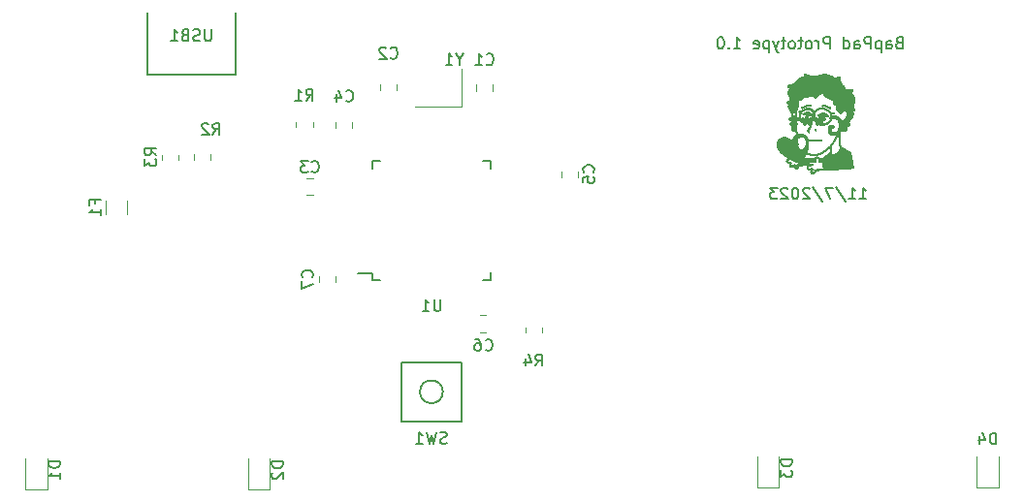
<source format=gbr>
%TF.GenerationSoftware,KiCad,Pcbnew,7.0.8*%
%TF.CreationDate,2023-11-14T13:05:45-05:00*%
%TF.ProjectId,KiCad Files,4b694361-6420-4466-996c-65732e6b6963,rev?*%
%TF.SameCoordinates,Original*%
%TF.FileFunction,Legend,Bot*%
%TF.FilePolarity,Positive*%
%FSLAX46Y46*%
G04 Gerber Fmt 4.6, Leading zero omitted, Abs format (unit mm)*
G04 Created by KiCad (PCBNEW 7.0.8) date 2023-11-14 13:05:45*
%MOMM*%
%LPD*%
G01*
G04 APERTURE LIST*
%ADD10C,0.150000*%
%ADD11C,0.300000*%
%ADD12C,0.120000*%
G04 APERTURE END LIST*
D10*
X180864411Y-89494819D02*
X181435839Y-89494819D01*
X181150125Y-89494819D02*
X181150125Y-88494819D01*
X181150125Y-88494819D02*
X181245363Y-88637676D01*
X181245363Y-88637676D02*
X181340601Y-88732914D01*
X181340601Y-88732914D02*
X181435839Y-88780533D01*
X179912030Y-89494819D02*
X180483458Y-89494819D01*
X180197744Y-89494819D02*
X180197744Y-88494819D01*
X180197744Y-88494819D02*
X180292982Y-88637676D01*
X180292982Y-88637676D02*
X180388220Y-88732914D01*
X180388220Y-88732914D02*
X180483458Y-88780533D01*
X178769173Y-88447200D02*
X179626315Y-89732914D01*
X178531077Y-88494819D02*
X177864411Y-88494819D01*
X177864411Y-88494819D02*
X178292982Y-89494819D01*
X176769173Y-88447200D02*
X177626315Y-89732914D01*
X176483458Y-88590057D02*
X176435839Y-88542438D01*
X176435839Y-88542438D02*
X176340601Y-88494819D01*
X176340601Y-88494819D02*
X176102506Y-88494819D01*
X176102506Y-88494819D02*
X176007268Y-88542438D01*
X176007268Y-88542438D02*
X175959649Y-88590057D01*
X175959649Y-88590057D02*
X175912030Y-88685295D01*
X175912030Y-88685295D02*
X175912030Y-88780533D01*
X175912030Y-88780533D02*
X175959649Y-88923390D01*
X175959649Y-88923390D02*
X176531077Y-89494819D01*
X176531077Y-89494819D02*
X175912030Y-89494819D01*
X175292982Y-88494819D02*
X175197744Y-88494819D01*
X175197744Y-88494819D02*
X175102506Y-88542438D01*
X175102506Y-88542438D02*
X175054887Y-88590057D01*
X175054887Y-88590057D02*
X175007268Y-88685295D01*
X175007268Y-88685295D02*
X174959649Y-88875771D01*
X174959649Y-88875771D02*
X174959649Y-89113866D01*
X174959649Y-89113866D02*
X175007268Y-89304342D01*
X175007268Y-89304342D02*
X175054887Y-89399580D01*
X175054887Y-89399580D02*
X175102506Y-89447200D01*
X175102506Y-89447200D02*
X175197744Y-89494819D01*
X175197744Y-89494819D02*
X175292982Y-89494819D01*
X175292982Y-89494819D02*
X175388220Y-89447200D01*
X175388220Y-89447200D02*
X175435839Y-89399580D01*
X175435839Y-89399580D02*
X175483458Y-89304342D01*
X175483458Y-89304342D02*
X175531077Y-89113866D01*
X175531077Y-89113866D02*
X175531077Y-88875771D01*
X175531077Y-88875771D02*
X175483458Y-88685295D01*
X175483458Y-88685295D02*
X175435839Y-88590057D01*
X175435839Y-88590057D02*
X175388220Y-88542438D01*
X175388220Y-88542438D02*
X175292982Y-88494819D01*
X174578696Y-88590057D02*
X174531077Y-88542438D01*
X174531077Y-88542438D02*
X174435839Y-88494819D01*
X174435839Y-88494819D02*
X174197744Y-88494819D01*
X174197744Y-88494819D02*
X174102506Y-88542438D01*
X174102506Y-88542438D02*
X174054887Y-88590057D01*
X174054887Y-88590057D02*
X174007268Y-88685295D01*
X174007268Y-88685295D02*
X174007268Y-88780533D01*
X174007268Y-88780533D02*
X174054887Y-88923390D01*
X174054887Y-88923390D02*
X174626315Y-89494819D01*
X174626315Y-89494819D02*
X174007268Y-89494819D01*
X173673934Y-88494819D02*
X173054887Y-88494819D01*
X173054887Y-88494819D02*
X173388220Y-88875771D01*
X173388220Y-88875771D02*
X173245363Y-88875771D01*
X173245363Y-88875771D02*
X173150125Y-88923390D01*
X173150125Y-88923390D02*
X173102506Y-88971009D01*
X173102506Y-88971009D02*
X173054887Y-89066247D01*
X173054887Y-89066247D02*
X173054887Y-89304342D01*
X173054887Y-89304342D02*
X173102506Y-89399580D01*
X173102506Y-89399580D02*
X173150125Y-89447200D01*
X173150125Y-89447200D02*
X173245363Y-89494819D01*
X173245363Y-89494819D02*
X173531077Y-89494819D01*
X173531077Y-89494819D02*
X173626315Y-89447200D01*
X173626315Y-89447200D02*
X173673934Y-89399580D01*
X184304887Y-75821009D02*
X184162030Y-75868628D01*
X184162030Y-75868628D02*
X184114411Y-75916247D01*
X184114411Y-75916247D02*
X184066792Y-76011485D01*
X184066792Y-76011485D02*
X184066792Y-76154342D01*
X184066792Y-76154342D02*
X184114411Y-76249580D01*
X184114411Y-76249580D02*
X184162030Y-76297200D01*
X184162030Y-76297200D02*
X184257268Y-76344819D01*
X184257268Y-76344819D02*
X184638220Y-76344819D01*
X184638220Y-76344819D02*
X184638220Y-75344819D01*
X184638220Y-75344819D02*
X184304887Y-75344819D01*
X184304887Y-75344819D02*
X184209649Y-75392438D01*
X184209649Y-75392438D02*
X184162030Y-75440057D01*
X184162030Y-75440057D02*
X184114411Y-75535295D01*
X184114411Y-75535295D02*
X184114411Y-75630533D01*
X184114411Y-75630533D02*
X184162030Y-75725771D01*
X184162030Y-75725771D02*
X184209649Y-75773390D01*
X184209649Y-75773390D02*
X184304887Y-75821009D01*
X184304887Y-75821009D02*
X184638220Y-75821009D01*
X183209649Y-76344819D02*
X183209649Y-75821009D01*
X183209649Y-75821009D02*
X183257268Y-75725771D01*
X183257268Y-75725771D02*
X183352506Y-75678152D01*
X183352506Y-75678152D02*
X183542982Y-75678152D01*
X183542982Y-75678152D02*
X183638220Y-75725771D01*
X183209649Y-76297200D02*
X183304887Y-76344819D01*
X183304887Y-76344819D02*
X183542982Y-76344819D01*
X183542982Y-76344819D02*
X183638220Y-76297200D01*
X183638220Y-76297200D02*
X183685839Y-76201961D01*
X183685839Y-76201961D02*
X183685839Y-76106723D01*
X183685839Y-76106723D02*
X183638220Y-76011485D01*
X183638220Y-76011485D02*
X183542982Y-75963866D01*
X183542982Y-75963866D02*
X183304887Y-75963866D01*
X183304887Y-75963866D02*
X183209649Y-75916247D01*
X182733458Y-75678152D02*
X182733458Y-76678152D01*
X182733458Y-75725771D02*
X182638220Y-75678152D01*
X182638220Y-75678152D02*
X182447744Y-75678152D01*
X182447744Y-75678152D02*
X182352506Y-75725771D01*
X182352506Y-75725771D02*
X182304887Y-75773390D01*
X182304887Y-75773390D02*
X182257268Y-75868628D01*
X182257268Y-75868628D02*
X182257268Y-76154342D01*
X182257268Y-76154342D02*
X182304887Y-76249580D01*
X182304887Y-76249580D02*
X182352506Y-76297200D01*
X182352506Y-76297200D02*
X182447744Y-76344819D01*
X182447744Y-76344819D02*
X182638220Y-76344819D01*
X182638220Y-76344819D02*
X182733458Y-76297200D01*
X181828696Y-76344819D02*
X181828696Y-75344819D01*
X181828696Y-75344819D02*
X181447744Y-75344819D01*
X181447744Y-75344819D02*
X181352506Y-75392438D01*
X181352506Y-75392438D02*
X181304887Y-75440057D01*
X181304887Y-75440057D02*
X181257268Y-75535295D01*
X181257268Y-75535295D02*
X181257268Y-75678152D01*
X181257268Y-75678152D02*
X181304887Y-75773390D01*
X181304887Y-75773390D02*
X181352506Y-75821009D01*
X181352506Y-75821009D02*
X181447744Y-75868628D01*
X181447744Y-75868628D02*
X181828696Y-75868628D01*
X180400125Y-76344819D02*
X180400125Y-75821009D01*
X180400125Y-75821009D02*
X180447744Y-75725771D01*
X180447744Y-75725771D02*
X180542982Y-75678152D01*
X180542982Y-75678152D02*
X180733458Y-75678152D01*
X180733458Y-75678152D02*
X180828696Y-75725771D01*
X180400125Y-76297200D02*
X180495363Y-76344819D01*
X180495363Y-76344819D02*
X180733458Y-76344819D01*
X180733458Y-76344819D02*
X180828696Y-76297200D01*
X180828696Y-76297200D02*
X180876315Y-76201961D01*
X180876315Y-76201961D02*
X180876315Y-76106723D01*
X180876315Y-76106723D02*
X180828696Y-76011485D01*
X180828696Y-76011485D02*
X180733458Y-75963866D01*
X180733458Y-75963866D02*
X180495363Y-75963866D01*
X180495363Y-75963866D02*
X180400125Y-75916247D01*
X179495363Y-76344819D02*
X179495363Y-75344819D01*
X179495363Y-76297200D02*
X179590601Y-76344819D01*
X179590601Y-76344819D02*
X179781077Y-76344819D01*
X179781077Y-76344819D02*
X179876315Y-76297200D01*
X179876315Y-76297200D02*
X179923934Y-76249580D01*
X179923934Y-76249580D02*
X179971553Y-76154342D01*
X179971553Y-76154342D02*
X179971553Y-75868628D01*
X179971553Y-75868628D02*
X179923934Y-75773390D01*
X179923934Y-75773390D02*
X179876315Y-75725771D01*
X179876315Y-75725771D02*
X179781077Y-75678152D01*
X179781077Y-75678152D02*
X179590601Y-75678152D01*
X179590601Y-75678152D02*
X179495363Y-75725771D01*
X178257267Y-76344819D02*
X178257267Y-75344819D01*
X178257267Y-75344819D02*
X177876315Y-75344819D01*
X177876315Y-75344819D02*
X177781077Y-75392438D01*
X177781077Y-75392438D02*
X177733458Y-75440057D01*
X177733458Y-75440057D02*
X177685839Y-75535295D01*
X177685839Y-75535295D02*
X177685839Y-75678152D01*
X177685839Y-75678152D02*
X177733458Y-75773390D01*
X177733458Y-75773390D02*
X177781077Y-75821009D01*
X177781077Y-75821009D02*
X177876315Y-75868628D01*
X177876315Y-75868628D02*
X178257267Y-75868628D01*
X177257267Y-76344819D02*
X177257267Y-75678152D01*
X177257267Y-75868628D02*
X177209648Y-75773390D01*
X177209648Y-75773390D02*
X177162029Y-75725771D01*
X177162029Y-75725771D02*
X177066791Y-75678152D01*
X177066791Y-75678152D02*
X176971553Y-75678152D01*
X176495362Y-76344819D02*
X176590600Y-76297200D01*
X176590600Y-76297200D02*
X176638219Y-76249580D01*
X176638219Y-76249580D02*
X176685838Y-76154342D01*
X176685838Y-76154342D02*
X176685838Y-75868628D01*
X176685838Y-75868628D02*
X176638219Y-75773390D01*
X176638219Y-75773390D02*
X176590600Y-75725771D01*
X176590600Y-75725771D02*
X176495362Y-75678152D01*
X176495362Y-75678152D02*
X176352505Y-75678152D01*
X176352505Y-75678152D02*
X176257267Y-75725771D01*
X176257267Y-75725771D02*
X176209648Y-75773390D01*
X176209648Y-75773390D02*
X176162029Y-75868628D01*
X176162029Y-75868628D02*
X176162029Y-76154342D01*
X176162029Y-76154342D02*
X176209648Y-76249580D01*
X176209648Y-76249580D02*
X176257267Y-76297200D01*
X176257267Y-76297200D02*
X176352505Y-76344819D01*
X176352505Y-76344819D02*
X176495362Y-76344819D01*
X175876314Y-75678152D02*
X175495362Y-75678152D01*
X175733457Y-75344819D02*
X175733457Y-76201961D01*
X175733457Y-76201961D02*
X175685838Y-76297200D01*
X175685838Y-76297200D02*
X175590600Y-76344819D01*
X175590600Y-76344819D02*
X175495362Y-76344819D01*
X175019171Y-76344819D02*
X175114409Y-76297200D01*
X175114409Y-76297200D02*
X175162028Y-76249580D01*
X175162028Y-76249580D02*
X175209647Y-76154342D01*
X175209647Y-76154342D02*
X175209647Y-75868628D01*
X175209647Y-75868628D02*
X175162028Y-75773390D01*
X175162028Y-75773390D02*
X175114409Y-75725771D01*
X175114409Y-75725771D02*
X175019171Y-75678152D01*
X175019171Y-75678152D02*
X174876314Y-75678152D01*
X174876314Y-75678152D02*
X174781076Y-75725771D01*
X174781076Y-75725771D02*
X174733457Y-75773390D01*
X174733457Y-75773390D02*
X174685838Y-75868628D01*
X174685838Y-75868628D02*
X174685838Y-76154342D01*
X174685838Y-76154342D02*
X174733457Y-76249580D01*
X174733457Y-76249580D02*
X174781076Y-76297200D01*
X174781076Y-76297200D02*
X174876314Y-76344819D01*
X174876314Y-76344819D02*
X175019171Y-76344819D01*
X174400123Y-75678152D02*
X174019171Y-75678152D01*
X174257266Y-75344819D02*
X174257266Y-76201961D01*
X174257266Y-76201961D02*
X174209647Y-76297200D01*
X174209647Y-76297200D02*
X174114409Y-76344819D01*
X174114409Y-76344819D02*
X174019171Y-76344819D01*
X173781075Y-75678152D02*
X173542980Y-76344819D01*
X173304885Y-75678152D02*
X173542980Y-76344819D01*
X173542980Y-76344819D02*
X173638218Y-76582914D01*
X173638218Y-76582914D02*
X173685837Y-76630533D01*
X173685837Y-76630533D02*
X173781075Y-76678152D01*
X172923932Y-75678152D02*
X172923932Y-76678152D01*
X172923932Y-75725771D02*
X172828694Y-75678152D01*
X172828694Y-75678152D02*
X172638218Y-75678152D01*
X172638218Y-75678152D02*
X172542980Y-75725771D01*
X172542980Y-75725771D02*
X172495361Y-75773390D01*
X172495361Y-75773390D02*
X172447742Y-75868628D01*
X172447742Y-75868628D02*
X172447742Y-76154342D01*
X172447742Y-76154342D02*
X172495361Y-76249580D01*
X172495361Y-76249580D02*
X172542980Y-76297200D01*
X172542980Y-76297200D02*
X172638218Y-76344819D01*
X172638218Y-76344819D02*
X172828694Y-76344819D01*
X172828694Y-76344819D02*
X172923932Y-76297200D01*
X171638218Y-76297200D02*
X171733456Y-76344819D01*
X171733456Y-76344819D02*
X171923932Y-76344819D01*
X171923932Y-76344819D02*
X172019170Y-76297200D01*
X172019170Y-76297200D02*
X172066789Y-76201961D01*
X172066789Y-76201961D02*
X172066789Y-75821009D01*
X172066789Y-75821009D02*
X172019170Y-75725771D01*
X172019170Y-75725771D02*
X171923932Y-75678152D01*
X171923932Y-75678152D02*
X171733456Y-75678152D01*
X171733456Y-75678152D02*
X171638218Y-75725771D01*
X171638218Y-75725771D02*
X171590599Y-75821009D01*
X171590599Y-75821009D02*
X171590599Y-75916247D01*
X171590599Y-75916247D02*
X172066789Y-76011485D01*
X169876313Y-76344819D02*
X170447741Y-76344819D01*
X170162027Y-76344819D02*
X170162027Y-75344819D01*
X170162027Y-75344819D02*
X170257265Y-75487676D01*
X170257265Y-75487676D02*
X170352503Y-75582914D01*
X170352503Y-75582914D02*
X170447741Y-75630533D01*
X169447741Y-76249580D02*
X169400122Y-76297200D01*
X169400122Y-76297200D02*
X169447741Y-76344819D01*
X169447741Y-76344819D02*
X169495360Y-76297200D01*
X169495360Y-76297200D02*
X169447741Y-76249580D01*
X169447741Y-76249580D02*
X169447741Y-76344819D01*
X168781075Y-75344819D02*
X168685837Y-75344819D01*
X168685837Y-75344819D02*
X168590599Y-75392438D01*
X168590599Y-75392438D02*
X168542980Y-75440057D01*
X168542980Y-75440057D02*
X168495361Y-75535295D01*
X168495361Y-75535295D02*
X168447742Y-75725771D01*
X168447742Y-75725771D02*
X168447742Y-75963866D01*
X168447742Y-75963866D02*
X168495361Y-76154342D01*
X168495361Y-76154342D02*
X168542980Y-76249580D01*
X168542980Y-76249580D02*
X168590599Y-76297200D01*
X168590599Y-76297200D02*
X168685837Y-76344819D01*
X168685837Y-76344819D02*
X168781075Y-76344819D01*
X168781075Y-76344819D02*
X168876313Y-76297200D01*
X168876313Y-76297200D02*
X168923932Y-76249580D01*
X168923932Y-76249580D02*
X168971551Y-76154342D01*
X168971551Y-76154342D02*
X169019170Y-75963866D01*
X169019170Y-75963866D02*
X169019170Y-75725771D01*
X169019170Y-75725771D02*
X168971551Y-75535295D01*
X168971551Y-75535295D02*
X168923932Y-75440057D01*
X168923932Y-75440057D02*
X168876313Y-75392438D01*
X168876313Y-75392438D02*
X168781075Y-75344819D01*
D11*
X178360203Y-82386211D02*
X178503061Y-82314782D01*
X178503061Y-82314782D02*
X178717346Y-82314782D01*
X178717346Y-82314782D02*
X178931632Y-82386211D01*
X178931632Y-82386211D02*
X179074489Y-82529068D01*
X179074489Y-82529068D02*
X179145918Y-82671925D01*
X179145918Y-82671925D02*
X179217346Y-82957639D01*
X179217346Y-82957639D02*
X179217346Y-83171925D01*
X179217346Y-83171925D02*
X179145918Y-83457639D01*
X179145918Y-83457639D02*
X179074489Y-83600496D01*
X179074489Y-83600496D02*
X178931632Y-83743354D01*
X178931632Y-83743354D02*
X178717346Y-83814782D01*
X178717346Y-83814782D02*
X178574489Y-83814782D01*
X178574489Y-83814782D02*
X178360203Y-83743354D01*
X178360203Y-83743354D02*
X178288775Y-83671925D01*
X178288775Y-83671925D02*
X178288775Y-83171925D01*
X178288775Y-83171925D02*
X178574489Y-83171925D01*
X177431632Y-82314782D02*
X177431632Y-82671925D01*
X177788775Y-82529068D02*
X177431632Y-82671925D01*
X177431632Y-82671925D02*
X177074489Y-82529068D01*
X177645918Y-82957639D02*
X177431632Y-82671925D01*
X177431632Y-82671925D02*
X177217346Y-82957639D01*
X176288775Y-82314782D02*
X176288775Y-82671925D01*
X176645918Y-82529068D02*
X176288775Y-82671925D01*
X176288775Y-82671925D02*
X175931632Y-82529068D01*
X176503061Y-82957639D02*
X176288775Y-82671925D01*
X176288775Y-82671925D02*
X176074489Y-82957639D01*
X175145918Y-82314782D02*
X175145918Y-82671925D01*
X175503061Y-82529068D02*
X175145918Y-82671925D01*
X175145918Y-82671925D02*
X174788775Y-82529068D01*
X175360204Y-82957639D02*
X175145918Y-82671925D01*
X175145918Y-82671925D02*
X174931632Y-82957639D01*
D10*
X192788094Y-110904819D02*
X192788094Y-109904819D01*
X192788094Y-109904819D02*
X192549999Y-109904819D01*
X192549999Y-109904819D02*
X192407142Y-109952438D01*
X192407142Y-109952438D02*
X192311904Y-110047676D01*
X192311904Y-110047676D02*
X192264285Y-110142914D01*
X192264285Y-110142914D02*
X192216666Y-110333390D01*
X192216666Y-110333390D02*
X192216666Y-110476247D01*
X192216666Y-110476247D02*
X192264285Y-110666723D01*
X192264285Y-110666723D02*
X192311904Y-110761961D01*
X192311904Y-110761961D02*
X192407142Y-110857200D01*
X192407142Y-110857200D02*
X192549999Y-110904819D01*
X192549999Y-110904819D02*
X192788094Y-110904819D01*
X191359523Y-110238152D02*
X191359523Y-110904819D01*
X191597618Y-109857200D02*
X191835713Y-110571485D01*
X191835713Y-110571485D02*
X191216666Y-110571485D01*
X152566666Y-104054819D02*
X152899999Y-103578628D01*
X153138094Y-104054819D02*
X153138094Y-103054819D01*
X153138094Y-103054819D02*
X152757142Y-103054819D01*
X152757142Y-103054819D02*
X152661904Y-103102438D01*
X152661904Y-103102438D02*
X152614285Y-103150057D01*
X152614285Y-103150057D02*
X152566666Y-103245295D01*
X152566666Y-103245295D02*
X152566666Y-103388152D01*
X152566666Y-103388152D02*
X152614285Y-103483390D01*
X152614285Y-103483390D02*
X152661904Y-103531009D01*
X152661904Y-103531009D02*
X152757142Y-103578628D01*
X152757142Y-103578628D02*
X153138094Y-103578628D01*
X151709523Y-103388152D02*
X151709523Y-104054819D01*
X151947618Y-103007200D02*
X152185713Y-103721485D01*
X152185713Y-103721485D02*
X151566666Y-103721485D01*
X144808332Y-110796200D02*
X144665475Y-110843819D01*
X144665475Y-110843819D02*
X144427380Y-110843819D01*
X144427380Y-110843819D02*
X144332142Y-110796200D01*
X144332142Y-110796200D02*
X144284523Y-110748580D01*
X144284523Y-110748580D02*
X144236904Y-110653342D01*
X144236904Y-110653342D02*
X144236904Y-110558104D01*
X144236904Y-110558104D02*
X144284523Y-110462866D01*
X144284523Y-110462866D02*
X144332142Y-110415247D01*
X144332142Y-110415247D02*
X144427380Y-110367628D01*
X144427380Y-110367628D02*
X144617856Y-110320009D01*
X144617856Y-110320009D02*
X144713094Y-110272390D01*
X144713094Y-110272390D02*
X144760713Y-110224771D01*
X144760713Y-110224771D02*
X144808332Y-110129533D01*
X144808332Y-110129533D02*
X144808332Y-110034295D01*
X144808332Y-110034295D02*
X144760713Y-109939057D01*
X144760713Y-109939057D02*
X144713094Y-109891438D01*
X144713094Y-109891438D02*
X144617856Y-109843819D01*
X144617856Y-109843819D02*
X144379761Y-109843819D01*
X144379761Y-109843819D02*
X144236904Y-109891438D01*
X143903570Y-109843819D02*
X143665475Y-110843819D01*
X143665475Y-110843819D02*
X143474999Y-110129533D01*
X143474999Y-110129533D02*
X143284523Y-110843819D01*
X143284523Y-110843819D02*
X143046428Y-109843819D01*
X142141666Y-110843819D02*
X142713094Y-110843819D01*
X142427380Y-110843819D02*
X142427380Y-109843819D01*
X142427380Y-109843819D02*
X142522618Y-109986676D01*
X142522618Y-109986676D02*
X142617856Y-110081914D01*
X142617856Y-110081914D02*
X142713094Y-110129533D01*
X132541666Y-80879819D02*
X132874999Y-80403628D01*
X133113094Y-80879819D02*
X133113094Y-79879819D01*
X133113094Y-79879819D02*
X132732142Y-79879819D01*
X132732142Y-79879819D02*
X132636904Y-79927438D01*
X132636904Y-79927438D02*
X132589285Y-79975057D01*
X132589285Y-79975057D02*
X132541666Y-80070295D01*
X132541666Y-80070295D02*
X132541666Y-80213152D01*
X132541666Y-80213152D02*
X132589285Y-80308390D01*
X132589285Y-80308390D02*
X132636904Y-80356009D01*
X132636904Y-80356009D02*
X132732142Y-80403628D01*
X132732142Y-80403628D02*
X133113094Y-80403628D01*
X131589285Y-80879819D02*
X132160713Y-80879819D01*
X131874999Y-80879819D02*
X131874999Y-79879819D01*
X131874999Y-79879819D02*
X131970237Y-80022676D01*
X131970237Y-80022676D02*
X132065475Y-80117914D01*
X132065475Y-80117914D02*
X132160713Y-80165533D01*
X133026666Y-87069580D02*
X133074285Y-87117200D01*
X133074285Y-87117200D02*
X133217142Y-87164819D01*
X133217142Y-87164819D02*
X133312380Y-87164819D01*
X133312380Y-87164819D02*
X133455237Y-87117200D01*
X133455237Y-87117200D02*
X133550475Y-87021961D01*
X133550475Y-87021961D02*
X133598094Y-86926723D01*
X133598094Y-86926723D02*
X133645713Y-86736247D01*
X133645713Y-86736247D02*
X133645713Y-86593390D01*
X133645713Y-86593390D02*
X133598094Y-86402914D01*
X133598094Y-86402914D02*
X133550475Y-86307676D01*
X133550475Y-86307676D02*
X133455237Y-86212438D01*
X133455237Y-86212438D02*
X133312380Y-86164819D01*
X133312380Y-86164819D02*
X133217142Y-86164819D01*
X133217142Y-86164819D02*
X133074285Y-86212438D01*
X133074285Y-86212438D02*
X133026666Y-86260057D01*
X132693332Y-86164819D02*
X132074285Y-86164819D01*
X132074285Y-86164819D02*
X132407618Y-86545771D01*
X132407618Y-86545771D02*
X132264761Y-86545771D01*
X132264761Y-86545771D02*
X132169523Y-86593390D01*
X132169523Y-86593390D02*
X132121904Y-86641009D01*
X132121904Y-86641009D02*
X132074285Y-86736247D01*
X132074285Y-86736247D02*
X132074285Y-86974342D01*
X132074285Y-86974342D02*
X132121904Y-87069580D01*
X132121904Y-87069580D02*
X132169523Y-87117200D01*
X132169523Y-87117200D02*
X132264761Y-87164819D01*
X132264761Y-87164819D02*
X132550475Y-87164819D01*
X132550475Y-87164819D02*
X132645713Y-87117200D01*
X132645713Y-87117200D02*
X132693332Y-87069580D01*
X144271904Y-98264819D02*
X144271904Y-99074342D01*
X144271904Y-99074342D02*
X144224285Y-99169580D01*
X144224285Y-99169580D02*
X144176666Y-99217200D01*
X144176666Y-99217200D02*
X144081428Y-99264819D01*
X144081428Y-99264819D02*
X143890952Y-99264819D01*
X143890952Y-99264819D02*
X143795714Y-99217200D01*
X143795714Y-99217200D02*
X143748095Y-99169580D01*
X143748095Y-99169580D02*
X143700476Y-99074342D01*
X143700476Y-99074342D02*
X143700476Y-98264819D01*
X142700476Y-99264819D02*
X143271904Y-99264819D01*
X142986190Y-99264819D02*
X142986190Y-98264819D01*
X142986190Y-98264819D02*
X143081428Y-98407676D01*
X143081428Y-98407676D02*
X143176666Y-98502914D01*
X143176666Y-98502914D02*
X143271904Y-98550533D01*
X136016666Y-80884580D02*
X136064285Y-80932200D01*
X136064285Y-80932200D02*
X136207142Y-80979819D01*
X136207142Y-80979819D02*
X136302380Y-80979819D01*
X136302380Y-80979819D02*
X136445237Y-80932200D01*
X136445237Y-80932200D02*
X136540475Y-80836961D01*
X136540475Y-80836961D02*
X136588094Y-80741723D01*
X136588094Y-80741723D02*
X136635713Y-80551247D01*
X136635713Y-80551247D02*
X136635713Y-80408390D01*
X136635713Y-80408390D02*
X136588094Y-80217914D01*
X136588094Y-80217914D02*
X136540475Y-80122676D01*
X136540475Y-80122676D02*
X136445237Y-80027438D01*
X136445237Y-80027438D02*
X136302380Y-79979819D01*
X136302380Y-79979819D02*
X136207142Y-79979819D01*
X136207142Y-79979819D02*
X136064285Y-80027438D01*
X136064285Y-80027438D02*
X136016666Y-80075057D01*
X135159523Y-80313152D02*
X135159523Y-80979819D01*
X135397618Y-79932200D02*
X135635713Y-80646485D01*
X135635713Y-80646485D02*
X135016666Y-80646485D01*
X119454819Y-85663333D02*
X118978628Y-85330000D01*
X119454819Y-85091905D02*
X118454819Y-85091905D01*
X118454819Y-85091905D02*
X118454819Y-85472857D01*
X118454819Y-85472857D02*
X118502438Y-85568095D01*
X118502438Y-85568095D02*
X118550057Y-85615714D01*
X118550057Y-85615714D02*
X118645295Y-85663333D01*
X118645295Y-85663333D02*
X118788152Y-85663333D01*
X118788152Y-85663333D02*
X118883390Y-85615714D01*
X118883390Y-85615714D02*
X118931009Y-85568095D01*
X118931009Y-85568095D02*
X118978628Y-85472857D01*
X118978628Y-85472857D02*
X118978628Y-85091905D01*
X118454819Y-85996667D02*
X118454819Y-86615714D01*
X118454819Y-86615714D02*
X118835771Y-86282381D01*
X118835771Y-86282381D02*
X118835771Y-86425238D01*
X118835771Y-86425238D02*
X118883390Y-86520476D01*
X118883390Y-86520476D02*
X118931009Y-86568095D01*
X118931009Y-86568095D02*
X119026247Y-86615714D01*
X119026247Y-86615714D02*
X119264342Y-86615714D01*
X119264342Y-86615714D02*
X119359580Y-86568095D01*
X119359580Y-86568095D02*
X119407200Y-86520476D01*
X119407200Y-86520476D02*
X119454819Y-86425238D01*
X119454819Y-86425238D02*
X119454819Y-86139524D01*
X119454819Y-86139524D02*
X119407200Y-86044286D01*
X119407200Y-86044286D02*
X119359580Y-85996667D01*
X148191666Y-102634580D02*
X148239285Y-102682200D01*
X148239285Y-102682200D02*
X148382142Y-102729819D01*
X148382142Y-102729819D02*
X148477380Y-102729819D01*
X148477380Y-102729819D02*
X148620237Y-102682200D01*
X148620237Y-102682200D02*
X148715475Y-102586961D01*
X148715475Y-102586961D02*
X148763094Y-102491723D01*
X148763094Y-102491723D02*
X148810713Y-102301247D01*
X148810713Y-102301247D02*
X148810713Y-102158390D01*
X148810713Y-102158390D02*
X148763094Y-101967914D01*
X148763094Y-101967914D02*
X148715475Y-101872676D01*
X148715475Y-101872676D02*
X148620237Y-101777438D01*
X148620237Y-101777438D02*
X148477380Y-101729819D01*
X148477380Y-101729819D02*
X148382142Y-101729819D01*
X148382142Y-101729819D02*
X148239285Y-101777438D01*
X148239285Y-101777438D02*
X148191666Y-101825057D01*
X147334523Y-101729819D02*
X147524999Y-101729819D01*
X147524999Y-101729819D02*
X147620237Y-101777438D01*
X147620237Y-101777438D02*
X147667856Y-101825057D01*
X147667856Y-101825057D02*
X147763094Y-101967914D01*
X147763094Y-101967914D02*
X147810713Y-102158390D01*
X147810713Y-102158390D02*
X147810713Y-102539342D01*
X147810713Y-102539342D02*
X147763094Y-102634580D01*
X147763094Y-102634580D02*
X147715475Y-102682200D01*
X147715475Y-102682200D02*
X147620237Y-102729819D01*
X147620237Y-102729819D02*
X147429761Y-102729819D01*
X147429761Y-102729819D02*
X147334523Y-102682200D01*
X147334523Y-102682200D02*
X147286904Y-102634580D01*
X147286904Y-102634580D02*
X147239285Y-102539342D01*
X147239285Y-102539342D02*
X147239285Y-102301247D01*
X147239285Y-102301247D02*
X147286904Y-102206009D01*
X147286904Y-102206009D02*
X147334523Y-102158390D01*
X147334523Y-102158390D02*
X147429761Y-102110771D01*
X147429761Y-102110771D02*
X147620237Y-102110771D01*
X147620237Y-102110771D02*
X147715475Y-102158390D01*
X147715475Y-102158390D02*
X147763094Y-102206009D01*
X147763094Y-102206009D02*
X147810713Y-102301247D01*
X174966069Y-112270655D02*
X173966069Y-112270655D01*
X173966069Y-112270655D02*
X173966069Y-112508750D01*
X173966069Y-112508750D02*
X174013688Y-112651607D01*
X174013688Y-112651607D02*
X174108926Y-112746845D01*
X174108926Y-112746845D02*
X174204164Y-112794464D01*
X174204164Y-112794464D02*
X174394640Y-112842083D01*
X174394640Y-112842083D02*
X174537497Y-112842083D01*
X174537497Y-112842083D02*
X174727973Y-112794464D01*
X174727973Y-112794464D02*
X174823211Y-112746845D01*
X174823211Y-112746845D02*
X174918450Y-112651607D01*
X174918450Y-112651607D02*
X174966069Y-112508750D01*
X174966069Y-112508750D02*
X174966069Y-112270655D01*
X173966069Y-113175417D02*
X173966069Y-113794464D01*
X173966069Y-113794464D02*
X174347021Y-113461131D01*
X174347021Y-113461131D02*
X174347021Y-113603988D01*
X174347021Y-113603988D02*
X174394640Y-113699226D01*
X174394640Y-113699226D02*
X174442259Y-113746845D01*
X174442259Y-113746845D02*
X174537497Y-113794464D01*
X174537497Y-113794464D02*
X174775592Y-113794464D01*
X174775592Y-113794464D02*
X174870830Y-113746845D01*
X174870830Y-113746845D02*
X174918450Y-113699226D01*
X174918450Y-113699226D02*
X174966069Y-113603988D01*
X174966069Y-113603988D02*
X174966069Y-113318274D01*
X174966069Y-113318274D02*
X174918450Y-113223036D01*
X174918450Y-113223036D02*
X174870830Y-113175417D01*
X124391666Y-83854819D02*
X124724999Y-83378628D01*
X124963094Y-83854819D02*
X124963094Y-82854819D01*
X124963094Y-82854819D02*
X124582142Y-82854819D01*
X124582142Y-82854819D02*
X124486904Y-82902438D01*
X124486904Y-82902438D02*
X124439285Y-82950057D01*
X124439285Y-82950057D02*
X124391666Y-83045295D01*
X124391666Y-83045295D02*
X124391666Y-83188152D01*
X124391666Y-83188152D02*
X124439285Y-83283390D01*
X124439285Y-83283390D02*
X124486904Y-83331009D01*
X124486904Y-83331009D02*
X124582142Y-83378628D01*
X124582142Y-83378628D02*
X124963094Y-83378628D01*
X124010713Y-82950057D02*
X123963094Y-82902438D01*
X123963094Y-82902438D02*
X123867856Y-82854819D01*
X123867856Y-82854819D02*
X123629761Y-82854819D01*
X123629761Y-82854819D02*
X123534523Y-82902438D01*
X123534523Y-82902438D02*
X123486904Y-82950057D01*
X123486904Y-82950057D02*
X123439285Y-83045295D01*
X123439285Y-83045295D02*
X123439285Y-83140533D01*
X123439285Y-83140533D02*
X123486904Y-83283390D01*
X123486904Y-83283390D02*
X124058332Y-83854819D01*
X124058332Y-83854819D02*
X123439285Y-83854819D01*
X124258094Y-74676819D02*
X124258094Y-75486342D01*
X124258094Y-75486342D02*
X124210475Y-75581580D01*
X124210475Y-75581580D02*
X124162856Y-75629200D01*
X124162856Y-75629200D02*
X124067618Y-75676819D01*
X124067618Y-75676819D02*
X123877142Y-75676819D01*
X123877142Y-75676819D02*
X123781904Y-75629200D01*
X123781904Y-75629200D02*
X123734285Y-75581580D01*
X123734285Y-75581580D02*
X123686666Y-75486342D01*
X123686666Y-75486342D02*
X123686666Y-74676819D01*
X123258094Y-75629200D02*
X123115237Y-75676819D01*
X123115237Y-75676819D02*
X122877142Y-75676819D01*
X122877142Y-75676819D02*
X122781904Y-75629200D01*
X122781904Y-75629200D02*
X122734285Y-75581580D01*
X122734285Y-75581580D02*
X122686666Y-75486342D01*
X122686666Y-75486342D02*
X122686666Y-75391104D01*
X122686666Y-75391104D02*
X122734285Y-75295866D01*
X122734285Y-75295866D02*
X122781904Y-75248247D01*
X122781904Y-75248247D02*
X122877142Y-75200628D01*
X122877142Y-75200628D02*
X123067618Y-75153009D01*
X123067618Y-75153009D02*
X123162856Y-75105390D01*
X123162856Y-75105390D02*
X123210475Y-75057771D01*
X123210475Y-75057771D02*
X123258094Y-74962533D01*
X123258094Y-74962533D02*
X123258094Y-74867295D01*
X123258094Y-74867295D02*
X123210475Y-74772057D01*
X123210475Y-74772057D02*
X123162856Y-74724438D01*
X123162856Y-74724438D02*
X123067618Y-74676819D01*
X123067618Y-74676819D02*
X122829523Y-74676819D01*
X122829523Y-74676819D02*
X122686666Y-74724438D01*
X121924761Y-75153009D02*
X121781904Y-75200628D01*
X121781904Y-75200628D02*
X121734285Y-75248247D01*
X121734285Y-75248247D02*
X121686666Y-75343485D01*
X121686666Y-75343485D02*
X121686666Y-75486342D01*
X121686666Y-75486342D02*
X121734285Y-75581580D01*
X121734285Y-75581580D02*
X121781904Y-75629200D01*
X121781904Y-75629200D02*
X121877142Y-75676819D01*
X121877142Y-75676819D02*
X122258094Y-75676819D01*
X122258094Y-75676819D02*
X122258094Y-74676819D01*
X122258094Y-74676819D02*
X121924761Y-74676819D01*
X121924761Y-74676819D02*
X121829523Y-74724438D01*
X121829523Y-74724438D02*
X121781904Y-74772057D01*
X121781904Y-74772057D02*
X121734285Y-74867295D01*
X121734285Y-74867295D02*
X121734285Y-74962533D01*
X121734285Y-74962533D02*
X121781904Y-75057771D01*
X121781904Y-75057771D02*
X121829523Y-75105390D01*
X121829523Y-75105390D02*
X121924761Y-75153009D01*
X121924761Y-75153009D02*
X122258094Y-75153009D01*
X120734285Y-75676819D02*
X121305713Y-75676819D01*
X121019999Y-75676819D02*
X121019999Y-74676819D01*
X121019999Y-74676819D02*
X121115237Y-74819676D01*
X121115237Y-74819676D02*
X121210475Y-74914914D01*
X121210475Y-74914914D02*
X121305713Y-74962533D01*
X114071009Y-89876666D02*
X114071009Y-89543333D01*
X114594819Y-89543333D02*
X113594819Y-89543333D01*
X113594819Y-89543333D02*
X113594819Y-90019523D01*
X114594819Y-90924285D02*
X114594819Y-90352857D01*
X114594819Y-90638571D02*
X113594819Y-90638571D01*
X113594819Y-90638571D02*
X113737676Y-90543333D01*
X113737676Y-90543333D02*
X113832914Y-90448095D01*
X113832914Y-90448095D02*
X113880533Y-90352857D01*
X133054580Y-96333333D02*
X133102200Y-96285714D01*
X133102200Y-96285714D02*
X133149819Y-96142857D01*
X133149819Y-96142857D02*
X133149819Y-96047619D01*
X133149819Y-96047619D02*
X133102200Y-95904762D01*
X133102200Y-95904762D02*
X133006961Y-95809524D01*
X133006961Y-95809524D02*
X132911723Y-95761905D01*
X132911723Y-95761905D02*
X132721247Y-95714286D01*
X132721247Y-95714286D02*
X132578390Y-95714286D01*
X132578390Y-95714286D02*
X132387914Y-95761905D01*
X132387914Y-95761905D02*
X132292676Y-95809524D01*
X132292676Y-95809524D02*
X132197438Y-95904762D01*
X132197438Y-95904762D02*
X132149819Y-96047619D01*
X132149819Y-96047619D02*
X132149819Y-96142857D01*
X132149819Y-96142857D02*
X132197438Y-96285714D01*
X132197438Y-96285714D02*
X132245057Y-96333333D01*
X132149819Y-96666667D02*
X132149819Y-97333333D01*
X132149819Y-97333333D02*
X133149819Y-96904762D01*
X111064819Y-112424405D02*
X110064819Y-112424405D01*
X110064819Y-112424405D02*
X110064819Y-112662500D01*
X110064819Y-112662500D02*
X110112438Y-112805357D01*
X110112438Y-112805357D02*
X110207676Y-112900595D01*
X110207676Y-112900595D02*
X110302914Y-112948214D01*
X110302914Y-112948214D02*
X110493390Y-112995833D01*
X110493390Y-112995833D02*
X110636247Y-112995833D01*
X110636247Y-112995833D02*
X110826723Y-112948214D01*
X110826723Y-112948214D02*
X110921961Y-112900595D01*
X110921961Y-112900595D02*
X111017200Y-112805357D01*
X111017200Y-112805357D02*
X111064819Y-112662500D01*
X111064819Y-112662500D02*
X111064819Y-112424405D01*
X111064819Y-113948214D02*
X111064819Y-113376786D01*
X111064819Y-113662500D02*
X110064819Y-113662500D01*
X110064819Y-113662500D02*
X110207676Y-113567262D01*
X110207676Y-113567262D02*
X110302914Y-113472024D01*
X110302914Y-113472024D02*
X110350533Y-113376786D01*
X139891666Y-77134580D02*
X139939285Y-77182200D01*
X139939285Y-77182200D02*
X140082142Y-77229819D01*
X140082142Y-77229819D02*
X140177380Y-77229819D01*
X140177380Y-77229819D02*
X140320237Y-77182200D01*
X140320237Y-77182200D02*
X140415475Y-77086961D01*
X140415475Y-77086961D02*
X140463094Y-76991723D01*
X140463094Y-76991723D02*
X140510713Y-76801247D01*
X140510713Y-76801247D02*
X140510713Y-76658390D01*
X140510713Y-76658390D02*
X140463094Y-76467914D01*
X140463094Y-76467914D02*
X140415475Y-76372676D01*
X140415475Y-76372676D02*
X140320237Y-76277438D01*
X140320237Y-76277438D02*
X140177380Y-76229819D01*
X140177380Y-76229819D02*
X140082142Y-76229819D01*
X140082142Y-76229819D02*
X139939285Y-76277438D01*
X139939285Y-76277438D02*
X139891666Y-76325057D01*
X139510713Y-76325057D02*
X139463094Y-76277438D01*
X139463094Y-76277438D02*
X139367856Y-76229819D01*
X139367856Y-76229819D02*
X139129761Y-76229819D01*
X139129761Y-76229819D02*
X139034523Y-76277438D01*
X139034523Y-76277438D02*
X138986904Y-76325057D01*
X138986904Y-76325057D02*
X138939285Y-76420295D01*
X138939285Y-76420295D02*
X138939285Y-76515533D01*
X138939285Y-76515533D02*
X138986904Y-76658390D01*
X138986904Y-76658390D02*
X139558332Y-77229819D01*
X139558332Y-77229819D02*
X138939285Y-77229819D01*
X130534819Y-112426905D02*
X129534819Y-112426905D01*
X129534819Y-112426905D02*
X129534819Y-112665000D01*
X129534819Y-112665000D02*
X129582438Y-112807857D01*
X129582438Y-112807857D02*
X129677676Y-112903095D01*
X129677676Y-112903095D02*
X129772914Y-112950714D01*
X129772914Y-112950714D02*
X129963390Y-112998333D01*
X129963390Y-112998333D02*
X130106247Y-112998333D01*
X130106247Y-112998333D02*
X130296723Y-112950714D01*
X130296723Y-112950714D02*
X130391961Y-112903095D01*
X130391961Y-112903095D02*
X130487200Y-112807857D01*
X130487200Y-112807857D02*
X130534819Y-112665000D01*
X130534819Y-112665000D02*
X130534819Y-112426905D01*
X129630057Y-113379286D02*
X129582438Y-113426905D01*
X129582438Y-113426905D02*
X129534819Y-113522143D01*
X129534819Y-113522143D02*
X129534819Y-113760238D01*
X129534819Y-113760238D02*
X129582438Y-113855476D01*
X129582438Y-113855476D02*
X129630057Y-113903095D01*
X129630057Y-113903095D02*
X129725295Y-113950714D01*
X129725295Y-113950714D02*
X129820533Y-113950714D01*
X129820533Y-113950714D02*
X129963390Y-113903095D01*
X129963390Y-113903095D02*
X130534819Y-113331667D01*
X130534819Y-113331667D02*
X130534819Y-113950714D01*
X148291666Y-77684580D02*
X148339285Y-77732200D01*
X148339285Y-77732200D02*
X148482142Y-77779819D01*
X148482142Y-77779819D02*
X148577380Y-77779819D01*
X148577380Y-77779819D02*
X148720237Y-77732200D01*
X148720237Y-77732200D02*
X148815475Y-77636961D01*
X148815475Y-77636961D02*
X148863094Y-77541723D01*
X148863094Y-77541723D02*
X148910713Y-77351247D01*
X148910713Y-77351247D02*
X148910713Y-77208390D01*
X148910713Y-77208390D02*
X148863094Y-77017914D01*
X148863094Y-77017914D02*
X148815475Y-76922676D01*
X148815475Y-76922676D02*
X148720237Y-76827438D01*
X148720237Y-76827438D02*
X148577380Y-76779819D01*
X148577380Y-76779819D02*
X148482142Y-76779819D01*
X148482142Y-76779819D02*
X148339285Y-76827438D01*
X148339285Y-76827438D02*
X148291666Y-76875057D01*
X147339285Y-77779819D02*
X147910713Y-77779819D01*
X147624999Y-77779819D02*
X147624999Y-76779819D01*
X147624999Y-76779819D02*
X147720237Y-76922676D01*
X147720237Y-76922676D02*
X147815475Y-77017914D01*
X147815475Y-77017914D02*
X147910713Y-77065533D01*
X145926190Y-77253628D02*
X145926190Y-77729819D01*
X146259523Y-76729819D02*
X145926190Y-77253628D01*
X145926190Y-77253628D02*
X145592857Y-76729819D01*
X144735714Y-77729819D02*
X145307142Y-77729819D01*
X145021428Y-77729819D02*
X145021428Y-76729819D01*
X145021428Y-76729819D02*
X145116666Y-76872676D01*
X145116666Y-76872676D02*
X145211904Y-76967914D01*
X145211904Y-76967914D02*
X145307142Y-77015533D01*
X157614580Y-87145833D02*
X157662200Y-87098214D01*
X157662200Y-87098214D02*
X157709819Y-86955357D01*
X157709819Y-86955357D02*
X157709819Y-86860119D01*
X157709819Y-86860119D02*
X157662200Y-86717262D01*
X157662200Y-86717262D02*
X157566961Y-86622024D01*
X157566961Y-86622024D02*
X157471723Y-86574405D01*
X157471723Y-86574405D02*
X157281247Y-86526786D01*
X157281247Y-86526786D02*
X157138390Y-86526786D01*
X157138390Y-86526786D02*
X156947914Y-86574405D01*
X156947914Y-86574405D02*
X156852676Y-86622024D01*
X156852676Y-86622024D02*
X156757438Y-86717262D01*
X156757438Y-86717262D02*
X156709819Y-86860119D01*
X156709819Y-86860119D02*
X156709819Y-86955357D01*
X156709819Y-86955357D02*
X156757438Y-87098214D01*
X156757438Y-87098214D02*
X156805057Y-87145833D01*
X156709819Y-88050595D02*
X156709819Y-87574405D01*
X156709819Y-87574405D02*
X157186009Y-87526786D01*
X157186009Y-87526786D02*
X157138390Y-87574405D01*
X157138390Y-87574405D02*
X157090771Y-87669643D01*
X157090771Y-87669643D02*
X157090771Y-87907738D01*
X157090771Y-87907738D02*
X157138390Y-88002976D01*
X157138390Y-88002976D02*
X157186009Y-88050595D01*
X157186009Y-88050595D02*
X157281247Y-88098214D01*
X157281247Y-88098214D02*
X157519342Y-88098214D01*
X157519342Y-88098214D02*
X157614580Y-88050595D01*
X157614580Y-88050595D02*
X157662200Y-88002976D01*
X157662200Y-88002976D02*
X157709819Y-87907738D01*
X157709819Y-87907738D02*
X157709819Y-87669643D01*
X157709819Y-87669643D02*
X157662200Y-87574405D01*
X157662200Y-87574405D02*
X157614580Y-87526786D01*
%TO.C,G\u002A\u002A\u002A*%
G36*
X175559231Y-84755945D02*
G01*
X175557606Y-84755635D01*
X175558387Y-84755024D01*
X175559231Y-84755945D01*
G37*
G36*
X180484231Y-80593272D02*
G01*
X180481958Y-80595544D01*
X180479686Y-80593272D01*
X180481958Y-80590999D01*
X180484231Y-80593272D01*
G37*
G36*
X180356958Y-86452363D02*
G01*
X180354686Y-86454635D01*
X180352413Y-86452363D01*
X180354686Y-86450090D01*
X180356958Y-86452363D01*
G37*
G36*
X180352413Y-86393272D02*
G01*
X180350140Y-86395544D01*
X180347867Y-86393272D01*
X180350140Y-86390999D01*
X180352413Y-86393272D01*
G37*
G36*
X180284231Y-86102363D02*
G01*
X180281958Y-86104635D01*
X180279686Y-86102363D01*
X180281958Y-86100090D01*
X180284231Y-86102363D01*
G37*
G36*
X180243322Y-85825090D02*
G01*
X180241049Y-85827363D01*
X180238777Y-85825090D01*
X180241049Y-85822817D01*
X180243322Y-85825090D01*
G37*
G36*
X180234231Y-85797817D02*
G01*
X180231958Y-85800090D01*
X180229686Y-85797817D01*
X180231958Y-85795544D01*
X180234231Y-85797817D01*
G37*
G36*
X179702413Y-86902363D02*
G01*
X179700140Y-86904635D01*
X179697867Y-86902363D01*
X179700140Y-86900090D01*
X179702413Y-86902363D01*
G37*
G36*
X179656958Y-85115999D02*
G01*
X179654686Y-85118272D01*
X179652413Y-85115999D01*
X179654686Y-85113726D01*
X179656958Y-85115999D01*
G37*
G36*
X179647867Y-86911454D02*
G01*
X179645595Y-86913726D01*
X179643322Y-86911454D01*
X179645595Y-86909181D01*
X179647867Y-86911454D01*
G37*
G36*
X179616049Y-85093272D02*
G01*
X179613776Y-85095544D01*
X179611504Y-85093272D01*
X179613776Y-85090999D01*
X179616049Y-85093272D01*
G37*
G36*
X179247867Y-84638726D02*
G01*
X179245595Y-84640999D01*
X179243322Y-84638726D01*
X179245595Y-84636453D01*
X179247867Y-84638726D01*
G37*
G36*
X179225140Y-84261453D02*
G01*
X179222867Y-84263726D01*
X179220595Y-84261453D01*
X179222867Y-84259181D01*
X179225140Y-84261453D01*
G37*
G36*
X179034231Y-84220544D02*
G01*
X179031958Y-84222817D01*
X179029686Y-84220544D01*
X179031958Y-84218272D01*
X179034231Y-84220544D01*
G37*
G36*
X178943322Y-81884181D02*
G01*
X178941049Y-81886453D01*
X178938777Y-81884181D01*
X178941049Y-81881908D01*
X178943322Y-81884181D01*
G37*
G36*
X178888777Y-86970544D02*
G01*
X178886504Y-86972817D01*
X178884231Y-86970544D01*
X178886504Y-86968272D01*
X178888777Y-86970544D01*
G37*
G36*
X178852413Y-81765999D02*
G01*
X178850140Y-81768272D01*
X178847867Y-81765999D01*
X178850140Y-81763726D01*
X178852413Y-81765999D01*
G37*
G36*
X178725140Y-81947817D02*
G01*
X178722867Y-81950090D01*
X178720595Y-81947817D01*
X178722867Y-81945544D01*
X178725140Y-81947817D01*
G37*
G36*
X178575140Y-80920544D02*
G01*
X178572867Y-80922817D01*
X178570595Y-80920544D01*
X178572867Y-80918272D01*
X178575140Y-80920544D01*
G37*
G36*
X178529686Y-84793272D02*
G01*
X178527413Y-84795544D01*
X178525140Y-84793272D01*
X178527413Y-84790999D01*
X178529686Y-84793272D01*
G37*
G36*
X178456958Y-85252363D02*
G01*
X178454686Y-85254635D01*
X178452413Y-85252363D01*
X178454686Y-85250090D01*
X178456958Y-85252363D01*
G37*
G36*
X178452413Y-81902363D02*
G01*
X178450140Y-81904635D01*
X178447867Y-81902363D01*
X178450140Y-81900090D01*
X178452413Y-81902363D01*
G37*
G36*
X178384231Y-82725090D02*
G01*
X178381958Y-82727363D01*
X178379686Y-82725090D01*
X178381958Y-82722817D01*
X178384231Y-82725090D01*
G37*
G36*
X178366049Y-81597817D02*
G01*
X178363777Y-81600090D01*
X178361504Y-81597817D01*
X178363777Y-81595544D01*
X178366049Y-81597817D01*
G37*
G36*
X178352413Y-80861453D02*
G01*
X178350140Y-80863726D01*
X178347867Y-80861453D01*
X178350140Y-80859181D01*
X178352413Y-80861453D01*
G37*
G36*
X178297867Y-80838726D02*
G01*
X178295595Y-80840999D01*
X178293322Y-80838726D01*
X178295595Y-80836453D01*
X178297867Y-80838726D01*
G37*
G36*
X178234231Y-82025090D02*
G01*
X178231958Y-82027363D01*
X178229686Y-82025090D01*
X178231958Y-82022817D01*
X178234231Y-82025090D01*
G37*
G36*
X178225140Y-80806908D02*
G01*
X178222867Y-80809181D01*
X178220595Y-80806908D01*
X178222867Y-80804635D01*
X178225140Y-80806908D01*
G37*
G36*
X178184231Y-78606908D02*
G01*
X178181958Y-78609181D01*
X178179686Y-78606908D01*
X178181958Y-78604635D01*
X178184231Y-78606908D01*
G37*
G36*
X177997867Y-81575090D02*
G01*
X177995595Y-81577363D01*
X177993322Y-81575090D01*
X177995595Y-81572817D01*
X177997867Y-81575090D01*
G37*
G36*
X177984231Y-81515999D02*
G01*
X177981958Y-81518272D01*
X177979686Y-81515999D01*
X177981958Y-81513726D01*
X177984231Y-81515999D01*
G37*
G36*
X177961504Y-81511453D02*
G01*
X177959231Y-81513726D01*
X177956958Y-81511453D01*
X177959231Y-81509181D01*
X177961504Y-81511453D01*
G37*
G36*
X177920595Y-81488726D02*
G01*
X177918322Y-81490999D01*
X177916049Y-81488726D01*
X177918322Y-81486453D01*
X177920595Y-81488726D01*
G37*
G36*
X177806958Y-81720544D02*
G01*
X177804686Y-81722817D01*
X177802413Y-81720544D01*
X177804686Y-81718272D01*
X177806958Y-81720544D01*
G37*
G36*
X177784231Y-80525090D02*
G01*
X177781958Y-80527363D01*
X177779686Y-80525090D01*
X177781958Y-80522817D01*
X177784231Y-80525090D01*
G37*
G36*
X177702413Y-81693272D02*
G01*
X177700140Y-81695544D01*
X177697867Y-81693272D01*
X177700140Y-81690999D01*
X177702413Y-81693272D01*
G37*
G36*
X177647867Y-81479635D02*
G01*
X177645595Y-81481908D01*
X177643322Y-81479635D01*
X177645595Y-81477363D01*
X177647867Y-81479635D01*
G37*
G36*
X177643322Y-82888726D02*
G01*
X177641049Y-82890999D01*
X177638776Y-82888726D01*
X177641049Y-82886454D01*
X177643322Y-82888726D01*
G37*
G36*
X177343322Y-84297817D02*
G01*
X177341049Y-84300090D01*
X177338776Y-84297817D01*
X177341049Y-84295544D01*
X177343322Y-84297817D01*
G37*
G36*
X177316049Y-83038726D02*
G01*
X177313776Y-83040999D01*
X177311504Y-83038726D01*
X177313776Y-83036454D01*
X177316049Y-83038726D01*
G37*
G36*
X177243322Y-84497817D02*
G01*
X177241049Y-84500090D01*
X177238776Y-84497817D01*
X177241049Y-84495544D01*
X177243322Y-84497817D01*
G37*
G36*
X177216049Y-82275090D02*
G01*
X177213776Y-82277363D01*
X177211504Y-82275090D01*
X177213776Y-82272817D01*
X177216049Y-82275090D01*
G37*
G36*
X177211504Y-80570544D02*
G01*
X177209231Y-80572817D01*
X177206958Y-80570544D01*
X177209231Y-80568272D01*
X177211504Y-80570544D01*
G37*
G36*
X177125140Y-87075090D02*
G01*
X177122867Y-87077363D01*
X177120595Y-87075090D01*
X177122867Y-87072817D01*
X177125140Y-87075090D01*
G37*
G36*
X177125140Y-81834181D02*
G01*
X177122867Y-81836453D01*
X177120595Y-81834181D01*
X177122867Y-81831908D01*
X177125140Y-81834181D01*
G37*
G36*
X177097867Y-78693272D02*
G01*
X177095595Y-78695544D01*
X177093322Y-78693272D01*
X177095595Y-78690999D01*
X177097867Y-78693272D01*
G37*
G36*
X177047867Y-83588726D02*
G01*
X177045595Y-83590999D01*
X177043322Y-83588726D01*
X177045595Y-83586453D01*
X177047867Y-83588726D01*
G37*
G36*
X177034231Y-83325090D02*
G01*
X177031958Y-83327363D01*
X177029686Y-83325090D01*
X177031958Y-83322817D01*
X177034231Y-83325090D01*
G37*
G36*
X177029686Y-81956908D02*
G01*
X177027413Y-81959181D01*
X177025140Y-81956908D01*
X177027413Y-81954635D01*
X177029686Y-81956908D01*
G37*
G36*
X176925140Y-85902363D02*
G01*
X176922867Y-85904635D01*
X176920595Y-85902363D01*
X176922867Y-85900090D01*
X176925140Y-85902363D01*
G37*
G36*
X176916049Y-84470544D02*
G01*
X176913777Y-84472817D01*
X176911504Y-84470544D01*
X176913777Y-84468272D01*
X176916049Y-84470544D01*
G37*
G36*
X176784231Y-85765999D02*
G01*
X176781958Y-85768272D01*
X176779686Y-85765999D01*
X176781958Y-85763726D01*
X176784231Y-85765999D01*
G37*
G36*
X176738777Y-82970544D02*
G01*
X176736504Y-82972817D01*
X176734231Y-82970544D01*
X176736504Y-82968272D01*
X176738777Y-82970544D01*
G37*
G36*
X176716049Y-82034181D02*
G01*
X176713777Y-82036453D01*
X176711504Y-82034181D01*
X176713777Y-82031908D01*
X176716049Y-82034181D01*
G37*
G36*
X176670595Y-86297817D02*
G01*
X176668322Y-86300090D01*
X176666049Y-86297817D01*
X176668322Y-86295544D01*
X176670595Y-86297817D01*
G37*
G36*
X176670595Y-83229635D02*
G01*
X176668322Y-83231908D01*
X176666049Y-83229635D01*
X176668322Y-83227363D01*
X176670595Y-83229635D01*
G37*
G36*
X176566049Y-81229635D02*
G01*
X176563777Y-81231908D01*
X176561504Y-81229635D01*
X176563777Y-81227363D01*
X176566049Y-81229635D01*
G37*
G36*
X176561504Y-84488726D02*
G01*
X176559231Y-84490999D01*
X176556958Y-84488726D01*
X176559231Y-84486453D01*
X176561504Y-84488726D01*
G37*
G36*
X176552413Y-84488726D02*
G01*
X176550140Y-84490999D01*
X176547867Y-84488726D01*
X176550140Y-84486453D01*
X176552413Y-84488726D01*
G37*
G36*
X176543322Y-83420544D02*
G01*
X176541049Y-83422817D01*
X176538777Y-83420544D01*
X176541049Y-83418272D01*
X176543322Y-83420544D01*
G37*
G36*
X176479686Y-85697817D02*
G01*
X176477413Y-85700090D01*
X176475140Y-85697817D01*
X176477413Y-85695544D01*
X176479686Y-85697817D01*
G37*
G36*
X176470595Y-86325090D02*
G01*
X176468322Y-86327363D01*
X176466049Y-86325090D01*
X176468322Y-86322817D01*
X176470595Y-86325090D01*
G37*
G36*
X176466049Y-85897817D02*
G01*
X176463777Y-85900090D01*
X176461504Y-85897817D01*
X176463777Y-85895544D01*
X176466049Y-85897817D01*
G37*
G36*
X176461504Y-81715999D02*
G01*
X176459231Y-81718272D01*
X176456958Y-81715999D01*
X176459231Y-81713726D01*
X176461504Y-81715999D01*
G37*
G36*
X176438777Y-86779635D02*
G01*
X176436504Y-86781908D01*
X176434231Y-86779635D01*
X176436504Y-86777363D01*
X176438777Y-86779635D01*
G37*
G36*
X176184231Y-82252363D02*
G01*
X176181958Y-82254635D01*
X176179686Y-82252363D01*
X176181958Y-82250090D01*
X176184231Y-82252363D01*
G37*
G36*
X176166049Y-84465999D02*
G01*
X176163777Y-84468272D01*
X176161504Y-84465999D01*
X176163777Y-84463726D01*
X176166049Y-84465999D01*
G37*
G36*
X176161504Y-84556908D02*
G01*
X176159231Y-84559181D01*
X176156958Y-84556908D01*
X176159231Y-84554635D01*
X176161504Y-84556908D01*
G37*
G36*
X176161504Y-84502363D02*
G01*
X176159231Y-84504635D01*
X176156958Y-84502363D01*
X176159231Y-84500090D01*
X176161504Y-84502363D01*
G37*
G36*
X176156958Y-84638726D02*
G01*
X176154686Y-84640999D01*
X176152413Y-84638726D01*
X176154686Y-84636453D01*
X176156958Y-84638726D01*
G37*
G36*
X176156958Y-84515999D02*
G01*
X176154686Y-84518272D01*
X176152413Y-84515999D01*
X176154686Y-84513726D01*
X176156958Y-84515999D01*
G37*
G36*
X176156958Y-84484181D02*
G01*
X176154686Y-84486453D01*
X176152413Y-84484181D01*
X176154686Y-84481908D01*
X176156958Y-84484181D01*
G37*
G36*
X176143322Y-84556908D02*
G01*
X176141049Y-84559181D01*
X176138777Y-84556908D01*
X176141049Y-84554635D01*
X176143322Y-84556908D01*
G37*
G36*
X176138777Y-84529635D02*
G01*
X176136504Y-84531908D01*
X176134231Y-84529635D01*
X176136504Y-84527363D01*
X176138777Y-84529635D01*
G37*
G36*
X176134231Y-84643272D02*
G01*
X176131958Y-84645544D01*
X176129686Y-84643272D01*
X176131958Y-84640999D01*
X176134231Y-84643272D01*
G37*
G36*
X176134231Y-84575090D02*
G01*
X176131958Y-84577363D01*
X176129686Y-84575090D01*
X176131958Y-84572817D01*
X176134231Y-84575090D01*
G37*
G36*
X176134231Y-84511453D02*
G01*
X176131958Y-84513726D01*
X176129686Y-84511453D01*
X176131958Y-84509181D01*
X176134231Y-84511453D01*
G37*
G36*
X176129686Y-84593272D02*
G01*
X176127413Y-84595544D01*
X176125140Y-84593272D01*
X176127413Y-84590999D01*
X176129686Y-84593272D01*
G37*
G36*
X176129686Y-84525090D02*
G01*
X176127413Y-84527363D01*
X176125140Y-84525090D01*
X176127413Y-84522817D01*
X176129686Y-84525090D01*
G37*
G36*
X176129686Y-84488726D02*
G01*
X176127413Y-84490999D01*
X176125140Y-84488726D01*
X176127413Y-84486453D01*
X176129686Y-84488726D01*
G37*
G36*
X176129686Y-84429635D02*
G01*
X176127413Y-84431908D01*
X176125140Y-84429635D01*
X176127413Y-84427363D01*
X176129686Y-84429635D01*
G37*
G36*
X176125140Y-84629635D02*
G01*
X176122867Y-84631908D01*
X176120595Y-84629635D01*
X176122867Y-84627363D01*
X176125140Y-84629635D01*
G37*
G36*
X176125140Y-84461453D02*
G01*
X176122867Y-84463726D01*
X176120595Y-84461453D01*
X176122867Y-84459181D01*
X176125140Y-84461453D01*
G37*
G36*
X176120595Y-84679635D02*
G01*
X176118322Y-84681908D01*
X176116049Y-84679635D01*
X176118322Y-84677363D01*
X176120595Y-84679635D01*
G37*
G36*
X176120595Y-84652363D02*
G01*
X176118322Y-84654635D01*
X176116049Y-84652363D01*
X176118322Y-84650090D01*
X176120595Y-84652363D01*
G37*
G36*
X176120595Y-84565999D02*
G01*
X176118322Y-84568272D01*
X176116049Y-84565999D01*
X176118322Y-84563726D01*
X176120595Y-84565999D01*
G37*
G36*
X176120595Y-84511453D02*
G01*
X176118322Y-84513726D01*
X176116049Y-84511453D01*
X176118322Y-84509181D01*
X176120595Y-84511453D01*
G37*
G36*
X176120595Y-84438726D02*
G01*
X176118322Y-84440999D01*
X176116049Y-84438726D01*
X176118322Y-84436453D01*
X176120595Y-84438726D01*
G37*
G36*
X176116049Y-84806908D02*
G01*
X176113777Y-84809181D01*
X176111504Y-84806908D01*
X176113777Y-84804635D01*
X176116049Y-84806908D01*
G37*
G36*
X176116049Y-84779635D02*
G01*
X176113777Y-84781908D01*
X176111504Y-84779635D01*
X176113777Y-84777363D01*
X176116049Y-84779635D01*
G37*
G36*
X176116049Y-84484181D02*
G01*
X176113777Y-84486453D01*
X176111504Y-84484181D01*
X176113777Y-84481908D01*
X176116049Y-84484181D01*
G37*
G36*
X176111504Y-84743272D02*
G01*
X176109231Y-84745544D01*
X176106958Y-84743272D01*
X176109231Y-84740999D01*
X176111504Y-84743272D01*
G37*
G36*
X176111504Y-84675090D02*
G01*
X176109231Y-84677363D01*
X176106958Y-84675090D01*
X176109231Y-84672817D01*
X176111504Y-84675090D01*
G37*
G36*
X176111504Y-84625090D02*
G01*
X176109231Y-84627363D01*
X176106958Y-84625090D01*
X176109231Y-84622817D01*
X176111504Y-84625090D01*
G37*
G36*
X176106958Y-84606908D02*
G01*
X176104686Y-84609181D01*
X176102413Y-84606908D01*
X176104686Y-84604635D01*
X176106958Y-84606908D01*
G37*
G36*
X176102413Y-84715999D02*
G01*
X176100140Y-84718272D01*
X176097867Y-84715999D01*
X176100140Y-84713726D01*
X176102413Y-84715999D01*
G37*
G36*
X176097867Y-84829635D02*
G01*
X176095595Y-84831908D01*
X176093322Y-84829635D01*
X176095595Y-84827363D01*
X176097867Y-84829635D01*
G37*
G36*
X176097867Y-84765999D02*
G01*
X176095595Y-84768272D01*
X176093322Y-84765999D01*
X176095595Y-84763726D01*
X176097867Y-84765999D01*
G37*
G36*
X176097867Y-84611453D02*
G01*
X176095595Y-84613726D01*
X176093322Y-84611453D01*
X176095595Y-84609181D01*
X176097867Y-84611453D01*
G37*
G36*
X176097867Y-84393272D02*
G01*
X176095595Y-84395544D01*
X176093322Y-84393272D01*
X176095595Y-84390999D01*
X176097867Y-84393272D01*
G37*
G36*
X176097867Y-84356908D02*
G01*
X176095595Y-84359181D01*
X176093322Y-84356908D01*
X176095595Y-84354635D01*
X176097867Y-84356908D01*
G37*
G36*
X176093322Y-84543272D02*
G01*
X176091049Y-84545544D01*
X176088777Y-84543272D01*
X176091049Y-84540999D01*
X176093322Y-84543272D01*
G37*
G36*
X176093322Y-84456908D02*
G01*
X176091049Y-84459181D01*
X176088777Y-84456908D01*
X176091049Y-84454635D01*
X176093322Y-84456908D01*
G37*
G36*
X176093322Y-84434181D02*
G01*
X176091049Y-84436453D01*
X176088777Y-84434181D01*
X176091049Y-84431908D01*
X176093322Y-84434181D01*
G37*
G36*
X176088777Y-84797817D02*
G01*
X176086504Y-84800090D01*
X176084231Y-84797817D01*
X176086504Y-84795544D01*
X176088777Y-84797817D01*
G37*
G36*
X176088777Y-84734181D02*
G01*
X176086504Y-84736453D01*
X176084231Y-84734181D01*
X176086504Y-84731908D01*
X176088777Y-84734181D01*
G37*
G36*
X176088777Y-84338726D02*
G01*
X176086504Y-84340999D01*
X176084231Y-84338726D01*
X176086504Y-84336453D01*
X176088777Y-84338726D01*
G37*
G36*
X176088777Y-82956908D02*
G01*
X176086504Y-82959181D01*
X176084231Y-82956908D01*
X176086504Y-82954635D01*
X176088777Y-82956908D01*
G37*
G36*
X176084231Y-84688726D02*
G01*
X176081958Y-84690999D01*
X176079686Y-84688726D01*
X176081958Y-84686453D01*
X176084231Y-84688726D01*
G37*
G36*
X176084231Y-84320544D02*
G01*
X176081958Y-84322817D01*
X176079686Y-84320544D01*
X176081958Y-84318272D01*
X176084231Y-84320544D01*
G37*
G36*
X176079686Y-84470544D02*
G01*
X176077413Y-84472817D01*
X176075140Y-84470544D01*
X176077413Y-84468272D01*
X176079686Y-84470544D01*
G37*
G36*
X176075140Y-84847817D02*
G01*
X176072867Y-84850090D01*
X176070595Y-84847817D01*
X176072867Y-84845544D01*
X176075140Y-84847817D01*
G37*
G36*
X176075140Y-84652363D02*
G01*
X176072867Y-84654635D01*
X176070595Y-84652363D01*
X176072867Y-84650090D01*
X176075140Y-84652363D01*
G37*
G36*
X176075140Y-84452363D02*
G01*
X176072867Y-84454635D01*
X176070595Y-84452363D01*
X176072867Y-84450090D01*
X176075140Y-84452363D01*
G37*
G36*
X176075140Y-84293272D02*
G01*
X176072867Y-84295544D01*
X176070595Y-84293272D01*
X176072867Y-84290999D01*
X176075140Y-84293272D01*
G37*
G36*
X176070595Y-84861453D02*
G01*
X176068322Y-84863726D01*
X176066049Y-84861453D01*
X176068322Y-84859181D01*
X176070595Y-84861453D01*
G37*
G36*
X176070595Y-84775090D02*
G01*
X176068322Y-84777363D01*
X176066049Y-84775090D01*
X176068322Y-84772817D01*
X176070595Y-84775090D01*
G37*
G36*
X176070595Y-84675090D02*
G01*
X176068322Y-84677363D01*
X176066049Y-84675090D01*
X176068322Y-84672817D01*
X176070595Y-84675090D01*
G37*
G36*
X176070595Y-84484181D02*
G01*
X176068322Y-84486453D01*
X176066049Y-84484181D01*
X176068322Y-84481908D01*
X176070595Y-84484181D01*
G37*
G36*
X176070595Y-84370544D02*
G01*
X176068322Y-84372817D01*
X176066049Y-84370544D01*
X176068322Y-84368272D01*
X176070595Y-84370544D01*
G37*
G36*
X176061504Y-84884181D02*
G01*
X176059231Y-84886453D01*
X176056958Y-84884181D01*
X176059231Y-84881908D01*
X176061504Y-84884181D01*
G37*
G36*
X176061504Y-84852363D02*
G01*
X176059231Y-84854635D01*
X176056958Y-84852363D01*
X176059231Y-84850090D01*
X176061504Y-84852363D01*
G37*
G36*
X176061504Y-84838726D02*
G01*
X176059231Y-84840999D01*
X176056958Y-84838726D01*
X176059231Y-84836453D01*
X176061504Y-84838726D01*
G37*
G36*
X176056958Y-84629635D02*
G01*
X176054686Y-84631908D01*
X176052413Y-84629635D01*
X176054686Y-84627363D01*
X176056958Y-84629635D01*
G37*
G36*
X176047867Y-84629635D02*
G01*
X176045595Y-84631908D01*
X176043322Y-84629635D01*
X176045595Y-84627363D01*
X176047867Y-84629635D01*
G37*
G36*
X176047867Y-84365999D02*
G01*
X176045595Y-84368272D01*
X176043322Y-84365999D01*
X176045595Y-84363726D01*
X176047867Y-84365999D01*
G37*
G36*
X176043322Y-84915999D02*
G01*
X176041049Y-84918272D01*
X176038777Y-84915999D01*
X176041049Y-84913726D01*
X176043322Y-84915999D01*
G37*
G36*
X176043322Y-84484181D02*
G01*
X176041049Y-84486453D01*
X176038777Y-84484181D01*
X176041049Y-84481908D01*
X176043322Y-84484181D01*
G37*
G36*
X176038777Y-84870544D02*
G01*
X176036504Y-84872817D01*
X176034231Y-84870544D01*
X176036504Y-84868272D01*
X176038777Y-84870544D01*
G37*
G36*
X176038777Y-84838726D02*
G01*
X176036504Y-84840999D01*
X176034231Y-84838726D01*
X176036504Y-84836453D01*
X176038777Y-84838726D01*
G37*
G36*
X176038777Y-84820544D02*
G01*
X176036504Y-84822817D01*
X176034231Y-84820544D01*
X176036504Y-84818272D01*
X176038777Y-84820544D01*
G37*
G36*
X176038777Y-84334181D02*
G01*
X176036504Y-84336453D01*
X176034231Y-84334181D01*
X176036504Y-84331908D01*
X176038777Y-84334181D01*
G37*
G36*
X176034231Y-84270544D02*
G01*
X176031958Y-84272817D01*
X176029686Y-84270544D01*
X176031958Y-84268272D01*
X176034231Y-84270544D01*
G37*
G36*
X176029686Y-84861453D02*
G01*
X176027413Y-84863726D01*
X176025140Y-84861453D01*
X176027413Y-84859181D01*
X176029686Y-84861453D01*
G37*
G36*
X176025140Y-84893272D02*
G01*
X176022867Y-84895544D01*
X176020595Y-84893272D01*
X176022867Y-84890999D01*
X176025140Y-84893272D01*
G37*
G36*
X176025140Y-82188726D02*
G01*
X176022867Y-82190999D01*
X176020595Y-82188726D01*
X176022867Y-82186453D01*
X176025140Y-82188726D01*
G37*
G36*
X176020595Y-84984181D02*
G01*
X176018322Y-84986453D01*
X176016049Y-84984181D01*
X176018322Y-84981908D01*
X176020595Y-84984181D01*
G37*
G36*
X176020595Y-84388726D02*
G01*
X176018322Y-84390999D01*
X176016049Y-84388726D01*
X176018322Y-84386453D01*
X176020595Y-84388726D01*
G37*
G36*
X176020595Y-84293272D02*
G01*
X176018322Y-84295544D01*
X176016049Y-84293272D01*
X176018322Y-84290999D01*
X176020595Y-84293272D01*
G37*
G36*
X176020595Y-84238726D02*
G01*
X176018322Y-84240999D01*
X176016049Y-84238726D01*
X176018322Y-84236453D01*
X176020595Y-84238726D01*
G37*
G36*
X176016049Y-84888726D02*
G01*
X176013777Y-84890999D01*
X176011504Y-84888726D01*
X176013777Y-84886453D01*
X176016049Y-84888726D01*
G37*
G36*
X176016049Y-81561453D02*
G01*
X176013777Y-81563726D01*
X176011504Y-81561453D01*
X176013777Y-81559181D01*
X176016049Y-81561453D01*
G37*
G36*
X176011504Y-84338726D02*
G01*
X176009231Y-84340999D01*
X176006958Y-84338726D01*
X176009231Y-84336453D01*
X176011504Y-84338726D01*
G37*
G36*
X176011504Y-84211453D02*
G01*
X176009231Y-84213726D01*
X176006958Y-84211453D01*
X176009231Y-84209181D01*
X176011504Y-84211453D01*
G37*
G36*
X176006958Y-84997817D02*
G01*
X176004686Y-85000090D01*
X176002413Y-84997817D01*
X176004686Y-84995544D01*
X176006958Y-84997817D01*
G37*
G36*
X176006958Y-84988726D02*
G01*
X176004686Y-84990999D01*
X176002413Y-84988726D01*
X176004686Y-84986453D01*
X176006958Y-84988726D01*
G37*
G36*
X176006958Y-84934181D02*
G01*
X176004686Y-84936453D01*
X176002413Y-84934181D01*
X176004686Y-84931908D01*
X176006958Y-84934181D01*
G37*
G36*
X176006958Y-84238726D02*
G01*
X176004686Y-84240999D01*
X176002413Y-84238726D01*
X176004686Y-84236453D01*
X176006958Y-84238726D01*
G37*
G36*
X176002413Y-84979635D02*
G01*
X176000140Y-84981908D01*
X175997867Y-84979635D01*
X176000140Y-84977363D01*
X176002413Y-84979635D01*
G37*
G36*
X176002413Y-84415999D02*
G01*
X176000140Y-84418272D01*
X175997867Y-84415999D01*
X176000140Y-84413726D01*
X176002413Y-84415999D01*
G37*
G36*
X175997867Y-84225090D02*
G01*
X175995595Y-84227363D01*
X175993322Y-84225090D01*
X175995595Y-84222817D01*
X175997867Y-84225090D01*
G37*
G36*
X175993322Y-84315999D02*
G01*
X175991049Y-84318272D01*
X175988777Y-84315999D01*
X175991049Y-84313726D01*
X175993322Y-84315999D01*
G37*
G36*
X175988777Y-84220544D02*
G01*
X175986504Y-84222817D01*
X175984231Y-84220544D01*
X175986504Y-84218272D01*
X175988777Y-84220544D01*
G37*
G36*
X175984231Y-84584181D02*
G01*
X175981958Y-84586453D01*
X175979686Y-84584181D01*
X175981958Y-84581908D01*
X175984231Y-84584181D01*
G37*
G36*
X175984231Y-84415999D02*
G01*
X175981958Y-84418272D01*
X175979686Y-84415999D01*
X175981958Y-84413726D01*
X175984231Y-84415999D01*
G37*
G36*
X175984231Y-84329635D02*
G01*
X175981958Y-84331908D01*
X175979686Y-84329635D01*
X175981958Y-84327363D01*
X175984231Y-84329635D01*
G37*
G36*
X175979686Y-85006908D02*
G01*
X175977413Y-85009181D01*
X175975140Y-85006908D01*
X175977413Y-85004635D01*
X175979686Y-85006908D01*
G37*
G36*
X175979686Y-84965999D02*
G01*
X175977413Y-84968272D01*
X175975140Y-84965999D01*
X175977413Y-84963726D01*
X175979686Y-84965999D01*
G37*
G36*
X175979686Y-84915999D02*
G01*
X175977413Y-84918272D01*
X175975140Y-84915999D01*
X175977413Y-84913726D01*
X175979686Y-84915999D01*
G37*
G36*
X175979686Y-84215999D02*
G01*
X175977413Y-84218272D01*
X175975140Y-84215999D01*
X175977413Y-84213726D01*
X175979686Y-84215999D01*
G37*
G36*
X175979686Y-84184181D02*
G01*
X175977413Y-84186453D01*
X175975140Y-84184181D01*
X175977413Y-84181908D01*
X175979686Y-84184181D01*
G37*
G36*
X175975140Y-84929635D02*
G01*
X175972867Y-84931908D01*
X175970595Y-84929635D01*
X175972867Y-84927363D01*
X175975140Y-84929635D01*
G37*
G36*
X175975140Y-84438726D02*
G01*
X175972867Y-84440999D01*
X175970595Y-84438726D01*
X175972867Y-84436453D01*
X175975140Y-84438726D01*
G37*
G36*
X175975140Y-84202363D02*
G01*
X175972867Y-84204635D01*
X175970595Y-84202363D01*
X175972867Y-84200090D01*
X175975140Y-84202363D01*
G37*
G36*
X175970595Y-85052363D02*
G01*
X175968322Y-85054635D01*
X175966049Y-85052363D01*
X175968322Y-85050090D01*
X175970595Y-85052363D01*
G37*
G36*
X175970595Y-84979635D02*
G01*
X175968322Y-84981908D01*
X175966049Y-84979635D01*
X175968322Y-84977363D01*
X175970595Y-84979635D01*
G37*
G36*
X175970595Y-84356908D02*
G01*
X175968322Y-84359181D01*
X175966049Y-84356908D01*
X175968322Y-84354635D01*
X175970595Y-84356908D01*
G37*
G36*
X175961504Y-84943272D02*
G01*
X175959231Y-84945544D01*
X175956958Y-84943272D01*
X175959231Y-84940999D01*
X175961504Y-84943272D01*
G37*
G36*
X175961504Y-84915999D02*
G01*
X175959231Y-84918272D01*
X175956958Y-84915999D01*
X175959231Y-84913726D01*
X175961504Y-84915999D01*
G37*
G36*
X175961504Y-82929635D02*
G01*
X175959231Y-82931908D01*
X175956958Y-82929635D01*
X175959231Y-82927363D01*
X175961504Y-82929635D01*
G37*
G36*
X175956958Y-85034181D02*
G01*
X175954686Y-85036453D01*
X175952413Y-85034181D01*
X175954686Y-85031908D01*
X175956958Y-85034181D01*
G37*
G36*
X175956958Y-84752363D02*
G01*
X175954686Y-84754635D01*
X175952413Y-84752363D01*
X175954686Y-84750090D01*
X175956958Y-84752363D01*
G37*
G36*
X175956958Y-84261453D02*
G01*
X175954686Y-84263726D01*
X175952413Y-84261453D01*
X175954686Y-84259181D01*
X175956958Y-84261453D01*
G37*
G36*
X175952413Y-84997817D02*
G01*
X175950140Y-85000090D01*
X175947867Y-84997817D01*
X175950140Y-84995544D01*
X175952413Y-84997817D01*
G37*
G36*
X175952413Y-84652363D02*
G01*
X175950140Y-84654635D01*
X175947867Y-84652363D01*
X175950140Y-84650090D01*
X175952413Y-84652363D01*
G37*
G36*
X175952413Y-84252363D02*
G01*
X175950140Y-84254635D01*
X175947867Y-84252363D01*
X175950140Y-84250090D01*
X175952413Y-84252363D01*
G37*
G36*
X175947867Y-85025090D02*
G01*
X175945595Y-85027363D01*
X175943322Y-85025090D01*
X175945595Y-85022817D01*
X175947867Y-85025090D01*
G37*
G36*
X175947867Y-84984181D02*
G01*
X175945595Y-84986453D01*
X175943322Y-84984181D01*
X175945595Y-84981908D01*
X175947867Y-84984181D01*
G37*
G36*
X175947867Y-84234181D02*
G01*
X175945595Y-84236453D01*
X175943322Y-84234181D01*
X175945595Y-84231908D01*
X175947867Y-84234181D01*
G37*
G36*
X175938777Y-85052363D02*
G01*
X175936504Y-85054635D01*
X175934231Y-85052363D01*
X175936504Y-85050090D01*
X175938777Y-85052363D01*
G37*
G36*
X175938777Y-84870544D02*
G01*
X175936504Y-84872817D01*
X175934231Y-84870544D01*
X175936504Y-84868272D01*
X175938777Y-84870544D01*
G37*
G36*
X175934231Y-84988726D02*
G01*
X175931958Y-84990999D01*
X175929686Y-84988726D01*
X175931958Y-84986453D01*
X175934231Y-84988726D01*
G37*
G36*
X175934231Y-84270544D02*
G01*
X175931958Y-84272817D01*
X175929686Y-84270544D01*
X175931958Y-84268272D01*
X175934231Y-84270544D01*
G37*
G36*
X175934231Y-84225090D02*
G01*
X175931958Y-84227363D01*
X175929686Y-84225090D01*
X175931958Y-84222817D01*
X175934231Y-84225090D01*
G37*
G36*
X175934231Y-82911454D02*
G01*
X175931958Y-82913726D01*
X175929686Y-82911454D01*
X175931958Y-82909181D01*
X175934231Y-82911454D01*
G37*
G36*
X175929686Y-84888726D02*
G01*
X175927413Y-84890999D01*
X175925140Y-84888726D01*
X175927413Y-84886453D01*
X175929686Y-84888726D01*
G37*
G36*
X175929686Y-84515999D02*
G01*
X175927413Y-84518272D01*
X175925140Y-84515999D01*
X175927413Y-84513726D01*
X175929686Y-84515999D01*
G37*
G36*
X175929686Y-84402363D02*
G01*
X175927413Y-84404635D01*
X175925140Y-84402363D01*
X175927413Y-84400090D01*
X175929686Y-84402363D01*
G37*
G36*
X175929686Y-84388726D02*
G01*
X175927413Y-84390999D01*
X175925140Y-84388726D01*
X175927413Y-84386453D01*
X175929686Y-84388726D01*
G37*
G36*
X175929686Y-84175090D02*
G01*
X175927413Y-84177363D01*
X175925140Y-84175090D01*
X175927413Y-84172817D01*
X175929686Y-84175090D01*
G37*
G36*
X175925140Y-85097817D02*
G01*
X175922867Y-85100090D01*
X175920595Y-85097817D01*
X175922867Y-85095544D01*
X175925140Y-85097817D01*
G37*
G36*
X175925140Y-84915999D02*
G01*
X175922867Y-84918272D01*
X175920595Y-84915999D01*
X175922867Y-84913726D01*
X175925140Y-84915999D01*
G37*
G36*
X175920595Y-84993272D02*
G01*
X175918322Y-84995544D01*
X175916049Y-84993272D01*
X175918322Y-84990999D01*
X175920595Y-84993272D01*
G37*
G36*
X175920595Y-84356908D02*
G01*
X175918322Y-84359181D01*
X175916049Y-84356908D01*
X175918322Y-84354635D01*
X175920595Y-84356908D01*
G37*
G36*
X175920595Y-84193272D02*
G01*
X175918322Y-84195544D01*
X175916049Y-84193272D01*
X175918322Y-84190999D01*
X175920595Y-84193272D01*
G37*
G36*
X175920595Y-84152363D02*
G01*
X175918322Y-84154635D01*
X175916049Y-84152363D01*
X175918322Y-84150090D01*
X175920595Y-84152363D01*
G37*
G36*
X175911504Y-85002363D02*
G01*
X175909231Y-85004635D01*
X175906958Y-85002363D01*
X175909231Y-85000090D01*
X175911504Y-85002363D01*
G37*
G36*
X175911504Y-84956908D02*
G01*
X175909231Y-84959181D01*
X175906958Y-84956908D01*
X175909231Y-84954635D01*
X175911504Y-84956908D01*
G37*
G36*
X175911504Y-84929635D02*
G01*
X175909231Y-84931908D01*
X175906958Y-84929635D01*
X175909231Y-84927363D01*
X175911504Y-84929635D01*
G37*
G36*
X175911504Y-84911453D02*
G01*
X175909231Y-84913726D01*
X175906958Y-84911453D01*
X175909231Y-84909181D01*
X175911504Y-84911453D01*
G37*
G36*
X175911504Y-84343272D02*
G01*
X175909231Y-84345544D01*
X175906958Y-84343272D01*
X175909231Y-84340999D01*
X175911504Y-84343272D01*
G37*
G36*
X175906958Y-84743272D02*
G01*
X175904686Y-84745544D01*
X175902413Y-84743272D01*
X175904686Y-84740999D01*
X175906958Y-84743272D01*
G37*
G36*
X175906958Y-84465999D02*
G01*
X175904686Y-84468272D01*
X175902413Y-84465999D01*
X175904686Y-84463726D01*
X175906958Y-84465999D01*
G37*
G36*
X175906958Y-84375090D02*
G01*
X175904686Y-84377363D01*
X175902413Y-84375090D01*
X175904686Y-84372817D01*
X175906958Y-84375090D01*
G37*
G36*
X175902413Y-84997817D02*
G01*
X175900140Y-85000090D01*
X175897867Y-84997817D01*
X175900140Y-84995544D01*
X175902413Y-84997817D01*
G37*
G36*
X175902413Y-84297817D02*
G01*
X175900140Y-84300090D01*
X175897867Y-84297817D01*
X175900140Y-84295544D01*
X175902413Y-84297817D01*
G37*
G36*
X175897867Y-85011453D02*
G01*
X175895595Y-85013726D01*
X175893322Y-85011453D01*
X175895595Y-85009181D01*
X175897867Y-85011453D01*
G37*
G36*
X175893322Y-84770544D02*
G01*
X175891049Y-84772817D01*
X175888777Y-84770544D01*
X175891049Y-84768272D01*
X175893322Y-84770544D01*
G37*
G36*
X175893322Y-84243272D02*
G01*
X175891049Y-84245544D01*
X175888777Y-84243272D01*
X175891049Y-84240999D01*
X175893322Y-84243272D01*
G37*
G36*
X175888777Y-84943272D02*
G01*
X175886504Y-84945544D01*
X175884231Y-84943272D01*
X175886504Y-84940999D01*
X175888777Y-84943272D01*
G37*
G36*
X175888777Y-84861453D02*
G01*
X175886504Y-84863726D01*
X175884231Y-84861453D01*
X175886504Y-84859181D01*
X175888777Y-84861453D01*
G37*
G36*
X175888777Y-84361453D02*
G01*
X175886504Y-84363726D01*
X175884231Y-84361453D01*
X175886504Y-84359181D01*
X175888777Y-84361453D01*
G37*
G36*
X175888777Y-84270544D02*
G01*
X175886504Y-84272817D01*
X175884231Y-84270544D01*
X175886504Y-84268272D01*
X175888777Y-84270544D01*
G37*
G36*
X175884231Y-85011453D02*
G01*
X175881958Y-85013726D01*
X175879686Y-85011453D01*
X175881958Y-85009181D01*
X175884231Y-85011453D01*
G37*
G36*
X175884231Y-84961453D02*
G01*
X175881958Y-84963726D01*
X175879686Y-84961453D01*
X175881958Y-84959181D01*
X175884231Y-84961453D01*
G37*
G36*
X175884231Y-84388726D02*
G01*
X175881958Y-84390999D01*
X175879686Y-84388726D01*
X175881958Y-84386453D01*
X175884231Y-84388726D01*
G37*
G36*
X175884231Y-84370544D02*
G01*
X175881958Y-84372817D01*
X175879686Y-84370544D01*
X175881958Y-84368272D01*
X175884231Y-84370544D01*
G37*
G36*
X175884231Y-84256908D02*
G01*
X175881958Y-84259181D01*
X175879686Y-84256908D01*
X175881958Y-84254635D01*
X175884231Y-84256908D01*
G37*
G36*
X175884231Y-84243272D02*
G01*
X175881958Y-84245544D01*
X175879686Y-84243272D01*
X175881958Y-84240999D01*
X175884231Y-84243272D01*
G37*
G36*
X175879686Y-84952363D02*
G01*
X175877413Y-84954635D01*
X175875140Y-84952363D01*
X175877413Y-84950090D01*
X175879686Y-84952363D01*
G37*
G36*
X175879686Y-84147817D02*
G01*
X175877413Y-84150090D01*
X175875140Y-84147817D01*
X175877413Y-84145544D01*
X175879686Y-84147817D01*
G37*
G36*
X175875140Y-84865999D02*
G01*
X175872867Y-84868272D01*
X175870595Y-84865999D01*
X175872867Y-84863726D01*
X175875140Y-84865999D01*
G37*
G36*
X175875140Y-84379635D02*
G01*
X175872867Y-84381908D01*
X175870595Y-84379635D01*
X175872867Y-84377363D01*
X175875140Y-84379635D01*
G37*
G36*
X175870595Y-84965999D02*
G01*
X175868322Y-84968272D01*
X175866049Y-84965999D01*
X175868322Y-84963726D01*
X175870595Y-84965999D01*
G37*
G36*
X175870595Y-84170544D02*
G01*
X175868322Y-84172817D01*
X175866049Y-84170544D01*
X175868322Y-84168272D01*
X175870595Y-84170544D01*
G37*
G36*
X175866049Y-85056908D02*
G01*
X175863777Y-85059181D01*
X175861504Y-85056908D01*
X175863777Y-85054635D01*
X175866049Y-85056908D01*
G37*
G36*
X175866049Y-84984181D02*
G01*
X175863777Y-84986453D01*
X175861504Y-84984181D01*
X175863777Y-84981908D01*
X175866049Y-84984181D01*
G37*
G36*
X175866049Y-84506908D02*
G01*
X175863777Y-84509181D01*
X175861504Y-84506908D01*
X175863777Y-84504635D01*
X175866049Y-84506908D01*
G37*
G36*
X175861504Y-85047817D02*
G01*
X175859231Y-85050090D01*
X175856958Y-85047817D01*
X175859231Y-85045544D01*
X175861504Y-85047817D01*
G37*
G36*
X175861504Y-85020544D02*
G01*
X175859231Y-85022817D01*
X175856958Y-85020544D01*
X175859231Y-85018272D01*
X175861504Y-85020544D01*
G37*
G36*
X175861504Y-84529635D02*
G01*
X175859231Y-84531908D01*
X175856958Y-84529635D01*
X175859231Y-84527363D01*
X175861504Y-84529635D01*
G37*
G36*
X175861504Y-84152363D02*
G01*
X175859231Y-84154635D01*
X175856958Y-84152363D01*
X175859231Y-84150090D01*
X175861504Y-84152363D01*
G37*
G36*
X175861504Y-81629635D02*
G01*
X175859231Y-81631908D01*
X175856958Y-81629635D01*
X175859231Y-81627363D01*
X175861504Y-81629635D01*
G37*
G36*
X175856958Y-84993272D02*
G01*
X175854686Y-84995544D01*
X175852413Y-84993272D01*
X175854686Y-84990999D01*
X175856958Y-84993272D01*
G37*
G36*
X175856958Y-84484181D02*
G01*
X175854686Y-84486453D01*
X175852413Y-84484181D01*
X175854686Y-84481908D01*
X175856958Y-84484181D01*
G37*
G36*
X175856958Y-84179635D02*
G01*
X175854686Y-84181908D01*
X175852413Y-84179635D01*
X175854686Y-84177363D01*
X175856958Y-84179635D01*
G37*
G36*
X175852413Y-85034181D02*
G01*
X175850140Y-85036453D01*
X175847867Y-85034181D01*
X175850140Y-85031908D01*
X175852413Y-85034181D01*
G37*
G36*
X175843322Y-84965999D02*
G01*
X175841049Y-84968272D01*
X175838777Y-84965999D01*
X175841049Y-84963726D01*
X175843322Y-84965999D01*
G37*
G36*
X175843322Y-84170544D02*
G01*
X175841049Y-84172817D01*
X175838777Y-84170544D01*
X175841049Y-84168272D01*
X175843322Y-84170544D01*
G37*
G36*
X175843322Y-84143272D02*
G01*
X175841049Y-84145544D01*
X175838777Y-84143272D01*
X175841049Y-84140999D01*
X175843322Y-84143272D01*
G37*
G36*
X175838777Y-85029635D02*
G01*
X175836504Y-85031908D01*
X175834231Y-85029635D01*
X175836504Y-85027363D01*
X175838777Y-85029635D01*
G37*
G36*
X175838777Y-84252363D02*
G01*
X175836504Y-84254635D01*
X175834231Y-84252363D01*
X175836504Y-84250090D01*
X175838777Y-84252363D01*
G37*
G36*
X175834231Y-84847817D02*
G01*
X175831958Y-84850090D01*
X175829686Y-84847817D01*
X175831958Y-84845544D01*
X175834231Y-84847817D01*
G37*
G36*
X175834231Y-84356908D02*
G01*
X175831958Y-84359181D01*
X175829686Y-84356908D01*
X175831958Y-84354635D01*
X175834231Y-84356908D01*
G37*
G36*
X175834231Y-84265999D02*
G01*
X175831958Y-84268272D01*
X175829686Y-84265999D01*
X175831958Y-84263726D01*
X175834231Y-84265999D01*
G37*
G36*
X175834231Y-84152363D02*
G01*
X175831958Y-84154635D01*
X175829686Y-84152363D01*
X175831958Y-84150090D01*
X175834231Y-84152363D01*
G37*
G36*
X175834231Y-78802363D02*
G01*
X175831958Y-78804635D01*
X175829686Y-78802363D01*
X175831958Y-78800090D01*
X175834231Y-78802363D01*
G37*
G36*
X175825140Y-85038726D02*
G01*
X175822867Y-85040999D01*
X175820595Y-85038726D01*
X175822867Y-85036453D01*
X175825140Y-85038726D01*
G37*
G36*
X175825140Y-84179635D02*
G01*
X175822867Y-84181908D01*
X175820595Y-84179635D01*
X175822867Y-84177363D01*
X175825140Y-84179635D01*
G37*
G36*
X175820595Y-84897817D02*
G01*
X175818322Y-84900090D01*
X175816049Y-84897817D01*
X175818322Y-84895544D01*
X175820595Y-84897817D01*
G37*
G36*
X175820595Y-84143272D02*
G01*
X175818322Y-84145544D01*
X175816049Y-84143272D01*
X175818322Y-84140999D01*
X175820595Y-84143272D01*
G37*
G36*
X175816049Y-85056908D02*
G01*
X175813777Y-85059181D01*
X175811504Y-85056908D01*
X175813777Y-85054635D01*
X175816049Y-85056908D01*
G37*
G36*
X175816049Y-84388726D02*
G01*
X175813777Y-84390999D01*
X175811504Y-84388726D01*
X175813777Y-84386453D01*
X175816049Y-84388726D01*
G37*
G36*
X175811504Y-84515999D02*
G01*
X175809231Y-84518272D01*
X175806958Y-84515999D01*
X175809231Y-84513726D01*
X175811504Y-84515999D01*
G37*
G36*
X175811504Y-84443272D02*
G01*
X175809231Y-84445544D01*
X175806958Y-84443272D01*
X175809231Y-84440999D01*
X175811504Y-84443272D01*
G37*
G36*
X175806958Y-85029635D02*
G01*
X175804686Y-85031908D01*
X175802413Y-85029635D01*
X175804686Y-85027363D01*
X175806958Y-85029635D01*
G37*
G36*
X175806958Y-84888726D02*
G01*
X175804686Y-84890999D01*
X175802413Y-84888726D01*
X175804686Y-84886453D01*
X175806958Y-84888726D01*
G37*
G36*
X175806958Y-84147817D02*
G01*
X175804686Y-84150090D01*
X175802413Y-84147817D01*
X175804686Y-84145544D01*
X175806958Y-84147817D01*
G37*
G36*
X175802413Y-84943272D02*
G01*
X175800140Y-84945544D01*
X175797867Y-84943272D01*
X175800140Y-84940999D01*
X175802413Y-84943272D01*
G37*
G36*
X175802413Y-84843272D02*
G01*
X175800140Y-84845544D01*
X175797867Y-84843272D01*
X175800140Y-84840999D01*
X175802413Y-84843272D01*
G37*
G36*
X175802413Y-84356908D02*
G01*
X175800140Y-84359181D01*
X175797867Y-84356908D01*
X175800140Y-84354635D01*
X175802413Y-84356908D01*
G37*
G36*
X175797867Y-84961453D02*
G01*
X175795595Y-84963726D01*
X175793322Y-84961453D01*
X175795595Y-84959181D01*
X175797867Y-84961453D01*
G37*
G36*
X175793322Y-84984181D02*
G01*
X175791049Y-84986453D01*
X175788777Y-84984181D01*
X175791049Y-84981908D01*
X175793322Y-84984181D01*
G37*
G36*
X175788777Y-84952363D02*
G01*
X175786504Y-84954635D01*
X175784231Y-84952363D01*
X175786504Y-84950090D01*
X175788777Y-84952363D01*
G37*
G36*
X175784231Y-85029635D02*
G01*
X175781958Y-85031908D01*
X175779686Y-85029635D01*
X175781958Y-85027363D01*
X175784231Y-85029635D01*
G37*
G36*
X175784231Y-84893272D02*
G01*
X175781958Y-84895544D01*
X175779686Y-84893272D01*
X175781958Y-84890999D01*
X175784231Y-84893272D01*
G37*
G36*
X175784231Y-84315999D02*
G01*
X175781958Y-84318272D01*
X175779686Y-84315999D01*
X175781958Y-84313726D01*
X175784231Y-84315999D01*
G37*
G36*
X175784231Y-81629635D02*
G01*
X175781958Y-81631908D01*
X175779686Y-81629635D01*
X175781958Y-81627363D01*
X175784231Y-81629635D01*
G37*
G36*
X175779686Y-84438726D02*
G01*
X175777413Y-84440999D01*
X175775140Y-84438726D01*
X175777413Y-84436453D01*
X175779686Y-84438726D01*
G37*
G36*
X175779686Y-84356908D02*
G01*
X175777413Y-84359181D01*
X175775140Y-84356908D01*
X175777413Y-84354635D01*
X175779686Y-84356908D01*
G37*
G36*
X175779686Y-84202363D02*
G01*
X175777413Y-84204635D01*
X175775140Y-84202363D01*
X175777413Y-84200090D01*
X175779686Y-84202363D01*
G37*
G36*
X175779686Y-84188726D02*
G01*
X175777413Y-84190999D01*
X175775140Y-84188726D01*
X175777413Y-84186453D01*
X175779686Y-84188726D01*
G37*
G36*
X175779686Y-84156908D02*
G01*
X175777413Y-84159181D01*
X175775140Y-84156908D01*
X175777413Y-84154635D01*
X175779686Y-84156908D01*
G37*
G36*
X175775140Y-84965999D02*
G01*
X175772867Y-84968272D01*
X175770595Y-84965999D01*
X175772867Y-84963726D01*
X175775140Y-84965999D01*
G37*
G36*
X175775140Y-84938726D02*
G01*
X175772867Y-84940999D01*
X175770595Y-84938726D01*
X175772867Y-84936453D01*
X175775140Y-84938726D01*
G37*
G36*
X175775140Y-84752363D02*
G01*
X175772867Y-84754635D01*
X175770595Y-84752363D01*
X175772867Y-84750090D01*
X175775140Y-84752363D01*
G37*
G36*
X175770595Y-84247817D02*
G01*
X175768322Y-84250090D01*
X175766049Y-84247817D01*
X175768322Y-84245544D01*
X175770595Y-84247817D01*
G37*
G36*
X175766049Y-85029635D02*
G01*
X175763777Y-85031908D01*
X175761504Y-85029635D01*
X175763777Y-85027363D01*
X175766049Y-85029635D01*
G37*
G36*
X175766049Y-84920544D02*
G01*
X175763777Y-84922817D01*
X175761504Y-84920544D01*
X175763777Y-84918272D01*
X175766049Y-84920544D01*
G37*
G36*
X175766049Y-84897817D02*
G01*
X175763777Y-84900090D01*
X175761504Y-84897817D01*
X175763777Y-84895544D01*
X175766049Y-84897817D01*
G37*
G36*
X175761504Y-85020544D02*
G01*
X175759231Y-85022817D01*
X175756958Y-85020544D01*
X175759231Y-85018272D01*
X175761504Y-85020544D01*
G37*
G36*
X175761504Y-84884181D02*
G01*
X175759231Y-84886453D01*
X175756958Y-84884181D01*
X175759231Y-84881908D01*
X175761504Y-84884181D01*
G37*
G36*
X175761504Y-84606908D02*
G01*
X175759231Y-84609181D01*
X175756958Y-84606908D01*
X175759231Y-84604635D01*
X175761504Y-84606908D01*
G37*
G36*
X175761504Y-84397817D02*
G01*
X175759231Y-84400090D01*
X175756958Y-84397817D01*
X175759231Y-84395544D01*
X175761504Y-84397817D01*
G37*
G36*
X175761504Y-84320544D02*
G01*
X175759231Y-84322817D01*
X175756958Y-84320544D01*
X175759231Y-84318272D01*
X175761504Y-84320544D01*
G37*
G36*
X175761504Y-84238726D02*
G01*
X175759231Y-84240999D01*
X175756958Y-84238726D01*
X175759231Y-84236453D01*
X175761504Y-84238726D01*
G37*
G36*
X175756958Y-84906908D02*
G01*
X175754686Y-84909181D01*
X175752413Y-84906908D01*
X175754686Y-84904635D01*
X175756958Y-84906908D01*
G37*
G36*
X175756958Y-84438726D02*
G01*
X175754686Y-84440999D01*
X175752413Y-84438726D01*
X175754686Y-84436453D01*
X175756958Y-84438726D01*
G37*
G36*
X175756958Y-84275090D02*
G01*
X175754686Y-84277363D01*
X175752413Y-84275090D01*
X175754686Y-84272817D01*
X175756958Y-84275090D01*
G37*
G36*
X175752413Y-85047817D02*
G01*
X175750140Y-85050090D01*
X175747867Y-85047817D01*
X175750140Y-85045544D01*
X175752413Y-85047817D01*
G37*
G36*
X175752413Y-84956908D02*
G01*
X175750140Y-84959181D01*
X175747867Y-84956908D01*
X175750140Y-84954635D01*
X175752413Y-84956908D01*
G37*
G36*
X175752413Y-84897817D02*
G01*
X175750140Y-84900090D01*
X175747867Y-84897817D01*
X175750140Y-84895544D01*
X175752413Y-84897817D01*
G37*
G36*
X175752413Y-84156908D02*
G01*
X175750140Y-84159181D01*
X175747867Y-84156908D01*
X175750140Y-84154635D01*
X175752413Y-84156908D01*
G37*
G36*
X175747867Y-84202363D02*
G01*
X175745595Y-84204635D01*
X175743322Y-84202363D01*
X175745595Y-84200090D01*
X175747867Y-84202363D01*
G37*
G36*
X175743322Y-85047817D02*
G01*
X175741049Y-85050090D01*
X175738777Y-85047817D01*
X175741049Y-85045544D01*
X175743322Y-85047817D01*
G37*
G36*
X175743322Y-84993272D02*
G01*
X175741049Y-84995544D01*
X175738777Y-84993272D01*
X175741049Y-84990999D01*
X175743322Y-84993272D01*
G37*
G36*
X175743322Y-84934181D02*
G01*
X175741049Y-84936453D01*
X175738777Y-84934181D01*
X175741049Y-84931908D01*
X175743322Y-84934181D01*
G37*
G36*
X175743322Y-84225090D02*
G01*
X175741049Y-84227363D01*
X175738777Y-84225090D01*
X175741049Y-84222817D01*
X175743322Y-84225090D01*
G37*
G36*
X175738777Y-86425090D02*
G01*
X175736504Y-86427363D01*
X175734231Y-86425090D01*
X175736504Y-86422817D01*
X175738777Y-86425090D01*
G37*
G36*
X175738777Y-84965999D02*
G01*
X175736504Y-84968272D01*
X175734231Y-84965999D01*
X175736504Y-84963726D01*
X175738777Y-84965999D01*
G37*
G36*
X175738777Y-84947817D02*
G01*
X175736504Y-84950090D01*
X175734231Y-84947817D01*
X175736504Y-84945544D01*
X175738777Y-84947817D01*
G37*
G36*
X175738777Y-84911453D02*
G01*
X175736504Y-84913726D01*
X175734231Y-84911453D01*
X175736504Y-84909181D01*
X175738777Y-84911453D01*
G37*
G36*
X175738777Y-84315999D02*
G01*
X175736504Y-84318272D01*
X175734231Y-84315999D01*
X175736504Y-84313726D01*
X175738777Y-84315999D01*
G37*
G36*
X175734231Y-84865999D02*
G01*
X175731958Y-84868272D01*
X175729686Y-84865999D01*
X175731958Y-84863726D01*
X175734231Y-84865999D01*
G37*
G36*
X175729686Y-84952363D02*
G01*
X175727413Y-84954635D01*
X175725140Y-84952363D01*
X175727413Y-84950090D01*
X175729686Y-84952363D01*
G37*
G36*
X175729686Y-84202363D02*
G01*
X175727413Y-84204635D01*
X175725140Y-84202363D01*
X175727413Y-84200090D01*
X175729686Y-84202363D01*
G37*
G36*
X175725140Y-85011453D02*
G01*
X175722867Y-85013726D01*
X175720595Y-85011453D01*
X175722867Y-85009181D01*
X175725140Y-85011453D01*
G37*
G36*
X175725140Y-84915999D02*
G01*
X175722867Y-84918272D01*
X175720595Y-84915999D01*
X175722867Y-84913726D01*
X175725140Y-84915999D01*
G37*
G36*
X175725140Y-84275090D02*
G01*
X175722867Y-84277363D01*
X175720595Y-84275090D01*
X175722867Y-84272817D01*
X175725140Y-84275090D01*
G37*
G36*
X175725140Y-84247817D02*
G01*
X175722867Y-84250090D01*
X175720595Y-84247817D01*
X175722867Y-84245544D01*
X175725140Y-84247817D01*
G37*
G36*
X175725140Y-84220544D02*
G01*
X175722867Y-84222817D01*
X175720595Y-84220544D01*
X175722867Y-84218272D01*
X175725140Y-84220544D01*
G37*
G36*
X175720595Y-84779635D02*
G01*
X175718322Y-84781908D01*
X175716049Y-84779635D01*
X175718322Y-84777363D01*
X175720595Y-84779635D01*
G37*
G36*
X175720595Y-84388726D02*
G01*
X175718322Y-84390999D01*
X175716049Y-84388726D01*
X175718322Y-84386453D01*
X175720595Y-84388726D01*
G37*
G36*
X175716049Y-84875090D02*
G01*
X175713777Y-84877363D01*
X175711504Y-84875090D01*
X175713777Y-84872817D01*
X175716049Y-84875090D01*
G37*
G36*
X175711504Y-85011453D02*
G01*
X175709231Y-85013726D01*
X175706958Y-85011453D01*
X175709231Y-85009181D01*
X175711504Y-85011453D01*
G37*
G36*
X175711504Y-84929635D02*
G01*
X175709231Y-84931908D01*
X175706958Y-84929635D01*
X175709231Y-84927363D01*
X175711504Y-84929635D01*
G37*
G36*
X175711504Y-84597817D02*
G01*
X175709231Y-84600090D01*
X175706958Y-84597817D01*
X175709231Y-84595544D01*
X175711504Y-84597817D01*
G37*
G36*
X175711504Y-84443272D02*
G01*
X175709231Y-84445544D01*
X175706958Y-84443272D01*
X175709231Y-84440999D01*
X175711504Y-84443272D01*
G37*
G36*
X175697867Y-84875090D02*
G01*
X175695595Y-84877363D01*
X175693322Y-84875090D01*
X175695595Y-84872817D01*
X175697867Y-84875090D01*
G37*
G36*
X175697867Y-84147817D02*
G01*
X175695595Y-84150090D01*
X175693322Y-84147817D01*
X175695595Y-84145544D01*
X175697867Y-84147817D01*
G37*
G36*
X175693322Y-85025090D02*
G01*
X175691049Y-85027363D01*
X175688777Y-85025090D01*
X175691049Y-85022817D01*
X175693322Y-85025090D01*
G37*
G36*
X175693322Y-84702363D02*
G01*
X175691049Y-84704635D01*
X175688777Y-84702363D01*
X175691049Y-84700090D01*
X175693322Y-84702363D01*
G37*
G36*
X175693322Y-84270544D02*
G01*
X175691049Y-84272817D01*
X175688777Y-84270544D01*
X175691049Y-84268272D01*
X175693322Y-84270544D01*
G37*
G36*
X175693322Y-84175090D02*
G01*
X175691049Y-84177363D01*
X175688777Y-84175090D01*
X175691049Y-84172817D01*
X175693322Y-84175090D01*
G37*
G36*
X175693322Y-84156908D02*
G01*
X175691049Y-84159181D01*
X175688777Y-84156908D01*
X175691049Y-84154635D01*
X175693322Y-84156908D01*
G37*
G36*
X175688777Y-84252363D02*
G01*
X175686504Y-84254635D01*
X175684231Y-84252363D01*
X175686504Y-84250090D01*
X175688777Y-84252363D01*
G37*
G36*
X175684231Y-84820544D02*
G01*
X175681958Y-84822817D01*
X175679686Y-84820544D01*
X175681958Y-84818272D01*
X175684231Y-84820544D01*
G37*
G36*
X175679686Y-85034181D02*
G01*
X175677413Y-85036453D01*
X175675140Y-85034181D01*
X175677413Y-85031908D01*
X175679686Y-85034181D01*
G37*
G36*
X175679686Y-84793272D02*
G01*
X175677413Y-84795544D01*
X175675140Y-84793272D01*
X175677413Y-84790999D01*
X175679686Y-84793272D01*
G37*
G36*
X175679686Y-84629635D02*
G01*
X175677413Y-84631908D01*
X175675140Y-84629635D01*
X175677413Y-84627363D01*
X175679686Y-84629635D01*
G37*
G36*
X175675140Y-84870544D02*
G01*
X175672867Y-84872817D01*
X175670595Y-84870544D01*
X175672867Y-84868272D01*
X175675140Y-84870544D01*
G37*
G36*
X175675140Y-84652363D02*
G01*
X175672867Y-84654635D01*
X175670595Y-84652363D01*
X175672867Y-84650090D01*
X175675140Y-84652363D01*
G37*
G36*
X175675140Y-84379635D02*
G01*
X175672867Y-84381908D01*
X175670595Y-84379635D01*
X175672867Y-84377363D01*
X175675140Y-84379635D01*
G37*
G36*
X175675140Y-84161453D02*
G01*
X175672867Y-84163726D01*
X175670595Y-84161453D01*
X175672867Y-84159181D01*
X175675140Y-84161453D01*
G37*
G36*
X175670595Y-85034181D02*
G01*
X175668322Y-85036453D01*
X175666049Y-85034181D01*
X175668322Y-85031908D01*
X175670595Y-85034181D01*
G37*
G36*
X175666049Y-85020544D02*
G01*
X175663777Y-85022817D01*
X175661504Y-85020544D01*
X175663777Y-85018272D01*
X175666049Y-85020544D01*
G37*
G36*
X175666049Y-85002363D02*
G01*
X175663777Y-85004635D01*
X175661504Y-85002363D01*
X175663777Y-85000090D01*
X175666049Y-85002363D01*
G37*
G36*
X175666049Y-84820544D02*
G01*
X175663777Y-84822817D01*
X175661504Y-84820544D01*
X175663777Y-84818272D01*
X175666049Y-84820544D01*
G37*
G36*
X175666049Y-84611453D02*
G01*
X175663777Y-84613726D01*
X175661504Y-84611453D01*
X175663777Y-84609181D01*
X175666049Y-84611453D01*
G37*
G36*
X175666049Y-84529635D02*
G01*
X175663777Y-84531908D01*
X175661504Y-84529635D01*
X175663777Y-84527363D01*
X175666049Y-84529635D01*
G37*
G36*
X175666049Y-84465999D02*
G01*
X175663777Y-84468272D01*
X175661504Y-84465999D01*
X175663777Y-84463726D01*
X175666049Y-84465999D01*
G37*
G36*
X175666049Y-84415999D02*
G01*
X175663777Y-84418272D01*
X175661504Y-84415999D01*
X175663777Y-84413726D01*
X175666049Y-84415999D01*
G37*
G36*
X175666049Y-84288726D02*
G01*
X175663777Y-84290999D01*
X175661504Y-84288726D01*
X175663777Y-84286453D01*
X175666049Y-84288726D01*
G37*
G36*
X175666049Y-84275090D02*
G01*
X175663777Y-84277363D01*
X175661504Y-84275090D01*
X175663777Y-84272817D01*
X175666049Y-84275090D01*
G37*
G36*
X175666049Y-84147817D02*
G01*
X175663777Y-84150090D01*
X175661504Y-84147817D01*
X175663777Y-84145544D01*
X175666049Y-84147817D01*
G37*
G36*
X175661504Y-84593272D02*
G01*
X175659231Y-84595544D01*
X175656958Y-84593272D01*
X175659231Y-84590999D01*
X175661504Y-84593272D01*
G37*
G36*
X175656958Y-85011453D02*
G01*
X175654686Y-85013726D01*
X175652413Y-85011453D01*
X175654686Y-85009181D01*
X175656958Y-85011453D01*
G37*
G36*
X175656958Y-84247817D02*
G01*
X175654686Y-84250090D01*
X175652413Y-84247817D01*
X175654686Y-84245544D01*
X175656958Y-84247817D01*
G37*
G36*
X175656958Y-84152363D02*
G01*
X175654686Y-84154635D01*
X175652413Y-84152363D01*
X175654686Y-84150090D01*
X175656958Y-84152363D01*
G37*
G36*
X175652413Y-84952363D02*
G01*
X175650140Y-84954635D01*
X175647867Y-84952363D01*
X175650140Y-84950090D01*
X175652413Y-84952363D01*
G37*
G36*
X175652413Y-84629635D02*
G01*
X175650140Y-84631908D01*
X175647867Y-84629635D01*
X175650140Y-84627363D01*
X175652413Y-84629635D01*
G37*
G36*
X175652413Y-84438726D02*
G01*
X175650140Y-84440999D01*
X175647867Y-84438726D01*
X175650140Y-84436453D01*
X175652413Y-84438726D01*
G37*
G36*
X175652413Y-84225090D02*
G01*
X175650140Y-84227363D01*
X175647867Y-84225090D01*
X175650140Y-84222817D01*
X175652413Y-84225090D01*
G37*
G36*
X175647867Y-84997817D02*
G01*
X175645595Y-85000090D01*
X175643322Y-84997817D01*
X175645595Y-84995544D01*
X175647867Y-84997817D01*
G37*
G36*
X175647867Y-84965999D02*
G01*
X175645595Y-84968272D01*
X175643322Y-84965999D01*
X175645595Y-84963726D01*
X175647867Y-84965999D01*
G37*
G36*
X175647867Y-84297817D02*
G01*
X175645595Y-84300090D01*
X175643322Y-84297817D01*
X175645595Y-84295544D01*
X175647867Y-84297817D01*
G37*
G36*
X175647867Y-84193272D02*
G01*
X175645595Y-84195544D01*
X175643322Y-84193272D01*
X175645595Y-84190999D01*
X175647867Y-84193272D01*
G37*
G36*
X175643322Y-84979635D02*
G01*
X175641049Y-84981908D01*
X175638777Y-84979635D01*
X175641049Y-84977363D01*
X175643322Y-84979635D01*
G37*
G36*
X175643322Y-84915999D02*
G01*
X175641049Y-84918272D01*
X175638777Y-84915999D01*
X175641049Y-84913726D01*
X175643322Y-84915999D01*
G37*
G36*
X175643322Y-84875090D02*
G01*
X175641049Y-84877363D01*
X175638777Y-84875090D01*
X175641049Y-84872817D01*
X175643322Y-84875090D01*
G37*
G36*
X175643322Y-84488726D02*
G01*
X175641049Y-84490999D01*
X175638777Y-84488726D01*
X175641049Y-84486453D01*
X175643322Y-84488726D01*
G37*
G36*
X175643322Y-84406908D02*
G01*
X175641049Y-84409181D01*
X175638777Y-84406908D01*
X175641049Y-84404635D01*
X175643322Y-84406908D01*
G37*
G36*
X175643322Y-84388726D02*
G01*
X175641049Y-84390999D01*
X175638777Y-84388726D01*
X175641049Y-84386453D01*
X175643322Y-84388726D01*
G37*
G36*
X175643322Y-84184181D02*
G01*
X175641049Y-84186453D01*
X175638777Y-84184181D01*
X175641049Y-84181908D01*
X175643322Y-84184181D01*
G37*
G36*
X175638777Y-84893272D02*
G01*
X175636504Y-84895544D01*
X175634231Y-84893272D01*
X175636504Y-84890999D01*
X175638777Y-84893272D01*
G37*
G36*
X175638777Y-84838726D02*
G01*
X175636504Y-84840999D01*
X175634231Y-84838726D01*
X175636504Y-84836453D01*
X175638777Y-84838726D01*
G37*
G36*
X175638777Y-84629635D02*
G01*
X175636504Y-84631908D01*
X175634231Y-84629635D01*
X175636504Y-84627363D01*
X175638777Y-84629635D01*
G37*
G36*
X175638777Y-84615999D02*
G01*
X175636504Y-84618272D01*
X175634231Y-84615999D01*
X175636504Y-84613726D01*
X175638777Y-84615999D01*
G37*
G36*
X175638777Y-84556908D02*
G01*
X175636504Y-84559181D01*
X175634231Y-84556908D01*
X175636504Y-84554635D01*
X175638777Y-84556908D01*
G37*
G36*
X175634231Y-84229635D02*
G01*
X175631958Y-84231908D01*
X175629686Y-84229635D01*
X175631958Y-84227363D01*
X175634231Y-84229635D01*
G37*
G36*
X175625140Y-84343272D02*
G01*
X175622867Y-84345544D01*
X175620595Y-84343272D01*
X175622867Y-84340999D01*
X175625140Y-84343272D01*
G37*
G36*
X175625140Y-84315999D02*
G01*
X175622867Y-84318272D01*
X175620595Y-84315999D01*
X175622867Y-84313726D01*
X175625140Y-84315999D01*
G37*
G36*
X175620595Y-84702363D02*
G01*
X175618322Y-84704635D01*
X175616049Y-84702363D01*
X175618322Y-84700090D01*
X175620595Y-84702363D01*
G37*
G36*
X175616049Y-84606908D02*
G01*
X175613777Y-84609181D01*
X175611504Y-84606908D01*
X175613777Y-84604635D01*
X175616049Y-84606908D01*
G37*
G36*
X175616049Y-84529635D02*
G01*
X175613777Y-84531908D01*
X175611504Y-84529635D01*
X175613777Y-84527363D01*
X175616049Y-84529635D01*
G37*
G36*
X175616049Y-84211453D02*
G01*
X175613777Y-84213726D01*
X175611504Y-84211453D01*
X175613777Y-84209181D01*
X175616049Y-84211453D01*
G37*
G36*
X175611504Y-84975090D02*
G01*
X175609231Y-84977363D01*
X175606958Y-84975090D01*
X175609231Y-84972817D01*
X175611504Y-84975090D01*
G37*
G36*
X175611504Y-84225090D02*
G01*
X175609231Y-84227363D01*
X175606958Y-84225090D01*
X175609231Y-84222817D01*
X175611504Y-84225090D01*
G37*
G36*
X175606958Y-85002363D02*
G01*
X175604686Y-85004635D01*
X175602413Y-85002363D01*
X175604686Y-85000090D01*
X175606958Y-85002363D01*
G37*
G36*
X175606958Y-84943272D02*
G01*
X175604686Y-84945544D01*
X175602413Y-84943272D01*
X175604686Y-84940999D01*
X175606958Y-84943272D01*
G37*
G36*
X175606958Y-84843272D02*
G01*
X175604686Y-84845544D01*
X175602413Y-84843272D01*
X175604686Y-84840999D01*
X175606958Y-84843272D01*
G37*
G36*
X175606958Y-84456908D02*
G01*
X175604686Y-84459181D01*
X175602413Y-84456908D01*
X175604686Y-84454635D01*
X175606958Y-84456908D01*
G37*
G36*
X175602413Y-84625090D02*
G01*
X175600140Y-84627363D01*
X175597867Y-84625090D01*
X175600140Y-84622817D01*
X175602413Y-84625090D01*
G37*
G36*
X175602413Y-84543272D02*
G01*
X175600140Y-84545544D01*
X175597867Y-84543272D01*
X175600140Y-84540999D01*
X175602413Y-84543272D01*
G37*
G36*
X175602413Y-84365999D02*
G01*
X175600140Y-84368272D01*
X175597867Y-84365999D01*
X175600140Y-84363726D01*
X175602413Y-84365999D01*
G37*
G36*
X175602413Y-84247817D02*
G01*
X175600140Y-84250090D01*
X175597867Y-84247817D01*
X175600140Y-84245544D01*
X175602413Y-84247817D01*
G37*
G36*
X175597867Y-84797817D02*
G01*
X175595595Y-84800090D01*
X175593322Y-84797817D01*
X175595595Y-84795544D01*
X175597867Y-84797817D01*
G37*
G36*
X175597867Y-84770544D02*
G01*
X175595595Y-84772817D01*
X175593322Y-84770544D01*
X175595595Y-84768272D01*
X175597867Y-84770544D01*
G37*
G36*
X175593322Y-84670544D02*
G01*
X175591049Y-84672817D01*
X175588777Y-84670544D01*
X175591049Y-84668272D01*
X175593322Y-84670544D01*
G37*
G36*
X175593322Y-84506908D02*
G01*
X175591049Y-84509181D01*
X175588777Y-84506908D01*
X175591049Y-84504635D01*
X175593322Y-84506908D01*
G37*
G36*
X175593322Y-84411453D02*
G01*
X175591049Y-84413726D01*
X175588777Y-84411453D01*
X175591049Y-84409181D01*
X175593322Y-84411453D01*
G37*
G36*
X175588777Y-84993272D02*
G01*
X175586504Y-84995544D01*
X175584231Y-84993272D01*
X175586504Y-84990999D01*
X175588777Y-84993272D01*
G37*
G36*
X175588777Y-84897817D02*
G01*
X175586504Y-84900090D01*
X175584231Y-84897817D01*
X175586504Y-84895544D01*
X175588777Y-84897817D01*
G37*
G36*
X175588777Y-84884181D02*
G01*
X175586504Y-84886453D01*
X175584231Y-84884181D01*
X175586504Y-84881908D01*
X175588777Y-84884181D01*
G37*
G36*
X175588777Y-84652363D02*
G01*
X175586504Y-84654635D01*
X175584231Y-84652363D01*
X175586504Y-84650090D01*
X175588777Y-84652363D01*
G37*
G36*
X175588777Y-84470544D02*
G01*
X175586504Y-84472817D01*
X175584231Y-84470544D01*
X175586504Y-84468272D01*
X175588777Y-84470544D01*
G37*
G36*
X175584231Y-84756908D02*
G01*
X175581958Y-84759181D01*
X175579686Y-84756908D01*
X175581958Y-84754635D01*
X175584231Y-84756908D01*
G37*
G36*
X175584231Y-84697817D02*
G01*
X175581958Y-84700090D01*
X175579686Y-84697817D01*
X175581958Y-84695544D01*
X175584231Y-84697817D01*
G37*
G36*
X175584231Y-84434181D02*
G01*
X175581958Y-84436453D01*
X175579686Y-84434181D01*
X175581958Y-84431908D01*
X175584231Y-84434181D01*
G37*
G36*
X175584231Y-84270544D02*
G01*
X175581958Y-84272817D01*
X175579686Y-84270544D01*
X175581958Y-84268272D01*
X175584231Y-84270544D01*
G37*
G36*
X175584231Y-84243272D02*
G01*
X175581958Y-84245544D01*
X175579686Y-84243272D01*
X175581958Y-84240999D01*
X175584231Y-84243272D01*
G37*
G36*
X175575140Y-84884181D02*
G01*
X175572867Y-84886453D01*
X175570595Y-84884181D01*
X175572867Y-84881908D01*
X175575140Y-84884181D01*
G37*
G36*
X175575140Y-84852363D02*
G01*
X175572867Y-84854635D01*
X175570595Y-84852363D01*
X175572867Y-84850090D01*
X175575140Y-84852363D01*
G37*
G36*
X175575140Y-84734181D02*
G01*
X175572867Y-84736453D01*
X175570595Y-84734181D01*
X175572867Y-84731908D01*
X175575140Y-84734181D01*
G37*
G36*
X175575140Y-84297817D02*
G01*
X175572867Y-84300090D01*
X175570595Y-84297817D01*
X175572867Y-84295544D01*
X175575140Y-84297817D01*
G37*
G36*
X175570595Y-84547817D02*
G01*
X175568322Y-84550090D01*
X175566049Y-84547817D01*
X175568322Y-84545544D01*
X175570595Y-84547817D01*
G37*
G36*
X175570595Y-84425090D02*
G01*
X175568322Y-84427363D01*
X175566049Y-84425090D01*
X175568322Y-84422817D01*
X175570595Y-84425090D01*
G37*
G36*
X175570595Y-84393272D02*
G01*
X175568322Y-84395544D01*
X175566049Y-84393272D01*
X175568322Y-84390999D01*
X175570595Y-84393272D01*
G37*
G36*
X175566049Y-84561453D02*
G01*
X175563777Y-84563726D01*
X175561504Y-84561453D01*
X175563777Y-84559181D01*
X175566049Y-84561453D01*
G37*
G36*
X175566049Y-84497817D02*
G01*
X175563777Y-84500090D01*
X175561504Y-84497817D01*
X175563777Y-84495544D01*
X175566049Y-84497817D01*
G37*
G36*
X175566049Y-84361453D02*
G01*
X175563777Y-84363726D01*
X175561504Y-84361453D01*
X175563777Y-84359181D01*
X175566049Y-84361453D01*
G37*
G36*
X175566049Y-84302363D02*
G01*
X175563777Y-84304635D01*
X175561504Y-84302363D01*
X175563777Y-84300090D01*
X175566049Y-84302363D01*
G37*
G36*
X175561504Y-84379635D02*
G01*
X175559231Y-84381908D01*
X175556958Y-84379635D01*
X175559231Y-84377363D01*
X175561504Y-84379635D01*
G37*
G36*
X175561504Y-84320544D02*
G01*
X175559231Y-84322817D01*
X175556958Y-84320544D01*
X175559231Y-84318272D01*
X175561504Y-84320544D01*
G37*
G36*
X175556958Y-84665999D02*
G01*
X175554686Y-84668272D01*
X175552413Y-84665999D01*
X175554686Y-84663726D01*
X175556958Y-84665999D01*
G37*
G36*
X175556958Y-84365999D02*
G01*
X175554686Y-84368272D01*
X175552413Y-84365999D01*
X175554686Y-84363726D01*
X175556958Y-84365999D01*
G37*
G36*
X175552413Y-84929635D02*
G01*
X175550140Y-84931908D01*
X175547867Y-84929635D01*
X175550140Y-84927363D01*
X175552413Y-84929635D01*
G37*
G36*
X175552413Y-84615999D02*
G01*
X175550140Y-84618272D01*
X175547867Y-84615999D01*
X175550140Y-84613726D01*
X175552413Y-84615999D01*
G37*
G36*
X175552413Y-84584181D02*
G01*
X175550140Y-84586453D01*
X175547867Y-84584181D01*
X175550140Y-84581908D01*
X175552413Y-84584181D01*
G37*
G36*
X175552413Y-84534181D02*
G01*
X175550140Y-84536453D01*
X175547867Y-84534181D01*
X175550140Y-84531908D01*
X175552413Y-84534181D01*
G37*
G36*
X175552413Y-84438726D02*
G01*
X175550140Y-84440999D01*
X175547867Y-84438726D01*
X175550140Y-84436453D01*
X175552413Y-84438726D01*
G37*
G36*
X175547867Y-84475090D02*
G01*
X175545595Y-84477363D01*
X175543322Y-84475090D01*
X175545595Y-84472817D01*
X175547867Y-84475090D01*
G37*
G36*
X175547867Y-84415999D02*
G01*
X175545595Y-84418272D01*
X175543322Y-84415999D01*
X175545595Y-84413726D01*
X175547867Y-84415999D01*
G37*
G36*
X175543322Y-84493272D02*
G01*
X175541049Y-84495544D01*
X175538777Y-84493272D01*
X175541049Y-84490999D01*
X175543322Y-84493272D01*
G37*
G36*
X175543322Y-84456908D02*
G01*
X175541049Y-84459181D01*
X175538777Y-84456908D01*
X175541049Y-84454635D01*
X175543322Y-84456908D01*
G37*
G36*
X175543322Y-84429635D02*
G01*
X175541049Y-84431908D01*
X175538777Y-84429635D01*
X175541049Y-84427363D01*
X175543322Y-84429635D01*
G37*
G36*
X175543322Y-84393272D02*
G01*
X175541049Y-84395544D01*
X175538777Y-84393272D01*
X175541049Y-84390999D01*
X175543322Y-84393272D01*
G37*
G36*
X175538777Y-84511453D02*
G01*
X175536504Y-84513726D01*
X175534231Y-84511453D01*
X175536504Y-84509181D01*
X175538777Y-84511453D01*
G37*
G36*
X175538777Y-84443272D02*
G01*
X175536504Y-84445544D01*
X175534231Y-84443272D01*
X175536504Y-84440999D01*
X175538777Y-84443272D01*
G37*
G36*
X175534231Y-84870544D02*
G01*
X175531958Y-84872817D01*
X175529686Y-84870544D01*
X175531958Y-84868272D01*
X175534231Y-84870544D01*
G37*
G36*
X175529686Y-84656908D02*
G01*
X175527413Y-84659181D01*
X175525140Y-84656908D01*
X175527413Y-84654635D01*
X175529686Y-84656908D01*
G37*
G36*
X175525140Y-84484181D02*
G01*
X175522867Y-84486453D01*
X175520595Y-84484181D01*
X175522867Y-84481908D01*
X175525140Y-84484181D01*
G37*
G36*
X175520595Y-84475090D02*
G01*
X175518322Y-84477363D01*
X175516049Y-84475090D01*
X175518322Y-84472817D01*
X175520595Y-84475090D01*
G37*
G36*
X175511504Y-84493272D02*
G01*
X175509231Y-84495544D01*
X175506958Y-84493272D01*
X175509231Y-84490999D01*
X175511504Y-84493272D01*
G37*
G36*
X175497867Y-86375090D02*
G01*
X175495595Y-86377363D01*
X175493322Y-86375090D01*
X175495595Y-86372817D01*
X175497867Y-86375090D01*
G37*
G36*
X175479686Y-86875090D02*
G01*
X175477413Y-86877363D01*
X175475140Y-86875090D01*
X175477413Y-86872817D01*
X175479686Y-86875090D01*
G37*
G36*
X175479686Y-83752363D02*
G01*
X175477413Y-83754635D01*
X175475140Y-83752363D01*
X175477413Y-83750090D01*
X175479686Y-83752363D01*
G37*
G36*
X175397867Y-86334181D02*
G01*
X175395595Y-86336453D01*
X175393322Y-86334181D01*
X175395595Y-86331908D01*
X175397867Y-86334181D01*
G37*
G36*
X175252413Y-86911454D02*
G01*
X175250140Y-86913726D01*
X175247867Y-86911454D01*
X175250140Y-86909181D01*
X175252413Y-86911454D01*
G37*
G36*
X175197867Y-82338726D02*
G01*
X175195595Y-82340999D01*
X175193322Y-82338726D01*
X175195595Y-82336454D01*
X175197867Y-82338726D01*
G37*
G36*
X175079686Y-86202363D02*
G01*
X175077413Y-86204635D01*
X175075140Y-86202363D01*
X175077413Y-86200090D01*
X175079686Y-86202363D01*
G37*
G36*
X174961504Y-84365999D02*
G01*
X174959231Y-84368272D01*
X174956958Y-84365999D01*
X174959231Y-84363726D01*
X174961504Y-84365999D01*
G37*
G36*
X174947867Y-86134181D02*
G01*
X174945595Y-86136453D01*
X174943322Y-86134181D01*
X174945595Y-86131908D01*
X174947867Y-86134181D01*
G37*
G36*
X174902413Y-86497817D02*
G01*
X174900140Y-86500090D01*
X174897867Y-86497817D01*
X174900140Y-86495544D01*
X174902413Y-86497817D01*
G37*
G36*
X174875140Y-86106908D02*
G01*
X174872867Y-86109181D01*
X174870595Y-86106908D01*
X174872867Y-86104635D01*
X174875140Y-86106908D01*
G37*
G36*
X174784231Y-86097817D02*
G01*
X174781958Y-86100090D01*
X174779686Y-86097817D01*
X174781958Y-86095544D01*
X174784231Y-86097817D01*
G37*
G36*
X174743322Y-86106908D02*
G01*
X174741049Y-86109181D01*
X174738777Y-86106908D01*
X174741049Y-86104635D01*
X174743322Y-86106908D01*
G37*
G36*
X174593322Y-86397817D02*
G01*
X174591049Y-86400090D01*
X174588777Y-86397817D01*
X174591049Y-86395544D01*
X174593322Y-86397817D01*
G37*
G36*
X174543322Y-85902363D02*
G01*
X174541049Y-85904635D01*
X174538777Y-85902363D01*
X174541049Y-85900090D01*
X174543322Y-85902363D01*
G37*
G36*
X174538777Y-81170544D02*
G01*
X174536504Y-81172817D01*
X174534231Y-81170544D01*
X174536504Y-81168272D01*
X174538777Y-81170544D01*
G37*
G36*
X174402413Y-85806908D02*
G01*
X174400140Y-85809181D01*
X174397867Y-85806908D01*
X174400140Y-85804635D01*
X174402413Y-85806908D01*
G37*
G36*
X174293322Y-85747817D02*
G01*
X174291049Y-85750090D01*
X174288777Y-85747817D01*
X174291049Y-85745544D01*
X174293322Y-85747817D01*
G37*
G36*
X174020595Y-85538726D02*
G01*
X174018322Y-85540999D01*
X174016049Y-85538726D01*
X174018322Y-85536453D01*
X174020595Y-85538726D01*
G37*
G36*
X180487261Y-81597060D02*
G01*
X180487972Y-81598427D01*
X180484231Y-81600090D01*
X180481825Y-81599762D01*
X180481201Y-81597060D01*
X180481867Y-81596516D01*
X180487261Y-81597060D01*
G37*
G36*
X180364534Y-86537969D02*
G01*
X180365245Y-86539336D01*
X180361504Y-86540999D01*
X180359097Y-86540671D01*
X180358473Y-86537969D01*
X180359140Y-86537425D01*
X180364534Y-86537969D01*
G37*
G36*
X180359989Y-86351605D02*
G01*
X180360700Y-86352972D01*
X180356958Y-86354635D01*
X180354552Y-86354307D01*
X180353928Y-86351605D01*
X180354594Y-86351061D01*
X180359989Y-86351605D01*
G37*
G36*
X180300898Y-86201605D02*
G01*
X180301609Y-86202972D01*
X180297867Y-86204635D01*
X180295461Y-86204307D01*
X180294837Y-86201605D01*
X180295503Y-86201061D01*
X180300898Y-86201605D01*
G37*
G36*
X180041807Y-85319787D02*
G01*
X180042518Y-85321154D01*
X180038777Y-85322817D01*
X180036370Y-85322489D01*
X180035746Y-85319787D01*
X180036412Y-85319243D01*
X180041807Y-85319787D01*
G37*
G36*
X179125992Y-78751530D02*
G01*
X179128096Y-78753166D01*
X179123246Y-78754276D01*
X179118636Y-78753955D01*
X179117280Y-78751889D01*
X179118888Y-78750988D01*
X179125992Y-78751530D01*
G37*
G36*
X178073625Y-81624332D02*
G01*
X178074336Y-81625699D01*
X178070595Y-81627363D01*
X178068188Y-81627035D01*
X178067564Y-81624332D01*
X178068231Y-81623788D01*
X178073625Y-81624332D01*
G37*
G36*
X177837261Y-81456150D02*
G01*
X177837972Y-81457518D01*
X177834231Y-81459181D01*
X177831825Y-81458853D01*
X177831201Y-81456150D01*
X177831867Y-81455606D01*
X177837261Y-81456150D01*
G37*
G36*
X177605443Y-85560696D02*
G01*
X177606154Y-85562063D01*
X177602413Y-85563726D01*
X177600007Y-85563398D01*
X177599383Y-85560696D01*
X177600049Y-85560152D01*
X177605443Y-85560696D01*
G37*
G36*
X177255443Y-84497060D02*
G01*
X177256154Y-84498427D01*
X177252413Y-84500090D01*
X177250007Y-84499762D01*
X177249383Y-84497060D01*
X177250049Y-84496516D01*
X177255443Y-84497060D01*
G37*
G36*
X177189629Y-85751530D02*
G01*
X177191733Y-85753166D01*
X177186883Y-85754276D01*
X177182272Y-85753955D01*
X177180917Y-85751889D01*
X177182525Y-85750988D01*
X177189629Y-85751530D01*
G37*
G36*
X176975992Y-80715167D02*
G01*
X176978096Y-80716803D01*
X176973246Y-80717913D01*
X176968636Y-80717591D01*
X176967280Y-80715525D01*
X176968888Y-80714625D01*
X176975992Y-80715167D01*
G37*
G36*
X176723625Y-80569787D02*
G01*
X176724336Y-80571154D01*
X176720595Y-80572817D01*
X176718188Y-80572489D01*
X176717564Y-80569787D01*
X176718231Y-80569243D01*
X176723625Y-80569787D01*
G37*
G36*
X176278170Y-85892514D02*
G01*
X176278882Y-85893881D01*
X176275140Y-85895544D01*
X176272734Y-85895216D01*
X176272110Y-85892514D01*
X176272776Y-85891970D01*
X176278170Y-85892514D01*
G37*
G36*
X176155443Y-84528878D02*
G01*
X176156154Y-84530245D01*
X176152413Y-84531908D01*
X176150007Y-84531580D01*
X176149383Y-84528878D01*
X176150049Y-84528334D01*
X176155443Y-84528878D01*
G37*
G36*
X176155443Y-84465241D02*
G01*
X176156154Y-84466609D01*
X176152413Y-84468272D01*
X176150007Y-84467944D01*
X176149383Y-84465241D01*
X176150049Y-84464697D01*
X176155443Y-84465241D01*
G37*
G36*
X176150898Y-84578878D02*
G01*
X176151609Y-84580245D01*
X176147867Y-84581908D01*
X176145461Y-84581580D01*
X176144837Y-84578878D01*
X176145503Y-84578334D01*
X176150898Y-84578878D01*
G37*
G36*
X176146352Y-84637969D02*
G01*
X176147063Y-84639336D01*
X176143322Y-84640999D01*
X176140916Y-84640671D01*
X176140292Y-84637969D01*
X176140958Y-84637425D01*
X176146352Y-84637969D01*
G37*
G36*
X176146352Y-84497060D02*
G01*
X176147063Y-84498427D01*
X176143322Y-84500090D01*
X176140916Y-84499762D01*
X176140292Y-84497060D01*
X176140958Y-84496516D01*
X176146352Y-84497060D01*
G37*
G36*
X176134231Y-84700090D02*
G01*
X176133903Y-84702496D01*
X176131201Y-84703120D01*
X176130657Y-84702454D01*
X176131201Y-84697060D01*
X176132568Y-84696348D01*
X176134231Y-84700090D01*
G37*
G36*
X176132716Y-84406150D02*
G01*
X176133427Y-84407518D01*
X176129686Y-84409181D01*
X176127279Y-84408853D01*
X176126655Y-84406150D01*
X176127322Y-84405606D01*
X176132716Y-84406150D01*
G37*
G36*
X176135083Y-84601530D02*
G01*
X176137187Y-84603166D01*
X176132337Y-84604276D01*
X176127727Y-84603955D01*
X176126371Y-84601889D01*
X176127979Y-84600988D01*
X176135083Y-84601530D01*
G37*
G36*
X176125140Y-84690999D02*
G01*
X176124812Y-84693405D01*
X176122110Y-84694029D01*
X176121566Y-84693363D01*
X176122110Y-84687969D01*
X176123477Y-84687258D01*
X176125140Y-84690999D01*
G37*
G36*
X176128170Y-84615241D02*
G01*
X176128882Y-84616609D01*
X176125140Y-84618272D01*
X176122734Y-84617944D01*
X176122110Y-84615241D01*
X176122776Y-84614697D01*
X176128170Y-84615241D01*
G37*
G36*
X176128170Y-84556150D02*
G01*
X176128882Y-84557518D01*
X176125140Y-84559181D01*
X176122734Y-84558853D01*
X176122110Y-84556150D01*
X176122776Y-84555606D01*
X176128170Y-84556150D01*
G37*
G36*
X176130538Y-84537894D02*
G01*
X176132642Y-84539530D01*
X176127792Y-84540640D01*
X176123181Y-84540319D01*
X176121826Y-84538253D01*
X176123434Y-84537352D01*
X176130538Y-84537894D01*
G37*
G36*
X176123625Y-84715241D02*
G01*
X176124336Y-84716609D01*
X176120595Y-84718272D01*
X176118188Y-84717944D01*
X176117564Y-84715241D01*
X176118231Y-84714697D01*
X176123625Y-84715241D01*
G37*
G36*
X176116049Y-84636453D02*
G01*
X176115721Y-84638860D01*
X176113019Y-84639484D01*
X176112475Y-84638818D01*
X176113019Y-84633423D01*
X176114386Y-84632712D01*
X176116049Y-84636453D01*
G37*
G36*
X176119080Y-84583423D02*
G01*
X176119791Y-84584790D01*
X176116049Y-84586453D01*
X176113643Y-84586125D01*
X176113019Y-84583423D01*
X176113685Y-84582879D01*
X176119080Y-84583423D01*
G37*
G36*
X176114534Y-84687969D02*
G01*
X176115245Y-84689336D01*
X176111504Y-84690999D01*
X176109097Y-84690671D01*
X176108473Y-84687969D01*
X176109140Y-84687425D01*
X176114534Y-84687969D01*
G37*
G36*
X176109989Y-84647060D02*
G01*
X176110700Y-84648427D01*
X176106958Y-84650090D01*
X176104552Y-84649762D01*
X176103928Y-84647060D01*
X176104594Y-84646516D01*
X176109989Y-84647060D01*
G37*
G36*
X176112356Y-84496985D02*
G01*
X176114460Y-84498621D01*
X176109610Y-84499731D01*
X176105000Y-84499410D01*
X176103644Y-84497344D01*
X176105252Y-84496443D01*
X176112356Y-84496985D01*
G37*
G36*
X176105443Y-84528878D02*
G01*
X176106154Y-84530245D01*
X176102413Y-84531908D01*
X176100007Y-84531580D01*
X176099383Y-84528878D01*
X176100049Y-84528334D01*
X176105443Y-84528878D01*
G37*
G36*
X176107811Y-84383348D02*
G01*
X176109915Y-84384985D01*
X176105064Y-84386095D01*
X176100454Y-84385773D01*
X176099098Y-84383707D01*
X176100707Y-84382807D01*
X176107811Y-84383348D01*
G37*
G36*
X176100898Y-84483423D02*
G01*
X176101609Y-84484790D01*
X176097867Y-84486453D01*
X176095461Y-84486125D01*
X176094837Y-84483423D01*
X176095503Y-84482879D01*
X176100898Y-84483423D01*
G37*
G36*
X176096352Y-84815241D02*
G01*
X176097063Y-84816609D01*
X176093322Y-84818272D01*
X176090916Y-84817944D01*
X176090292Y-84815241D01*
X176090958Y-84814697D01*
X176096352Y-84815241D01*
G37*
G36*
X176096352Y-84756150D02*
G01*
X176097063Y-84757518D01*
X176093322Y-84759181D01*
X176090916Y-84758853D01*
X176090292Y-84756150D01*
X176090958Y-84755606D01*
X176096352Y-84756150D01*
G37*
G36*
X176093322Y-84627363D02*
G01*
X176092994Y-84629769D01*
X176090292Y-84630393D01*
X176089748Y-84629727D01*
X176090292Y-84624332D01*
X176091659Y-84623621D01*
X176093322Y-84627363D01*
G37*
G36*
X176091807Y-84865241D02*
G01*
X176092518Y-84866609D01*
X176088777Y-84868272D01*
X176086370Y-84867944D01*
X176085746Y-84865241D01*
X176086412Y-84864697D01*
X176091807Y-84865241D01*
G37*
G36*
X176091807Y-84365241D02*
G01*
X176092518Y-84366609D01*
X176088777Y-84368272D01*
X176086370Y-84367944D01*
X176085746Y-84365241D01*
X176086412Y-84364697D01*
X176091807Y-84365241D01*
G37*
G36*
X176088777Y-84304635D02*
G01*
X176088448Y-84307042D01*
X176085746Y-84307666D01*
X176085202Y-84306999D01*
X176085746Y-84301605D01*
X176087113Y-84300894D01*
X176088777Y-84304635D01*
G37*
G36*
X176087261Y-84769787D02*
G01*
X176087972Y-84771154D01*
X176084231Y-84772817D01*
X176081825Y-84772489D01*
X176081201Y-84769787D01*
X176081867Y-84769243D01*
X176087261Y-84769787D01*
G37*
G36*
X176089629Y-84856076D02*
G01*
X176091733Y-84857712D01*
X176086883Y-84858822D01*
X176082272Y-84858501D01*
X176080917Y-84856435D01*
X176082525Y-84855534D01*
X176089629Y-84856076D01*
G37*
G36*
X176082716Y-84706150D02*
G01*
X176083427Y-84707518D01*
X176079686Y-84709181D01*
X176077279Y-84708853D01*
X176076655Y-84706150D01*
X176077322Y-84705606D01*
X176082716Y-84706150D01*
G37*
G36*
X176082716Y-84483423D02*
G01*
X176083427Y-84484790D01*
X176079686Y-84486453D01*
X176077279Y-84486125D01*
X176076655Y-84483423D01*
X176077322Y-84482879D01*
X176082716Y-84483423D01*
G37*
G36*
X176075140Y-86613726D02*
G01*
X176074812Y-86616133D01*
X176072110Y-86616757D01*
X176071566Y-86616090D01*
X176072110Y-86610696D01*
X176073477Y-86609985D01*
X176075140Y-86613726D01*
G37*
G36*
X176078170Y-84606150D02*
G01*
X176078882Y-84607518D01*
X176075140Y-84609181D01*
X176072734Y-84608853D01*
X176072110Y-84606150D01*
X176072776Y-84605606D01*
X176078170Y-84606150D01*
G37*
G36*
X176080538Y-84533348D02*
G01*
X176082642Y-84534985D01*
X176077792Y-84536095D01*
X176073181Y-84535773D01*
X176071826Y-84533707D01*
X176073434Y-84532807D01*
X176080538Y-84533348D01*
G37*
G36*
X176073625Y-84924332D02*
G01*
X176074336Y-84925699D01*
X176070595Y-84927363D01*
X176068188Y-84927035D01*
X176067564Y-84924332D01*
X176068231Y-84923788D01*
X176073625Y-84924332D01*
G37*
G36*
X176073625Y-84433423D02*
G01*
X176074336Y-84434790D01*
X176070595Y-84436453D01*
X176068188Y-84436125D01*
X176067564Y-84433423D01*
X176068231Y-84432879D01*
X176073625Y-84433423D01*
G37*
G36*
X176062640Y-84510716D02*
G01*
X176063411Y-84512294D01*
X176056958Y-84513009D01*
X176050705Y-84512375D01*
X176051277Y-84510716D01*
X176053334Y-84510116D01*
X176062640Y-84510716D01*
G37*
G36*
X176055443Y-84410696D02*
G01*
X176056154Y-84412063D01*
X176052413Y-84413726D01*
X176050007Y-84413398D01*
X176049383Y-84410696D01*
X176050049Y-84410152D01*
X176055443Y-84410696D01*
G37*
G36*
X176057811Y-84437894D02*
G01*
X176059915Y-84439530D01*
X176055064Y-84440640D01*
X176050454Y-84440319D01*
X176049098Y-84438253D01*
X176050707Y-84437352D01*
X176057811Y-84437894D01*
G37*
G36*
X176050898Y-84956150D02*
G01*
X176051609Y-84957518D01*
X176047867Y-84959181D01*
X176045461Y-84958853D01*
X176044837Y-84956150D01*
X176045503Y-84955606D01*
X176050898Y-84956150D01*
G37*
G36*
X176047867Y-84854635D02*
G01*
X176047539Y-84857042D01*
X176044837Y-84857666D01*
X176044293Y-84856999D01*
X176044837Y-84851605D01*
X176046204Y-84850894D01*
X176047867Y-84854635D01*
G37*
G36*
X176047867Y-84318272D02*
G01*
X176047539Y-84320678D01*
X176044837Y-84321302D01*
X176044293Y-84320636D01*
X176044837Y-84315241D01*
X176046204Y-84314530D01*
X176047867Y-84318272D01*
G37*
G36*
X176044174Y-84251530D02*
G01*
X176046278Y-84253166D01*
X176041428Y-84254276D01*
X176036818Y-84253955D01*
X176035462Y-84251889D01*
X176037070Y-84250988D01*
X176044174Y-84251530D01*
G37*
G36*
X176029686Y-84936453D02*
G01*
X176029358Y-84938860D01*
X176026655Y-84939484D01*
X176026111Y-84938818D01*
X176026655Y-84933423D01*
X176028022Y-84932712D01*
X176029686Y-84936453D01*
G37*
G36*
X176028170Y-84847060D02*
G01*
X176028882Y-84848427D01*
X176025140Y-84850090D01*
X176022734Y-84849762D01*
X176022110Y-84847060D01*
X176022776Y-84846516D01*
X176028170Y-84847060D01*
G37*
G36*
X176023625Y-84906150D02*
G01*
X176024336Y-84907518D01*
X176020595Y-84909181D01*
X176018188Y-84908853D01*
X176017564Y-84906150D01*
X176018231Y-84905606D01*
X176023625Y-84906150D01*
G37*
G36*
X176023625Y-84265241D02*
G01*
X176024336Y-84266609D01*
X176020595Y-84268272D01*
X176018188Y-84267944D01*
X176017564Y-84265241D01*
X176018231Y-84264697D01*
X176023625Y-84265241D01*
G37*
G36*
X176019080Y-84278878D02*
G01*
X176019791Y-84280245D01*
X176016049Y-84281908D01*
X176013643Y-84281580D01*
X176013019Y-84278878D01*
X176013685Y-84278334D01*
X176019080Y-84278878D01*
G37*
G36*
X176019080Y-84251605D02*
G01*
X176019791Y-84252972D01*
X176016049Y-84254635D01*
X176013643Y-84254307D01*
X176013019Y-84251605D01*
X176013685Y-84251061D01*
X176019080Y-84251605D01*
G37*
G36*
X176005443Y-84915241D02*
G01*
X176006154Y-84916609D01*
X176002413Y-84918272D01*
X176000007Y-84917944D01*
X175999383Y-84915241D01*
X176000049Y-84914697D01*
X176005443Y-84915241D01*
G37*
G36*
X176005443Y-84865241D02*
G01*
X176006154Y-84866609D01*
X176002413Y-84868272D01*
X176000007Y-84867944D01*
X175999383Y-84865241D01*
X176000049Y-84864697D01*
X176005443Y-84865241D01*
G37*
G36*
X176000898Y-84392514D02*
G01*
X176001609Y-84393881D01*
X175997867Y-84395544D01*
X175995461Y-84395216D01*
X175994837Y-84392514D01*
X175995503Y-84391970D01*
X176000898Y-84392514D01*
G37*
G36*
X175996352Y-85006150D02*
G01*
X175997063Y-85007518D01*
X175993322Y-85009181D01*
X175990916Y-85008853D01*
X175990292Y-85006150D01*
X175990958Y-85005606D01*
X175996352Y-85006150D01*
G37*
G36*
X175991807Y-84915241D02*
G01*
X175992518Y-84916609D01*
X175988777Y-84918272D01*
X175986370Y-84917944D01*
X175985746Y-84915241D01*
X175986412Y-84914697D01*
X175991807Y-84915241D01*
G37*
G36*
X175982716Y-84942514D02*
G01*
X175983427Y-84943881D01*
X175979686Y-84945544D01*
X175977279Y-84945216D01*
X175976655Y-84942514D01*
X175977322Y-84941970D01*
X175982716Y-84942514D01*
G37*
G36*
X175980538Y-84342439D02*
G01*
X175982642Y-84344075D01*
X175977792Y-84345186D01*
X175973181Y-84344864D01*
X175971826Y-84342798D01*
X175973434Y-84341897D01*
X175980538Y-84342439D01*
G37*
G36*
X175973625Y-84842514D02*
G01*
X175974336Y-84843881D01*
X175970595Y-84845544D01*
X175968188Y-84845216D01*
X175967564Y-84842514D01*
X175968231Y-84841970D01*
X175973625Y-84842514D01*
G37*
G36*
X175973625Y-84274332D02*
G01*
X175974336Y-84275699D01*
X175970595Y-84277363D01*
X175968188Y-84277035D01*
X175967564Y-84274332D01*
X175968231Y-84273788D01*
X175973625Y-84274332D01*
G37*
G36*
X175969080Y-84987969D02*
G01*
X175969791Y-84989336D01*
X175966049Y-84990999D01*
X175963643Y-84990671D01*
X175963019Y-84987969D01*
X175963685Y-84987425D01*
X175969080Y-84987969D01*
G37*
G36*
X175967186Y-84224352D02*
G01*
X175967957Y-84225931D01*
X175961504Y-84226645D01*
X175955251Y-84226011D01*
X175955822Y-84224352D01*
X175957879Y-84223752D01*
X175967186Y-84224352D01*
G37*
G36*
X175959989Y-84965241D02*
G01*
X175960700Y-84966609D01*
X175956958Y-84968272D01*
X175954552Y-84967944D01*
X175953928Y-84965241D01*
X175954594Y-84964697D01*
X175959989Y-84965241D01*
G37*
G36*
X175959989Y-84387969D02*
G01*
X175960700Y-84389336D01*
X175956958Y-84390999D01*
X175954552Y-84390671D01*
X175953928Y-84387969D01*
X175954594Y-84387425D01*
X175959989Y-84387969D01*
G37*
G36*
X175962640Y-84178898D02*
G01*
X175963411Y-84180476D01*
X175956958Y-84181190D01*
X175950705Y-84180557D01*
X175951277Y-84178898D01*
X175953334Y-84178297D01*
X175962640Y-84178898D01*
G37*
G36*
X175955443Y-85051605D02*
G01*
X175956154Y-85052972D01*
X175952413Y-85054635D01*
X175950007Y-85054307D01*
X175949383Y-85051605D01*
X175950049Y-85051061D01*
X175955443Y-85051605D01*
G37*
G36*
X175955443Y-84201605D02*
G01*
X175956154Y-84202972D01*
X175952413Y-84204635D01*
X175950007Y-84204307D01*
X175949383Y-84201605D01*
X175950049Y-84201061D01*
X175955443Y-84201605D01*
G37*
G36*
X175957811Y-85010621D02*
G01*
X175959915Y-85012257D01*
X175955064Y-85013367D01*
X175950454Y-85013046D01*
X175949098Y-85010980D01*
X175950707Y-85010079D01*
X175957811Y-85010621D01*
G37*
G36*
X175946352Y-85042514D02*
G01*
X175947063Y-85043881D01*
X175943322Y-85045544D01*
X175940916Y-85045216D01*
X175940292Y-85042514D01*
X175940958Y-85041970D01*
X175946352Y-85042514D01*
G37*
G36*
X175937261Y-84919787D02*
G01*
X175937972Y-84921154D01*
X175934231Y-84922817D01*
X175931825Y-84922489D01*
X175931201Y-84919787D01*
X175931867Y-84919243D01*
X175937261Y-84919787D01*
G37*
G36*
X175932716Y-85037969D02*
G01*
X175933427Y-85039336D01*
X175929686Y-85040999D01*
X175927279Y-85040671D01*
X175926655Y-85037969D01*
X175927322Y-85037425D01*
X175932716Y-85037969D01*
G37*
G36*
X175932716Y-84242514D02*
G01*
X175933427Y-84243881D01*
X175929686Y-84245544D01*
X175927279Y-84245216D01*
X175926655Y-84242514D01*
X175927322Y-84241970D01*
X175932716Y-84242514D01*
G37*
G36*
X175914534Y-84965241D02*
G01*
X175915245Y-84966609D01*
X175911504Y-84968272D01*
X175909097Y-84967944D01*
X175908473Y-84965241D01*
X175909140Y-84964697D01*
X175914534Y-84965241D01*
G37*
G36*
X175914534Y-84183423D02*
G01*
X175915245Y-84184790D01*
X175911504Y-84186453D01*
X175909097Y-84186125D01*
X175908473Y-84183423D01*
X175909140Y-84182879D01*
X175914534Y-84183423D01*
G37*
G36*
X175909989Y-84160696D02*
G01*
X175910700Y-84162063D01*
X175906958Y-84163726D01*
X175904552Y-84163398D01*
X175903928Y-84160696D01*
X175904594Y-84160152D01*
X175909989Y-84160696D01*
G37*
G36*
X175905443Y-84897060D02*
G01*
X175906154Y-84898427D01*
X175902413Y-84900090D01*
X175900007Y-84899762D01*
X175899383Y-84897060D01*
X175900049Y-84896516D01*
X175905443Y-84897060D01*
G37*
G36*
X175907811Y-84942439D02*
G01*
X175909915Y-84944075D01*
X175905064Y-84945186D01*
X175900454Y-84944864D01*
X175899098Y-84942798D01*
X175900707Y-84941897D01*
X175907811Y-84942439D01*
G37*
G36*
X175896352Y-84169787D02*
G01*
X175897063Y-84171154D01*
X175893322Y-84172817D01*
X175890916Y-84172489D01*
X175890292Y-84169787D01*
X175890958Y-84169243D01*
X175896352Y-84169787D01*
G37*
G36*
X175891807Y-85037969D02*
G01*
X175892518Y-85039336D01*
X175888777Y-85040999D01*
X175886370Y-85040671D01*
X175885746Y-85037969D01*
X175886412Y-85037425D01*
X175891807Y-85037969D01*
G37*
G36*
X175887261Y-85024332D02*
G01*
X175887972Y-85025699D01*
X175884231Y-85027363D01*
X175881825Y-85027035D01*
X175881201Y-85024332D01*
X175881867Y-85023788D01*
X175887261Y-85024332D01*
G37*
G36*
X175884231Y-84181908D02*
G01*
X175883903Y-84184314D01*
X175881201Y-84184938D01*
X175880657Y-84184272D01*
X175881201Y-84178878D01*
X175882568Y-84178167D01*
X175884231Y-84181908D01*
G37*
G36*
X175880538Y-85046985D02*
G01*
X175882642Y-85048621D01*
X175877792Y-85049731D01*
X175873181Y-85049410D01*
X175871826Y-85047344D01*
X175873434Y-85046443D01*
X175880538Y-85046985D01*
G37*
G36*
X175869080Y-84997060D02*
G01*
X175869791Y-84998427D01*
X175866049Y-85000090D01*
X175863643Y-84999762D01*
X175863019Y-84997060D01*
X175863685Y-84996516D01*
X175869080Y-84997060D01*
G37*
G36*
X175869080Y-84442514D02*
G01*
X175869791Y-84443881D01*
X175866049Y-84445544D01*
X175863643Y-84445216D01*
X175863019Y-84442514D01*
X175863685Y-84441970D01*
X175869080Y-84442514D01*
G37*
G36*
X175864534Y-85065241D02*
G01*
X175865245Y-85066609D01*
X175861504Y-85068272D01*
X175859097Y-85067944D01*
X175858473Y-85065241D01*
X175859140Y-85064697D01*
X175864534Y-85065241D01*
G37*
G36*
X175864534Y-85010696D02*
G01*
X175865245Y-85012063D01*
X175861504Y-85013726D01*
X175859097Y-85013398D01*
X175858473Y-85010696D01*
X175859140Y-85010152D01*
X175864534Y-85010696D01*
G37*
G36*
X175859989Y-84910696D02*
G01*
X175860700Y-84912063D01*
X175856958Y-84913726D01*
X175854552Y-84913398D01*
X175853928Y-84910696D01*
X175854594Y-84910152D01*
X175859989Y-84910696D01*
G37*
G36*
X175855443Y-84974332D02*
G01*
X175856154Y-84975699D01*
X175852413Y-84977363D01*
X175850007Y-84977035D01*
X175849383Y-84974332D01*
X175850049Y-84973788D01*
X175855443Y-84974332D01*
G37*
G36*
X175855443Y-84242514D02*
G01*
X175856154Y-84243881D01*
X175852413Y-84245544D01*
X175850007Y-84245216D01*
X175849383Y-84242514D01*
X175850049Y-84241970D01*
X175855443Y-84242514D01*
G37*
G36*
X175847867Y-85045544D02*
G01*
X175847539Y-85047951D01*
X175844837Y-85048575D01*
X175844293Y-85047908D01*
X175844837Y-85042514D01*
X175846204Y-85041803D01*
X175847867Y-85045544D01*
G37*
G36*
X175850898Y-84156150D02*
G01*
X175851609Y-84157518D01*
X175847867Y-84159181D01*
X175845461Y-84158853D01*
X175844837Y-84156150D01*
X175845503Y-84155606D01*
X175850898Y-84156150D01*
G37*
G36*
X175848720Y-85056076D02*
G01*
X175850824Y-85057712D01*
X175845973Y-85058822D01*
X175841363Y-85058501D01*
X175840008Y-85056435D01*
X175841616Y-85055534D01*
X175848720Y-85056076D01*
G37*
G36*
X175837261Y-84797060D02*
G01*
X175837972Y-84798427D01*
X175834231Y-84800090D01*
X175831825Y-84799762D01*
X175831201Y-84797060D01*
X175831867Y-84796516D01*
X175837261Y-84797060D01*
G37*
G36*
X175823625Y-84915241D02*
G01*
X175824336Y-84916609D01*
X175820595Y-84918272D01*
X175818188Y-84917944D01*
X175817564Y-84915241D01*
X175818231Y-84914697D01*
X175823625Y-84915241D01*
G37*
G36*
X175819080Y-85019787D02*
G01*
X175819791Y-85021154D01*
X175816049Y-85022817D01*
X175813643Y-85022489D01*
X175813019Y-85019787D01*
X175813685Y-85019243D01*
X175819080Y-85019787D01*
G37*
G36*
X175814534Y-85042514D02*
G01*
X175815245Y-85043881D01*
X175811504Y-85045544D01*
X175809097Y-85045216D01*
X175808473Y-85042514D01*
X175809140Y-85041970D01*
X175814534Y-85042514D01*
G37*
G36*
X175811504Y-85004635D02*
G01*
X175811176Y-85007042D01*
X175808473Y-85007666D01*
X175807929Y-85006999D01*
X175808473Y-85001605D01*
X175809841Y-85000894D01*
X175811504Y-85004635D01*
G37*
G36*
X175809989Y-84342514D02*
G01*
X175810700Y-84343881D01*
X175806958Y-84345544D01*
X175804552Y-84345216D01*
X175803928Y-84342514D01*
X175804594Y-84341970D01*
X175809989Y-84342514D01*
G37*
G36*
X175809989Y-84174332D02*
G01*
X175810700Y-84175699D01*
X175806958Y-84177363D01*
X175804552Y-84177035D01*
X175803928Y-84174332D01*
X175804594Y-84173788D01*
X175809989Y-84174332D01*
G37*
G36*
X175805443Y-84160696D02*
G01*
X175806154Y-84162063D01*
X175802413Y-84163726D01*
X175800007Y-84163398D01*
X175799383Y-84160696D01*
X175800049Y-84160152D01*
X175805443Y-84160696D01*
G37*
G36*
X175803265Y-85051530D02*
G01*
X175805369Y-85053166D01*
X175800519Y-85054276D01*
X175795909Y-85053955D01*
X175794553Y-85051889D01*
X175796161Y-85050988D01*
X175803265Y-85051530D01*
G37*
G36*
X175796352Y-85097060D02*
G01*
X175797063Y-85098427D01*
X175793322Y-85100090D01*
X175790916Y-85099762D01*
X175790292Y-85097060D01*
X175790958Y-85096516D01*
X175796352Y-85097060D01*
G37*
G36*
X175796352Y-84228878D02*
G01*
X175797063Y-84230245D01*
X175793322Y-84231908D01*
X175790916Y-84231580D01*
X175790292Y-84228878D01*
X175790958Y-84228334D01*
X175796352Y-84228878D01*
G37*
G36*
X175796352Y-84169787D02*
G01*
X175797063Y-84171154D01*
X175793322Y-84172817D01*
X175790916Y-84172489D01*
X175790292Y-84169787D01*
X175790958Y-84169243D01*
X175796352Y-84169787D01*
G37*
G36*
X175791807Y-85037969D02*
G01*
X175792518Y-85039336D01*
X175788777Y-85040999D01*
X175786370Y-85040671D01*
X175785746Y-85037969D01*
X175786412Y-85037425D01*
X175791807Y-85037969D01*
G37*
G36*
X175791807Y-84142514D02*
G01*
X175792518Y-84143881D01*
X175788777Y-84145544D01*
X175786370Y-84145216D01*
X175785746Y-84142514D01*
X175786412Y-84141970D01*
X175791807Y-84142514D01*
G37*
G36*
X175787261Y-85065241D02*
G01*
X175787972Y-85066609D01*
X175784231Y-85068272D01*
X175781825Y-85067944D01*
X175781201Y-85065241D01*
X175781867Y-85064697D01*
X175787261Y-85065241D01*
G37*
G36*
X175787261Y-84369787D02*
G01*
X175787972Y-84371154D01*
X175784231Y-84372817D01*
X175781825Y-84372489D01*
X175781201Y-84369787D01*
X175781867Y-84369243D01*
X175787261Y-84369787D01*
G37*
G36*
X175782716Y-84847060D02*
G01*
X175783427Y-84848427D01*
X175779686Y-84850090D01*
X175777279Y-84849762D01*
X175776655Y-84847060D01*
X175777322Y-84846516D01*
X175782716Y-84847060D01*
G37*
G36*
X175785367Y-84128898D02*
G01*
X175786138Y-84130476D01*
X175779686Y-84131190D01*
X175773433Y-84130557D01*
X175774004Y-84128898D01*
X175776061Y-84128297D01*
X175785367Y-84128898D01*
G37*
G36*
X175770595Y-85054635D02*
G01*
X175770267Y-85057042D01*
X175767564Y-85057666D01*
X175767020Y-85056999D01*
X175767564Y-85051605D01*
X175768932Y-85050894D01*
X175770595Y-85054635D01*
G37*
G36*
X175769080Y-85042514D02*
G01*
X175769791Y-85043881D01*
X175766049Y-85045544D01*
X175763643Y-85045216D01*
X175763019Y-85042514D01*
X175763685Y-85041970D01*
X175769080Y-85042514D01*
G37*
G36*
X175759989Y-84147060D02*
G01*
X175760700Y-84148427D01*
X175756958Y-84150090D01*
X175754552Y-84149762D01*
X175753928Y-84147060D01*
X175754594Y-84146516D01*
X175759989Y-84147060D01*
G37*
G36*
X175755443Y-84965241D02*
G01*
X175756154Y-84966609D01*
X175752413Y-84968272D01*
X175750007Y-84967944D01*
X175749383Y-84965241D01*
X175750049Y-84964697D01*
X175755443Y-84965241D01*
G37*
G36*
X175755443Y-84819787D02*
G01*
X175756154Y-84821154D01*
X175752413Y-84822817D01*
X175750007Y-84822489D01*
X175749383Y-84819787D01*
X175750049Y-84819243D01*
X175755443Y-84819787D01*
G37*
G36*
X175732716Y-84992514D02*
G01*
X175733427Y-84993881D01*
X175729686Y-84995544D01*
X175727279Y-84995216D01*
X175726655Y-84992514D01*
X175727322Y-84991970D01*
X175732716Y-84992514D01*
G37*
G36*
X175732716Y-84887969D02*
G01*
X175733427Y-84889336D01*
X175729686Y-84890999D01*
X175727279Y-84890671D01*
X175726655Y-84887969D01*
X175727322Y-84887425D01*
X175732716Y-84887969D01*
G37*
G36*
X175728170Y-84147060D02*
G01*
X175728882Y-84148427D01*
X175725140Y-84150090D01*
X175722734Y-84149762D01*
X175722110Y-84147060D01*
X175722776Y-84146516D01*
X175728170Y-84147060D01*
G37*
G36*
X175719080Y-84410696D02*
G01*
X175719791Y-84412063D01*
X175716049Y-84413726D01*
X175713643Y-84413398D01*
X175713019Y-84410696D01*
X175713685Y-84410152D01*
X175719080Y-84410696D01*
G37*
G36*
X175721447Y-84901530D02*
G01*
X175723551Y-84903166D01*
X175718701Y-84904276D01*
X175714090Y-84903955D01*
X175712735Y-84901889D01*
X175714343Y-84900988D01*
X175721447Y-84901530D01*
G37*
G36*
X175712640Y-85028898D02*
G01*
X175713411Y-85030476D01*
X175706958Y-85031190D01*
X175700705Y-85030557D01*
X175701277Y-85028898D01*
X175703334Y-85028297D01*
X175712640Y-85028898D01*
G37*
G36*
X175707811Y-84133348D02*
G01*
X175709915Y-84134985D01*
X175705064Y-84136095D01*
X175700454Y-84135773D01*
X175699098Y-84133707D01*
X175700707Y-84132807D01*
X175707811Y-84133348D01*
G37*
G36*
X175691807Y-84987969D02*
G01*
X175692518Y-84989336D01*
X175688777Y-84990999D01*
X175686370Y-84990671D01*
X175685746Y-84987969D01*
X175686412Y-84987425D01*
X175691807Y-84987969D01*
G37*
G36*
X175682716Y-85010696D02*
G01*
X175683427Y-85012063D01*
X175679686Y-85013726D01*
X175677279Y-85013398D01*
X175676655Y-85010696D01*
X175677322Y-85010152D01*
X175682716Y-85010696D01*
G37*
G36*
X175678170Y-84847060D02*
G01*
X175678882Y-84848427D01*
X175675140Y-84850090D01*
X175672734Y-84849762D01*
X175672110Y-84847060D01*
X175672776Y-84846516D01*
X175678170Y-84847060D01*
G37*
G36*
X175678170Y-84701605D02*
G01*
X175678882Y-84702972D01*
X175675140Y-84704635D01*
X175672734Y-84704307D01*
X175672110Y-84701605D01*
X175672776Y-84701061D01*
X175678170Y-84701605D01*
G37*
G36*
X175678170Y-84274332D02*
G01*
X175678882Y-84275699D01*
X175675140Y-84277363D01*
X175672734Y-84277035D01*
X175672110Y-84274332D01*
X175672776Y-84273788D01*
X175678170Y-84274332D01*
G37*
G36*
X175675992Y-84137894D02*
G01*
X175678096Y-84139530D01*
X175673246Y-84140640D01*
X175668636Y-84140319D01*
X175667280Y-84138253D01*
X175668888Y-84137352D01*
X175675992Y-84137894D01*
G37*
G36*
X175676277Y-84342534D02*
G01*
X175677048Y-84344112D01*
X175670595Y-84344827D01*
X175664342Y-84344193D01*
X175664913Y-84342534D01*
X175666970Y-84341934D01*
X175676277Y-84342534D01*
G37*
G36*
X175666049Y-84950090D02*
G01*
X175665721Y-84952496D01*
X175663019Y-84953120D01*
X175662475Y-84952454D01*
X175663019Y-84947060D01*
X175664386Y-84946348D01*
X175666049Y-84950090D01*
G37*
G36*
X175669080Y-84915241D02*
G01*
X175669791Y-84916609D01*
X175666049Y-84918272D01*
X175663643Y-84917944D01*
X175663019Y-84915241D01*
X175663685Y-84914697D01*
X175669080Y-84915241D01*
G37*
G36*
X175669080Y-84247060D02*
G01*
X175669791Y-84248427D01*
X175666049Y-84250090D01*
X175663643Y-84249762D01*
X175663019Y-84247060D01*
X175663685Y-84246516D01*
X175669080Y-84247060D01*
G37*
G36*
X175664534Y-84224332D02*
G01*
X175665245Y-84225699D01*
X175661504Y-84227363D01*
X175659097Y-84227035D01*
X175658473Y-84224332D01*
X175659140Y-84223788D01*
X175664534Y-84224332D01*
G37*
G36*
X175659989Y-84937969D02*
G01*
X175660700Y-84939336D01*
X175656958Y-84940999D01*
X175654552Y-84940671D01*
X175653928Y-84937969D01*
X175654594Y-84937425D01*
X175659989Y-84937969D01*
G37*
G36*
X175655443Y-84892514D02*
G01*
X175656154Y-84893881D01*
X175652413Y-84895544D01*
X175650007Y-84895216D01*
X175649383Y-84892514D01*
X175650049Y-84891970D01*
X175655443Y-84892514D01*
G37*
G36*
X175655443Y-84165241D02*
G01*
X175656154Y-84166609D01*
X175652413Y-84168272D01*
X175650007Y-84167944D01*
X175649383Y-84165241D01*
X175650049Y-84164697D01*
X175655443Y-84165241D01*
G37*
G36*
X175657811Y-84987894D02*
G01*
X175659915Y-84989530D01*
X175655064Y-84990640D01*
X175650454Y-84990319D01*
X175649098Y-84988253D01*
X175650707Y-84987352D01*
X175657811Y-84987894D01*
G37*
G36*
X175650898Y-84656150D02*
G01*
X175651609Y-84657518D01*
X175647867Y-84659181D01*
X175645461Y-84658853D01*
X175644837Y-84656150D01*
X175645503Y-84655606D01*
X175650898Y-84656150D01*
G37*
G36*
X175650898Y-84274332D02*
G01*
X175651609Y-84275699D01*
X175647867Y-84277363D01*
X175645461Y-84277035D01*
X175644837Y-84274332D01*
X175645503Y-84273788D01*
X175650898Y-84274332D01*
G37*
G36*
X175646352Y-84724332D02*
G01*
X175647063Y-84725699D01*
X175643322Y-84727363D01*
X175640916Y-84727035D01*
X175640292Y-84724332D01*
X175640958Y-84723788D01*
X175646352Y-84724332D01*
G37*
G36*
X175646352Y-84601605D02*
G01*
X175647063Y-84602972D01*
X175643322Y-84604635D01*
X175640916Y-84604307D01*
X175640292Y-84601605D01*
X175640958Y-84601061D01*
X175646352Y-84601605D01*
G37*
G36*
X175646352Y-84337969D02*
G01*
X175647063Y-84339336D01*
X175643322Y-84340999D01*
X175640916Y-84340671D01*
X175640292Y-84337969D01*
X175640958Y-84337425D01*
X175646352Y-84337969D01*
G37*
G36*
X175641807Y-85024332D02*
G01*
X175642518Y-85025699D01*
X175638777Y-85027363D01*
X175636370Y-85027035D01*
X175635746Y-85024332D01*
X175636412Y-85023788D01*
X175641807Y-85024332D01*
G37*
G36*
X175641807Y-85015241D02*
G01*
X175642518Y-85016609D01*
X175638777Y-85018272D01*
X175636370Y-85017944D01*
X175635746Y-85015241D01*
X175636412Y-85014697D01*
X175641807Y-85015241D01*
G37*
G36*
X175641807Y-84751605D02*
G01*
X175642518Y-84752972D01*
X175638777Y-84754635D01*
X175636370Y-84754307D01*
X175635746Y-84751605D01*
X175636412Y-84751061D01*
X175641807Y-84751605D01*
G37*
G36*
X175641807Y-84537969D02*
G01*
X175642518Y-84539336D01*
X175638777Y-84540999D01*
X175636370Y-84540671D01*
X175635746Y-84537969D01*
X175636412Y-84537425D01*
X175641807Y-84537969D01*
G37*
G36*
X175637261Y-86624332D02*
G01*
X175637972Y-86625699D01*
X175634231Y-86627363D01*
X175631825Y-86627035D01*
X175631201Y-86624332D01*
X175631867Y-86623788D01*
X175637261Y-86624332D01*
G37*
G36*
X175637261Y-85037969D02*
G01*
X175637972Y-85039336D01*
X175634231Y-85040999D01*
X175631825Y-85040671D01*
X175631201Y-85037969D01*
X175631867Y-85037425D01*
X175637261Y-85037969D01*
G37*
G36*
X175635083Y-84174258D02*
G01*
X175637187Y-84175894D01*
X175632337Y-84177004D01*
X175627727Y-84176682D01*
X175626371Y-84174616D01*
X175627979Y-84173716D01*
X175635083Y-84174258D01*
G37*
G36*
X175628170Y-84819787D02*
G01*
X175628882Y-84821154D01*
X175625140Y-84822817D01*
X175622734Y-84822489D01*
X175622110Y-84819787D01*
X175622776Y-84819243D01*
X175628170Y-84819787D01*
G37*
G36*
X175630822Y-84883443D02*
G01*
X175631593Y-84885021D01*
X175625140Y-84885736D01*
X175618887Y-84885102D01*
X175619458Y-84883443D01*
X175621516Y-84882843D01*
X175630822Y-84883443D01*
G37*
G36*
X175623625Y-85028878D02*
G01*
X175624336Y-85030245D01*
X175620595Y-85031908D01*
X175618188Y-85031580D01*
X175617564Y-85028878D01*
X175618231Y-85028334D01*
X175623625Y-85028878D01*
G37*
G36*
X175623625Y-84497060D02*
G01*
X175624336Y-84498427D01*
X175620595Y-84500090D01*
X175618188Y-84499762D01*
X175617564Y-84497060D01*
X175618231Y-84496516D01*
X175623625Y-84497060D01*
G37*
G36*
X175619080Y-84647060D02*
G01*
X175619791Y-84648427D01*
X175616049Y-84650090D01*
X175613643Y-84649762D01*
X175613019Y-84647060D01*
X175613685Y-84646516D01*
X175619080Y-84647060D01*
G37*
G36*
X175614534Y-84483423D02*
G01*
X175615245Y-84484790D01*
X175611504Y-84486453D01*
X175609097Y-84486125D01*
X175608473Y-84483423D01*
X175609140Y-84482879D01*
X175614534Y-84483423D01*
G37*
G36*
X175609989Y-84765241D02*
G01*
X175610700Y-84766609D01*
X175606958Y-84768272D01*
X175604552Y-84767944D01*
X175603928Y-84765241D01*
X175604594Y-84764697D01*
X175609989Y-84765241D01*
G37*
G36*
X175609989Y-84278878D02*
G01*
X175610700Y-84280245D01*
X175606958Y-84281908D01*
X175604552Y-84281580D01*
X175603928Y-84278878D01*
X175604594Y-84278334D01*
X175609989Y-84278878D01*
G37*
G36*
X175600898Y-84983423D02*
G01*
X175601609Y-84984790D01*
X175597867Y-84986453D01*
X175595461Y-84986125D01*
X175594837Y-84983423D01*
X175595503Y-84982879D01*
X175600898Y-84983423D01*
G37*
G36*
X175603265Y-84265167D02*
G01*
X175605369Y-84266803D01*
X175600519Y-84267913D01*
X175595909Y-84267591D01*
X175594553Y-84265525D01*
X175596161Y-84264625D01*
X175603265Y-84265167D01*
G37*
G36*
X175596352Y-84687969D02*
G01*
X175597063Y-84689336D01*
X175593322Y-84690999D01*
X175590916Y-84690671D01*
X175590292Y-84687969D01*
X175590958Y-84687425D01*
X175596352Y-84687969D01*
G37*
G36*
X175593322Y-84218272D02*
G01*
X175592994Y-84220678D01*
X175590292Y-84221302D01*
X175589748Y-84220636D01*
X175590292Y-84215241D01*
X175591659Y-84214530D01*
X175593322Y-84218272D01*
G37*
G36*
X175591807Y-84974332D02*
G01*
X175592518Y-84975699D01*
X175588777Y-84977363D01*
X175586370Y-84977035D01*
X175585746Y-84974332D01*
X175586412Y-84973788D01*
X175591807Y-84974332D01*
G37*
G36*
X175591807Y-84706150D02*
G01*
X175592518Y-84707518D01*
X175588777Y-84709181D01*
X175586370Y-84708853D01*
X175585746Y-84706150D01*
X175586412Y-84705606D01*
X175591807Y-84706150D01*
G37*
G36*
X175594174Y-84533348D02*
G01*
X175596278Y-84534985D01*
X175591428Y-84536095D01*
X175586818Y-84535773D01*
X175585462Y-84533707D01*
X175587070Y-84532807D01*
X175594174Y-84533348D01*
G37*
G36*
X175594458Y-84197079D02*
G01*
X175595229Y-84198658D01*
X175588777Y-84199372D01*
X175582524Y-84198739D01*
X175583095Y-84197079D01*
X175585152Y-84196479D01*
X175594458Y-84197079D01*
G37*
G36*
X175587261Y-84937969D02*
G01*
X175587972Y-84939336D01*
X175584231Y-84940999D01*
X175581825Y-84940671D01*
X175581201Y-84937969D01*
X175581867Y-84937425D01*
X175587261Y-84937969D01*
G37*
G36*
X175587261Y-84451605D02*
G01*
X175587972Y-84452972D01*
X175584231Y-84454635D01*
X175581825Y-84454307D01*
X175581201Y-84451605D01*
X175581867Y-84451061D01*
X175587261Y-84451605D01*
G37*
G36*
X175589629Y-84606076D02*
G01*
X175591733Y-84607712D01*
X175586883Y-84608822D01*
X175582272Y-84608501D01*
X175580917Y-84606435D01*
X175582525Y-84605534D01*
X175589629Y-84606076D01*
G37*
G36*
X175589913Y-84483443D02*
G01*
X175590684Y-84485021D01*
X175584231Y-84485736D01*
X175577978Y-84485102D01*
X175578549Y-84483443D01*
X175580607Y-84482843D01*
X175589913Y-84483443D01*
G37*
G36*
X175582716Y-84674332D02*
G01*
X175583427Y-84675699D01*
X175579686Y-84677363D01*
X175577279Y-84677035D01*
X175576655Y-84674332D01*
X175577322Y-84673788D01*
X175582716Y-84674332D01*
G37*
G36*
X175580538Y-84774258D02*
G01*
X175582642Y-84775894D01*
X175577792Y-84777004D01*
X175573181Y-84776682D01*
X175571826Y-84774616D01*
X175573434Y-84773716D01*
X175580538Y-84774258D01*
G37*
G36*
X175570595Y-84913726D02*
G01*
X175570267Y-84916133D01*
X175567564Y-84916757D01*
X175567020Y-84916090D01*
X175567564Y-84910696D01*
X175568932Y-84909985D01*
X175570595Y-84913726D01*
G37*
G36*
X175575992Y-84715167D02*
G01*
X175578096Y-84716803D01*
X175573246Y-84717913D01*
X175568636Y-84717591D01*
X175567280Y-84715525D01*
X175568888Y-84714625D01*
X175575992Y-84715167D01*
G37*
G36*
X175575992Y-84228803D02*
G01*
X175578096Y-84230439D01*
X175573246Y-84231549D01*
X175568636Y-84231228D01*
X175567280Y-84229162D01*
X175568888Y-84228261D01*
X175575992Y-84228803D01*
G37*
G36*
X175569080Y-84787969D02*
G01*
X175569791Y-84789336D01*
X175566049Y-84790999D01*
X175563643Y-84790671D01*
X175563019Y-84787969D01*
X175563685Y-84787425D01*
X175569080Y-84787969D01*
G37*
G36*
X175569080Y-84456150D02*
G01*
X175569791Y-84457518D01*
X175566049Y-84459181D01*
X175563643Y-84458853D01*
X175563019Y-84456150D01*
X175563685Y-84455606D01*
X175569080Y-84456150D01*
G37*
G36*
X175569080Y-84410696D02*
G01*
X175569791Y-84412063D01*
X175566049Y-84413726D01*
X175563643Y-84413398D01*
X175563019Y-84410696D01*
X175563685Y-84410152D01*
X175569080Y-84410696D01*
G37*
G36*
X175571447Y-84510621D02*
G01*
X175573551Y-84512257D01*
X175568701Y-84513367D01*
X175564090Y-84513046D01*
X175562735Y-84510980D01*
X175564343Y-84510079D01*
X175571447Y-84510621D01*
G37*
G36*
X175571447Y-84437894D02*
G01*
X175573551Y-84439530D01*
X175568701Y-84440640D01*
X175564090Y-84440319D01*
X175562735Y-84438253D01*
X175564343Y-84437352D01*
X175571447Y-84437894D01*
G37*
G36*
X175564534Y-84342514D02*
G01*
X175565245Y-84343881D01*
X175561504Y-84345544D01*
X175559097Y-84345216D01*
X175558473Y-84342514D01*
X175559140Y-84341970D01*
X175564534Y-84342514D01*
G37*
G36*
X175559989Y-84883423D02*
G01*
X175560700Y-84884790D01*
X175556958Y-84886453D01*
X175554552Y-84886125D01*
X175553928Y-84883423D01*
X175554594Y-84882879D01*
X175559989Y-84883423D01*
G37*
G36*
X175559989Y-84806150D02*
G01*
X175560700Y-84807518D01*
X175556958Y-84809181D01*
X175554552Y-84808853D01*
X175553928Y-84806150D01*
X175554594Y-84805606D01*
X175559989Y-84806150D01*
G37*
G36*
X175559989Y-84569787D02*
G01*
X175560700Y-84571154D01*
X175556958Y-84572817D01*
X175554552Y-84572489D01*
X175553928Y-84569787D01*
X175554594Y-84569243D01*
X175559989Y-84569787D01*
G37*
G36*
X175555443Y-84915241D02*
G01*
X175556154Y-84916609D01*
X175552413Y-84918272D01*
X175550007Y-84917944D01*
X175549383Y-84915241D01*
X175550049Y-84914697D01*
X175555443Y-84915241D01*
G37*
G36*
X175555443Y-84483423D02*
G01*
X175556154Y-84484790D01*
X175552413Y-84486453D01*
X175550007Y-84486125D01*
X175549383Y-84483423D01*
X175550049Y-84482879D01*
X175555443Y-84483423D01*
G37*
G36*
X175555443Y-84237969D02*
G01*
X175556154Y-84239336D01*
X175552413Y-84240999D01*
X175550007Y-84240671D01*
X175549383Y-84237969D01*
X175550049Y-84237425D01*
X175555443Y-84237969D01*
G37*
G36*
X175557811Y-84278803D02*
G01*
X175559915Y-84280439D01*
X175555064Y-84281549D01*
X175550454Y-84281228D01*
X175549098Y-84279162D01*
X175550707Y-84278261D01*
X175557811Y-84278803D01*
G37*
G36*
X175553265Y-84251530D02*
G01*
X175555369Y-84253166D01*
X175550519Y-84254276D01*
X175545909Y-84253955D01*
X175544553Y-84251889D01*
X175546161Y-84250988D01*
X175553265Y-84251530D01*
G37*
G36*
X175548720Y-84556076D02*
G01*
X175550824Y-84557712D01*
X175545973Y-84558822D01*
X175541363Y-84558501D01*
X175540008Y-84556435D01*
X175541616Y-84555534D01*
X175548720Y-84556076D01*
G37*
G36*
X175548720Y-84333348D02*
G01*
X175550824Y-84334985D01*
X175545973Y-84336095D01*
X175541363Y-84335773D01*
X175540008Y-84333707D01*
X175541616Y-84332807D01*
X175548720Y-84333348D01*
G37*
G36*
X175538777Y-84372817D02*
G01*
X175538448Y-84375223D01*
X175535746Y-84375847D01*
X175535202Y-84375181D01*
X175535746Y-84369787D01*
X175537113Y-84369076D01*
X175538777Y-84372817D01*
G37*
G36*
X175538777Y-84322817D02*
G01*
X175538448Y-84325223D01*
X175535746Y-84325847D01*
X175535202Y-84325181D01*
X175535746Y-84319787D01*
X175537113Y-84319076D01*
X175538777Y-84322817D01*
G37*
G36*
X175539629Y-84310621D02*
G01*
X175541733Y-84312257D01*
X175536883Y-84313367D01*
X175532272Y-84313046D01*
X175530917Y-84310980D01*
X175532525Y-84310079D01*
X175539629Y-84310621D01*
G37*
G36*
X175532716Y-84387969D02*
G01*
X175533427Y-84389336D01*
X175529686Y-84390999D01*
X175527279Y-84390671D01*
X175526655Y-84387969D01*
X175527322Y-84387425D01*
X175532716Y-84387969D01*
G37*
G36*
X175535083Y-84419712D02*
G01*
X175537187Y-84421348D01*
X175532337Y-84422458D01*
X175527727Y-84422137D01*
X175526371Y-84420071D01*
X175527979Y-84419170D01*
X175535083Y-84419712D01*
G37*
G36*
X175535367Y-84542534D02*
G01*
X175536138Y-84544112D01*
X175529686Y-84544827D01*
X175523433Y-84544193D01*
X175524004Y-84542534D01*
X175526061Y-84541934D01*
X175535367Y-84542534D01*
G37*
G36*
X175520595Y-84445544D02*
G01*
X175520267Y-84447951D01*
X175517564Y-84448575D01*
X175517020Y-84447908D01*
X175517564Y-84442514D01*
X175518932Y-84441803D01*
X175520595Y-84445544D01*
G37*
G36*
X174878170Y-86251605D02*
G01*
X174878882Y-86252972D01*
X174875140Y-86254635D01*
X174872734Y-86254307D01*
X174872110Y-86251605D01*
X174872776Y-86251061D01*
X174878170Y-86251605D01*
G37*
G36*
X174769080Y-86106150D02*
G01*
X174769791Y-86107518D01*
X174766049Y-86109181D01*
X174763643Y-86108853D01*
X174763019Y-86106150D01*
X174763685Y-86105606D01*
X174769080Y-86106150D01*
G37*
G36*
X174700898Y-86224332D02*
G01*
X174701609Y-86225699D01*
X174697867Y-86227363D01*
X174695461Y-86227035D01*
X174694837Y-86224332D01*
X174695503Y-86223788D01*
X174700898Y-86224332D01*
G37*
G36*
X174491807Y-84078878D02*
G01*
X174492518Y-84080245D01*
X174488777Y-84081908D01*
X174486370Y-84081580D01*
X174485746Y-84078878D01*
X174486412Y-84078334D01*
X174491807Y-84078878D01*
G37*
G36*
X176150574Y-84563024D02*
G01*
X176149970Y-84563949D01*
X176145479Y-84568135D01*
X176143322Y-84566267D01*
X176143728Y-84565245D01*
X176148570Y-84561019D01*
X176151110Y-84559913D01*
X176150574Y-84563024D01*
G37*
G36*
X176146764Y-84447488D02*
G01*
X176152322Y-84452253D01*
X176155070Y-84456584D01*
X176153238Y-84459181D01*
X176148981Y-84457699D01*
X176144395Y-84452452D01*
X176144492Y-84447405D01*
X176146764Y-84447488D01*
G37*
G36*
X176146029Y-84485751D02*
G01*
X176144626Y-84487770D01*
X176140781Y-84490999D01*
X176140146Y-84490955D01*
X176139145Y-84488324D01*
X176144024Y-84483747D01*
X176146564Y-84482641D01*
X176146029Y-84485751D01*
G37*
G36*
X176137726Y-84669168D02*
G01*
X176134231Y-84672817D01*
X176130113Y-84675366D01*
X176125813Y-84676905D01*
X176127413Y-84672817D01*
X176128386Y-84671579D01*
X176135636Y-84668341D01*
X176137726Y-84669168D01*
G37*
G36*
X176113540Y-84789265D02*
G01*
X176117029Y-84790839D01*
X176120595Y-84793758D01*
X176119335Y-84795451D01*
X176114125Y-84794819D01*
X176109263Y-84791051D01*
X176108848Y-84788947D01*
X176113540Y-84789265D01*
G37*
G36*
X176098920Y-84844779D02*
G01*
X176099131Y-84844993D01*
X176099974Y-84847799D01*
X176092958Y-84846766D01*
X176087100Y-84844306D01*
X176088155Y-84841964D01*
X176091062Y-84841574D01*
X176098920Y-84844779D01*
G37*
G36*
X176086472Y-84895596D02*
G01*
X176085581Y-84896789D01*
X176079417Y-84900090D01*
X176076868Y-84899850D01*
X176075796Y-84897478D01*
X176082194Y-84893810D01*
X176085740Y-84893013D01*
X176086472Y-84895596D01*
G37*
G36*
X176064998Y-84296441D02*
G01*
X176061504Y-84300090D01*
X176057386Y-84302638D01*
X176053086Y-84304178D01*
X176054686Y-84300090D01*
X176055659Y-84298852D01*
X176062908Y-84295614D01*
X176064998Y-84296441D01*
G37*
G36*
X176050094Y-84263652D02*
G01*
X176050545Y-84266035D01*
X176045863Y-84268272D01*
X176043568Y-84268183D01*
X176038977Y-84266036D01*
X176043008Y-84261648D01*
X176044647Y-84261030D01*
X176050094Y-84263652D01*
G37*
G36*
X176036938Y-84963024D02*
G01*
X176036334Y-84963949D01*
X176031843Y-84968135D01*
X176029686Y-84966267D01*
X176030092Y-84965245D01*
X176034933Y-84961019D01*
X176037474Y-84959913D01*
X176036938Y-84963024D01*
G37*
G36*
X175906270Y-85052929D02*
G01*
X175904872Y-85058878D01*
X175902735Y-85061874D01*
X175899681Y-85063117D01*
X175900844Y-85056712D01*
X175902551Y-85053398D01*
X175905702Y-85051864D01*
X175906270Y-85052929D01*
G37*
G36*
X175668756Y-85044842D02*
G01*
X175668152Y-85045767D01*
X175663661Y-85049954D01*
X175661504Y-85048085D01*
X175661910Y-85047063D01*
X175666752Y-85042838D01*
X175669292Y-85041732D01*
X175668756Y-85044842D01*
G37*
G36*
X175631696Y-84395968D02*
G01*
X175630158Y-84397593D01*
X175622599Y-84400090D01*
X175617370Y-84399507D01*
X175617269Y-84397248D01*
X175625146Y-84394226D01*
X175630242Y-84393645D01*
X175631696Y-84395968D01*
G37*
G36*
X175573301Y-84613024D02*
G01*
X175572698Y-84613949D01*
X175568206Y-84618135D01*
X175566049Y-84616267D01*
X175566456Y-84615245D01*
X175571297Y-84611019D01*
X175573837Y-84609913D01*
X175573301Y-84613024D01*
G37*
G36*
X175572575Y-84596877D02*
G01*
X175570308Y-84601119D01*
X175566927Y-84602483D01*
X175566440Y-84600292D01*
X175570031Y-84594332D01*
X175570629Y-84593745D01*
X175573959Y-84591566D01*
X175572575Y-84596877D01*
G37*
G36*
X175567261Y-84644980D02*
G01*
X175567849Y-84645579D01*
X175570027Y-84648909D01*
X175564717Y-84647525D01*
X175560475Y-84645258D01*
X175559111Y-84641877D01*
X175561302Y-84641390D01*
X175567261Y-84644980D01*
G37*
G36*
X175550574Y-84294842D02*
G01*
X175549171Y-84296861D01*
X175545326Y-84300090D01*
X175544691Y-84300046D01*
X175543690Y-84297414D01*
X175548570Y-84292838D01*
X175551110Y-84291732D01*
X175550574Y-84294842D01*
G37*
G36*
X178741312Y-81354840D02*
G01*
X178745595Y-81359181D01*
X178746441Y-81360790D01*
X178746131Y-81363726D01*
X178745332Y-81363522D01*
X178741049Y-81359181D01*
X178740203Y-81357571D01*
X178740513Y-81354635D01*
X178741312Y-81354840D01*
G37*
G36*
X176795857Y-85759385D02*
G01*
X176800140Y-85763726D01*
X176800987Y-85765336D01*
X176800677Y-85768272D01*
X176799877Y-85768067D01*
X176795595Y-85763726D01*
X176794748Y-85762117D01*
X176795058Y-85759181D01*
X176795857Y-85759385D01*
G37*
G36*
X176476191Y-81409355D02*
G01*
X176479686Y-81413726D01*
X176479633Y-81414755D01*
X176477681Y-81418272D01*
X176476952Y-81418063D01*
X176472867Y-81413726D01*
X176472157Y-81411965D01*
X176474872Y-81409181D01*
X176476191Y-81409355D01*
G37*
G36*
X176154948Y-84541203D02*
G01*
X176159231Y-84545544D01*
X176160078Y-84547154D01*
X176159768Y-84550090D01*
X176158968Y-84549885D01*
X176154686Y-84545544D01*
X176153839Y-84543935D01*
X176154149Y-84540999D01*
X176154948Y-84541203D01*
G37*
G36*
X176149780Y-84591356D02*
G01*
X176150140Y-84595544D01*
X176149207Y-84596905D01*
X176145326Y-84600090D01*
X176144873Y-84599972D01*
X176143322Y-84595544D01*
X176143507Y-84594299D01*
X176148136Y-84590999D01*
X176149780Y-84591356D01*
G37*
G36*
X176136766Y-84459385D02*
G01*
X176141049Y-84463726D01*
X176141896Y-84465336D01*
X176141586Y-84468272D01*
X176140787Y-84468067D01*
X176136504Y-84463726D01*
X176135657Y-84462117D01*
X176135967Y-84459181D01*
X176136766Y-84459385D01*
G37*
G36*
X176133008Y-84751485D02*
G01*
X176133790Y-84751710D01*
X176134463Y-84753094D01*
X176127413Y-84753749D01*
X176126336Y-84753755D01*
X176119221Y-84753146D01*
X176119372Y-84751654D01*
X176123107Y-84750820D01*
X176133008Y-84751485D01*
G37*
G36*
X176118783Y-84659390D02*
G01*
X176122867Y-84663726D01*
X176123578Y-84665487D01*
X176120863Y-84668272D01*
X176119544Y-84668097D01*
X176116049Y-84663726D01*
X176116101Y-84662698D01*
X176118054Y-84659181D01*
X176118783Y-84659390D01*
G37*
G36*
X176100403Y-84695749D02*
G01*
X176104686Y-84700090D01*
X176105532Y-84701699D01*
X176105222Y-84704635D01*
X176104423Y-84704431D01*
X176100140Y-84700090D01*
X176099293Y-84698481D01*
X176099604Y-84695544D01*
X176100403Y-84695749D01*
G37*
G36*
X176082221Y-84823022D02*
G01*
X176086504Y-84827363D01*
X176087350Y-84828972D01*
X176087040Y-84831908D01*
X176086241Y-84831704D01*
X176081958Y-84827363D01*
X176081112Y-84825753D01*
X176081422Y-84822817D01*
X176082221Y-84823022D01*
G37*
G36*
X176077676Y-84909385D02*
G01*
X176081958Y-84913726D01*
X176082805Y-84915336D01*
X176082495Y-84918272D01*
X176081696Y-84918067D01*
X176077413Y-84913726D01*
X176076566Y-84912117D01*
X176076876Y-84909181D01*
X176077676Y-84909385D01*
G37*
G36*
X176076333Y-84937148D02*
G01*
X176077413Y-84940999D01*
X176076481Y-84942374D01*
X176072867Y-84945544D01*
X176072210Y-84945331D01*
X176068322Y-84940999D01*
X176067958Y-84938592D01*
X176072867Y-84936453D01*
X176076333Y-84937148D01*
G37*
G36*
X176068783Y-84263935D02*
G01*
X176072867Y-84268272D01*
X176073578Y-84270032D01*
X176070863Y-84272817D01*
X176069544Y-84272642D01*
X176066049Y-84268272D01*
X176066101Y-84267243D01*
X176068054Y-84263726D01*
X176068783Y-84263935D01*
G37*
G36*
X176050403Y-84936658D02*
G01*
X176054686Y-84940999D01*
X176055532Y-84942608D01*
X176055222Y-84945544D01*
X176054423Y-84945340D01*
X176050140Y-84940999D01*
X176049293Y-84939390D01*
X176049604Y-84936453D01*
X176050403Y-84936658D01*
G37*
G36*
X176060281Y-84869667D02*
G01*
X176061062Y-84869892D01*
X176061735Y-84871276D01*
X176054686Y-84871931D01*
X176053609Y-84871937D01*
X176046493Y-84871328D01*
X176046645Y-84869836D01*
X176050379Y-84869002D01*
X176060281Y-84869667D01*
G37*
G36*
X176004948Y-84223022D02*
G01*
X176009231Y-84227363D01*
X176010078Y-84228972D01*
X176009768Y-84231908D01*
X176008968Y-84231704D01*
X176004686Y-84227363D01*
X176003839Y-84225753D01*
X176004149Y-84222817D01*
X176004948Y-84223022D01*
G37*
G36*
X175993902Y-84251226D02*
G01*
X175992485Y-84252986D01*
X175986442Y-84258825D01*
X175984231Y-84257465D01*
X175985890Y-84255117D01*
X175992186Y-84249510D01*
X175995479Y-84246971D01*
X175997833Y-84245842D01*
X175993902Y-84251226D01*
G37*
G36*
X175976191Y-85041174D02*
G01*
X175979686Y-85045544D01*
X175979633Y-85046573D01*
X175977681Y-85050090D01*
X175976952Y-85049881D01*
X175972867Y-85045544D01*
X175972157Y-85043784D01*
X175974872Y-85040999D01*
X175976191Y-85041174D01*
G37*
G36*
X175966776Y-85060069D02*
G01*
X175970595Y-85063726D01*
X175969920Y-85065730D01*
X175964045Y-85068272D01*
X175961262Y-85067909D01*
X175954686Y-85063726D01*
X175954950Y-85060931D01*
X175961236Y-85059181D01*
X175966776Y-85060069D01*
G37*
G36*
X175945857Y-84159385D02*
G01*
X175950140Y-84163726D01*
X175950987Y-84165336D01*
X175950677Y-84168272D01*
X175949877Y-84168067D01*
X175945595Y-84163726D01*
X175944748Y-84162117D01*
X175945058Y-84159181D01*
X175945857Y-84159385D01*
G37*
G36*
X175945595Y-85063726D02*
G01*
X175941980Y-85066357D01*
X175932826Y-85067952D01*
X175928134Y-85067751D01*
X175925723Y-85066743D01*
X175931958Y-85063726D01*
X175938755Y-85061058D01*
X175945873Y-85059870D01*
X175945595Y-85063726D01*
G37*
G36*
X175927676Y-85000294D02*
G01*
X175931958Y-85004635D01*
X175932805Y-85006245D01*
X175932495Y-85009181D01*
X175931696Y-85008976D01*
X175927413Y-85004635D01*
X175926566Y-85003026D01*
X175926876Y-85000090D01*
X175927676Y-85000294D01*
G37*
G36*
X175917338Y-85044111D02*
G01*
X175920595Y-85050358D01*
X175920522Y-85051192D01*
X175916807Y-85054635D01*
X175915124Y-85053942D01*
X175913019Y-85048017D01*
X175913487Y-85045130D01*
X175916807Y-85043740D01*
X175917338Y-85044111D01*
G37*
G36*
X175913242Y-85064691D02*
G01*
X175913148Y-85070544D01*
X175911676Y-85073808D01*
X175908745Y-85077363D01*
X175907931Y-85076609D01*
X175906958Y-85070544D01*
X175907454Y-85067410D01*
X175911361Y-85063726D01*
X175913242Y-85064691D01*
G37*
G36*
X175903464Y-85027537D02*
G01*
X175906958Y-85031908D01*
X175906906Y-85032937D01*
X175904954Y-85036453D01*
X175904225Y-85036244D01*
X175900140Y-85031908D01*
X175899430Y-85030147D01*
X175902145Y-85027363D01*
X175903464Y-85027537D01*
G37*
G36*
X175906958Y-85080591D02*
G01*
X175912301Y-85082323D01*
X175916049Y-85084711D01*
X175914357Y-85085720D01*
X175906958Y-85086453D01*
X175901678Y-85085682D01*
X175897867Y-85082334D01*
X175899710Y-85080336D01*
X175906958Y-85080591D01*
G37*
G36*
X175904478Y-84145895D02*
G01*
X175904686Y-84150090D01*
X175903757Y-84151318D01*
X175897331Y-84154635D01*
X175895802Y-84154285D01*
X175895595Y-84150090D01*
X175896524Y-84148861D01*
X175902949Y-84145544D01*
X175904478Y-84145895D01*
G37*
G36*
X175871646Y-85027537D02*
G01*
X175875140Y-85031908D01*
X175875088Y-85032937D01*
X175873136Y-85036453D01*
X175872407Y-85036244D01*
X175868322Y-85031908D01*
X175867612Y-85030147D01*
X175870326Y-85027363D01*
X175871646Y-85027537D01*
G37*
G36*
X175863569Y-85073167D02*
G01*
X175863777Y-85077363D01*
X175862848Y-85078591D01*
X175856422Y-85081908D01*
X175854893Y-85081558D01*
X175854686Y-85077363D01*
X175855614Y-85076134D01*
X175862040Y-85072817D01*
X175863569Y-85073167D01*
G37*
G36*
X175837261Y-85070220D02*
G01*
X175836736Y-85072505D01*
X175831201Y-85075847D01*
X175828784Y-85075572D01*
X175825140Y-85072546D01*
X175825683Y-85070976D01*
X175831201Y-85066919D01*
X175834049Y-85066490D01*
X175837261Y-85070220D01*
G37*
G36*
X175826770Y-84130018D02*
G01*
X175830588Y-84132058D01*
X175834231Y-84136940D01*
X175834087Y-84138928D01*
X175831460Y-84140381D01*
X175825054Y-84134077D01*
X175823955Y-84132730D01*
X175821863Y-84128852D01*
X175826770Y-84130018D01*
G37*
G36*
X175826191Y-85050265D02*
G01*
X175829686Y-85054635D01*
X175829633Y-85055664D01*
X175827681Y-85059181D01*
X175826952Y-85058972D01*
X175822867Y-85054635D01*
X175822157Y-85052875D01*
X175824872Y-85050090D01*
X175826191Y-85050265D01*
G37*
G36*
X175811504Y-84986185D02*
G01*
X175811329Y-84987505D01*
X175806958Y-84990999D01*
X175805930Y-84990947D01*
X175802413Y-84988994D01*
X175802622Y-84988265D01*
X175806958Y-84984181D01*
X175808719Y-84983471D01*
X175811504Y-84986185D01*
G37*
G36*
X175796731Y-85081410D02*
G01*
X175799767Y-85083550D01*
X175808141Y-85090014D01*
X175811504Y-85093581D01*
X175808960Y-85095777D01*
X175802211Y-85092101D01*
X175792978Y-85083374D01*
X175781958Y-85071203D01*
X175796731Y-85081410D01*
G37*
G36*
X175763416Y-85000447D02*
G01*
X175763777Y-85004635D01*
X175762844Y-85005996D01*
X175758963Y-85009181D01*
X175758509Y-85009063D01*
X175756958Y-85004635D01*
X175757143Y-85003389D01*
X175761772Y-85000090D01*
X175763416Y-85000447D01*
G37*
G36*
X175739828Y-84154810D02*
G01*
X175743322Y-84159181D01*
X175743270Y-84160209D01*
X175741317Y-84163726D01*
X175740588Y-84163517D01*
X175736504Y-84159181D01*
X175735794Y-84157420D01*
X175738508Y-84154635D01*
X175739828Y-84154810D01*
G37*
G36*
X175736965Y-85004844D02*
G01*
X175741049Y-85009181D01*
X175741759Y-85010942D01*
X175739045Y-85013726D01*
X175737725Y-85013552D01*
X175734231Y-85009181D01*
X175734283Y-85008152D01*
X175736236Y-85004635D01*
X175736965Y-85004844D01*
G37*
G36*
X175703109Y-85096569D02*
G01*
X175706958Y-85100090D01*
X175706818Y-85101612D01*
X175702728Y-85104319D01*
X175693322Y-85100090D01*
X175691722Y-85099005D01*
X175690089Y-85096332D01*
X175696731Y-85095614D01*
X175703109Y-85096569D01*
G37*
G36*
X175691510Y-85050299D02*
G01*
X175695595Y-85054635D01*
X175696305Y-85056396D01*
X175693590Y-85059181D01*
X175692271Y-85059006D01*
X175688777Y-85054635D01*
X175688829Y-85053607D01*
X175690781Y-85050090D01*
X175691510Y-85050299D01*
G37*
G36*
X175689638Y-84127859D02*
G01*
X175693322Y-84131765D01*
X175692357Y-84133646D01*
X175686504Y-84133552D01*
X175683240Y-84132080D01*
X175679686Y-84129149D01*
X175680439Y-84128335D01*
X175686504Y-84127363D01*
X175689638Y-84127859D01*
G37*
G36*
X175650403Y-84813931D02*
G01*
X175654686Y-84818272D01*
X175655532Y-84819881D01*
X175655222Y-84822817D01*
X175654423Y-84822613D01*
X175650140Y-84818272D01*
X175649293Y-84816662D01*
X175649604Y-84813726D01*
X175650403Y-84813931D01*
G37*
G36*
X175653655Y-84137108D02*
G01*
X175654686Y-84140999D01*
X175653755Y-84142240D01*
X175647599Y-84145544D01*
X175646584Y-84145414D01*
X175643322Y-84140999D01*
X175644189Y-84138827D01*
X175650408Y-84136453D01*
X175653655Y-84137108D01*
G37*
G36*
X175641510Y-84150299D02*
G01*
X175645595Y-84154635D01*
X175646305Y-84156396D01*
X175643590Y-84159181D01*
X175642271Y-84159006D01*
X175638777Y-84154635D01*
X175638829Y-84153607D01*
X175640781Y-84150090D01*
X175641510Y-84150299D01*
G37*
G36*
X175621399Y-84196244D02*
G01*
X175629686Y-84200090D01*
X175632771Y-84202620D01*
X175631958Y-84204496D01*
X175628881Y-84203936D01*
X175620595Y-84200090D01*
X175617509Y-84197559D01*
X175618322Y-84195684D01*
X175621399Y-84196244D01*
G37*
G36*
X175621440Y-84982464D02*
G01*
X175625140Y-84986453D01*
X175625018Y-84987532D01*
X175620863Y-84990999D01*
X175619588Y-84990826D01*
X175613777Y-84986453D01*
X175613349Y-84984112D01*
X175618054Y-84981908D01*
X175621440Y-84982464D01*
G37*
G36*
X175617962Y-85014083D02*
G01*
X175618322Y-85018272D01*
X175617389Y-85019632D01*
X175613508Y-85022817D01*
X175613055Y-85022699D01*
X175611504Y-85018272D01*
X175611689Y-85017026D01*
X175616317Y-85013726D01*
X175617962Y-85014083D01*
G37*
G36*
X175586766Y-84954840D02*
G01*
X175591049Y-84959181D01*
X175591896Y-84960790D01*
X175591586Y-84963726D01*
X175590787Y-84963522D01*
X175586504Y-84959181D01*
X175585657Y-84957571D01*
X175585967Y-84954635D01*
X175586766Y-84954840D01*
G37*
G36*
X175598700Y-85009085D02*
G01*
X175602413Y-85011984D01*
X175599461Y-85013141D01*
X175590781Y-85013726D01*
X175583564Y-85012625D01*
X175581695Y-85009608D01*
X175583545Y-85008352D01*
X175590795Y-85007688D01*
X175598700Y-85009085D01*
G37*
G36*
X175568585Y-84968476D02*
G01*
X175572867Y-84972817D01*
X175573714Y-84974426D01*
X175573404Y-84977363D01*
X175572605Y-84977158D01*
X175568322Y-84972817D01*
X175567475Y-84971208D01*
X175567785Y-84968272D01*
X175568585Y-84968476D01*
G37*
G36*
X175568585Y-84695749D02*
G01*
X175572867Y-84700090D01*
X175573714Y-84701699D01*
X175573404Y-84704635D01*
X175572605Y-84704431D01*
X175568322Y-84700090D01*
X175567475Y-84698481D01*
X175567785Y-84695544D01*
X175568585Y-84695749D01*
G37*
G36*
X175573917Y-84869667D02*
G01*
X175574699Y-84869892D01*
X175575372Y-84871276D01*
X175568322Y-84871931D01*
X175567246Y-84871937D01*
X175560130Y-84871328D01*
X175560281Y-84869836D01*
X175564016Y-84869002D01*
X175573917Y-84869667D01*
G37*
G36*
X175563416Y-84954992D02*
G01*
X175563777Y-84959181D01*
X175562844Y-84960541D01*
X175558963Y-84963726D01*
X175558509Y-84963608D01*
X175556958Y-84959181D01*
X175557143Y-84957935D01*
X175561772Y-84954635D01*
X175563416Y-84954992D01*
G37*
G36*
X175562186Y-84653336D02*
G01*
X175567935Y-84659349D01*
X175570595Y-84665078D01*
X175568181Y-84665925D01*
X175562090Y-84661112D01*
X175556748Y-84654710D01*
X175555162Y-84650578D01*
X175556697Y-84650183D01*
X175562186Y-84653336D01*
G37*
G36*
X175557763Y-84937153D02*
G01*
X175566049Y-84940999D01*
X175569135Y-84943530D01*
X175568322Y-84945405D01*
X175565245Y-84944845D01*
X175556958Y-84940999D01*
X175553873Y-84938468D01*
X175554686Y-84936593D01*
X175557763Y-84937153D01*
G37*
G36*
X175554686Y-84781908D02*
G01*
X175552409Y-84784068D01*
X175544190Y-84786384D01*
X175543156Y-84786369D01*
X175539062Y-84785438D01*
X175543322Y-84781908D01*
X175549632Y-84778560D01*
X175555052Y-84777893D01*
X175554686Y-84781908D01*
G37*
G36*
X175557820Y-84600586D02*
G01*
X175561504Y-84604493D01*
X175560539Y-84606374D01*
X175554686Y-84606279D01*
X175551422Y-84604807D01*
X175547867Y-84601876D01*
X175548621Y-84601062D01*
X175554686Y-84600090D01*
X175557820Y-84600586D01*
G37*
G36*
X175549061Y-84868966D02*
G01*
X175550140Y-84872817D01*
X175549209Y-84874192D01*
X175545595Y-84877363D01*
X175544937Y-84877149D01*
X175541049Y-84872817D01*
X175540685Y-84870410D01*
X175545595Y-84868272D01*
X175549061Y-84868966D01*
G37*
G36*
X175548731Y-84818785D02*
G01*
X175552413Y-84822817D01*
X175551644Y-84824908D01*
X175545595Y-84827363D01*
X175542458Y-84826850D01*
X175538777Y-84822817D01*
X175539546Y-84820726D01*
X175545595Y-84818272D01*
X175548731Y-84818785D01*
G37*
G36*
X175545234Y-84591356D02*
G01*
X175545595Y-84595544D01*
X175544662Y-84596905D01*
X175540781Y-84600090D01*
X175540327Y-84599972D01*
X175538777Y-84595544D01*
X175538961Y-84594299D01*
X175543590Y-84590999D01*
X175545234Y-84591356D01*
G37*
G36*
X175539828Y-84572992D02*
G01*
X175543322Y-84577363D01*
X175543270Y-84578391D01*
X175541317Y-84581908D01*
X175540588Y-84581699D01*
X175536504Y-84577363D01*
X175535794Y-84575602D01*
X175538508Y-84572817D01*
X175539828Y-84572992D01*
G37*
G36*
X175550140Y-84836453D02*
G01*
X175554404Y-84838341D01*
X175556236Y-84840149D01*
X175549272Y-84840679D01*
X175542820Y-84839979D01*
X175536504Y-84836453D01*
X175535441Y-84833785D01*
X175539063Y-84832598D01*
X175550140Y-84836453D01*
G37*
G36*
X175534114Y-84522901D02*
G01*
X175538410Y-84523840D01*
X175534231Y-84527363D01*
X175529773Y-84530151D01*
X175525838Y-84531332D01*
X175525140Y-84527363D01*
X175526352Y-84524969D01*
X175533095Y-84522887D01*
X175534114Y-84522901D01*
G37*
G36*
X175533008Y-84565122D02*
G01*
X175533790Y-84565347D01*
X175534463Y-84566730D01*
X175527413Y-84567386D01*
X175526336Y-84567392D01*
X175519221Y-84566782D01*
X175519372Y-84565290D01*
X175523107Y-84564456D01*
X175533008Y-84565122D01*
G37*
G36*
X175518585Y-84491203D02*
G01*
X175522867Y-84495544D01*
X175523714Y-84497154D01*
X175523404Y-84500090D01*
X175522605Y-84499885D01*
X175518322Y-84495544D01*
X175517475Y-84493935D01*
X175517785Y-84490999D01*
X175518585Y-84491203D01*
G37*
G36*
X175525140Y-84459181D02*
G01*
X175526055Y-84459779D01*
X175529359Y-84462921D01*
X175524272Y-84463657D01*
X175520263Y-84463136D01*
X175513777Y-84459181D01*
X175512837Y-84455833D01*
X175516812Y-84455165D01*
X175525140Y-84459181D01*
G37*
G36*
X175512787Y-84386584D02*
G01*
X175516049Y-84390999D01*
X175515182Y-84393171D01*
X175508963Y-84395544D01*
X175505716Y-84394890D01*
X175504686Y-84390999D01*
X175505616Y-84389758D01*
X175511772Y-84386453D01*
X175512787Y-84386584D01*
G37*
G36*
X175718044Y-85086003D02*
G01*
X175718245Y-85086632D01*
X175714449Y-85088945D01*
X175704726Y-85089649D01*
X175702044Y-85089530D01*
X175694267Y-85088130D01*
X175694509Y-85085624D01*
X175701023Y-85082920D01*
X175711270Y-85082405D01*
X175718044Y-85086003D01*
G37*
G36*
X175560650Y-84705841D02*
G01*
X175563829Y-84706829D01*
X175559231Y-84709325D01*
X175552203Y-84711835D01*
X175542408Y-84713154D01*
X175538777Y-84709872D01*
X175538817Y-84709584D01*
X175543489Y-84706984D01*
X175553549Y-84705790D01*
X175560650Y-84705841D01*
G37*
G36*
X175547380Y-84735026D02*
G01*
X175554131Y-84743064D01*
X175558137Y-84749711D01*
X175558658Y-84754812D01*
X175558387Y-84755024D01*
X175548211Y-84743926D01*
X175546315Y-84741773D01*
X175541509Y-84734743D01*
X175542007Y-84731908D01*
X175547380Y-84735026D01*
G37*
G36*
X175527170Y-84764994D02*
G01*
X175537378Y-84770769D01*
X175540984Y-84774752D01*
X175539951Y-84776373D01*
X175531371Y-84774727D01*
X175522147Y-84771970D01*
X175514699Y-84768116D01*
X175513612Y-84765005D01*
X175520010Y-84763726D01*
X175527170Y-84764994D01*
G37*
G36*
X175936236Y-84138776D02*
G01*
X175938418Y-84146302D01*
X175937580Y-84151928D01*
X175935757Y-84151198D01*
X175934303Y-84149030D01*
X175928708Y-84148422D01*
X175926618Y-84149094D01*
X175925971Y-84145325D01*
X175926165Y-84144767D01*
X175931086Y-84138181D01*
X175936236Y-84138776D01*
G37*
G36*
X175754403Y-84128616D02*
G01*
X175760048Y-84133229D01*
X175760489Y-84135723D01*
X175755059Y-84134953D01*
X175750451Y-84133408D01*
X175742950Y-84131908D01*
X175742195Y-84131840D01*
X175738777Y-84127788D01*
X175740175Y-84125877D01*
X175746483Y-84125834D01*
X175754403Y-84128616D01*
G37*
G36*
X175737160Y-85024765D02*
G01*
X175747867Y-85029635D01*
X175750100Y-85030963D01*
X175755047Y-85034994D01*
X175753290Y-85036124D01*
X175746384Y-85034348D01*
X175735887Y-85029663D01*
X175734174Y-85028738D01*
X175728440Y-85024613D01*
X175729686Y-85023006D01*
X175737160Y-85024765D01*
G37*
G36*
X175728680Y-85037534D02*
G01*
X175729877Y-85039232D01*
X175728891Y-85042532D01*
X175720082Y-85043761D01*
X175719945Y-85043766D01*
X175710982Y-85043919D01*
X175707984Y-85043611D01*
X175710027Y-85042235D01*
X175716583Y-85037384D01*
X175723167Y-85034094D01*
X175728680Y-85037534D01*
G37*
G36*
X175799051Y-85064028D02*
G01*
X175804422Y-85069415D01*
X175808836Y-85074046D01*
X175815682Y-85077363D01*
X175817757Y-85077872D01*
X175818041Y-85082363D01*
X175813224Y-85083383D01*
X175804727Y-85076681D01*
X175803988Y-85075897D01*
X175797918Y-85068161D01*
X175796558Y-85063733D01*
X175799051Y-85064028D01*
G37*
G36*
X175722731Y-85052687D02*
G01*
X175733689Y-85055516D01*
X175745595Y-85059783D01*
X175747932Y-85060953D01*
X175746405Y-85061910D01*
X175736504Y-85060828D01*
X175733004Y-85060234D01*
X175720924Y-85057166D01*
X175713777Y-85053762D01*
X175713250Y-85053159D01*
X175715119Y-85051750D01*
X175722731Y-85052687D01*
G37*
G36*
X175838242Y-85084400D02*
G01*
X175848633Y-85087585D01*
X175857653Y-85092148D01*
X175861504Y-85096654D01*
X175861382Y-85098945D01*
X175859563Y-85099604D01*
X175853744Y-85098006D01*
X175841619Y-85093822D01*
X175837322Y-85092192D01*
X175829498Y-85087776D01*
X175829225Y-85084465D01*
X175830278Y-85084026D01*
X175838242Y-85084400D01*
G37*
G36*
X175724358Y-84129266D02*
G01*
X175736504Y-84136453D01*
X175740976Y-84139566D01*
X175745439Y-84144105D01*
X175742186Y-84145514D01*
X175737981Y-84144839D01*
X175734231Y-84140999D01*
X175732526Y-84138357D01*
X175725140Y-84136453D01*
X175719856Y-84135601D01*
X175716049Y-84131908D01*
X175717906Y-84127882D01*
X175724358Y-84129266D01*
G37*
G36*
X176143515Y-84712632D02*
G01*
X176145060Y-84719435D01*
X176141930Y-84724437D01*
X176137739Y-84725553D01*
X176127413Y-84726385D01*
X176124863Y-84726282D01*
X176122513Y-84725617D01*
X176128897Y-84724109D01*
X176135451Y-84721556D01*
X176136994Y-84715637D01*
X176136287Y-84712504D01*
X176138433Y-84709181D01*
X176138476Y-84709181D01*
X176143515Y-84712632D01*
G37*
G36*
X175739178Y-84112089D02*
G01*
X175741482Y-84115001D01*
X175742975Y-84118396D01*
X175737786Y-84117049D01*
X175733164Y-84116162D01*
X175727290Y-84118470D01*
X175726341Y-84119663D01*
X175719190Y-84122748D01*
X175716752Y-84122100D01*
X175719995Y-84118739D01*
X175722775Y-84116703D01*
X175729487Y-84109502D01*
X175733113Y-84107201D01*
X175739178Y-84112089D01*
G37*
G36*
X175675140Y-85062136D02*
G01*
X175687212Y-85066283D01*
X175690950Y-85071720D01*
X175686471Y-85079018D01*
X175680882Y-85083480D01*
X175673679Y-85086302D01*
X175673601Y-85086299D01*
X175672803Y-85083744D01*
X175678145Y-85077947D01*
X175687968Y-85069742D01*
X175675872Y-85064633D01*
X175668417Y-85061405D01*
X175667735Y-85060550D01*
X175675140Y-85062136D01*
G37*
G36*
X175624004Y-85042135D02*
G01*
X175624799Y-85045202D01*
X175631278Y-85046377D01*
X175635908Y-85046373D01*
X175636692Y-85049786D01*
X175636158Y-85050586D01*
X175629395Y-85054447D01*
X175622867Y-85050090D01*
X175619280Y-85047347D01*
X175610099Y-85045225D01*
X175605406Y-85045024D01*
X175602995Y-85044015D01*
X175609231Y-85040999D01*
X175617719Y-85037756D01*
X175623401Y-85037530D01*
X175624004Y-85042135D01*
G37*
G36*
X175568313Y-84213740D02*
G01*
X175566696Y-84215510D01*
X175558963Y-84218272D01*
X175556075Y-84218740D01*
X175552413Y-84222817D01*
X175550449Y-84225558D01*
X175542765Y-84227363D01*
X175540420Y-84227321D01*
X175535826Y-84225741D01*
X175538868Y-84220435D01*
X175542584Y-84216814D01*
X175546710Y-84215599D01*
X175550944Y-84215910D01*
X175559958Y-84213450D01*
X175567359Y-84211435D01*
X175568313Y-84213740D01*
G37*
G36*
X175544635Y-84753166D02*
G01*
X175557606Y-84755635D01*
X175553518Y-84758834D01*
X175550853Y-84760419D01*
X175548110Y-84762999D01*
X175553281Y-84763588D01*
X175557267Y-84764136D01*
X175563382Y-84767633D01*
X175561574Y-84769971D01*
X175553518Y-84770191D01*
X175544856Y-84768028D01*
X175539629Y-84764012D01*
X175538298Y-84761952D01*
X175531311Y-84759181D01*
X175528366Y-84758609D01*
X175527321Y-84754784D01*
X175527506Y-84754531D01*
X175533868Y-84752466D01*
X175544635Y-84753166D01*
G37*
G36*
X175886933Y-85055787D02*
G01*
X175886912Y-85062030D01*
X175886185Y-85066456D01*
X175889217Y-85075621D01*
X175890157Y-85076844D01*
X175890821Y-85081844D01*
X175883614Y-85086120D01*
X175873925Y-85089623D01*
X175867697Y-85090229D01*
X175866049Y-85086770D01*
X175868144Y-85083874D01*
X175875990Y-85081088D01*
X175881234Y-85080138D01*
X175883194Y-85077671D01*
X175877938Y-85071681D01*
X175874497Y-85068122D01*
X175872638Y-85064477D01*
X175877356Y-85063726D01*
X175880869Y-85063023D01*
X175881958Y-85059181D01*
X175881283Y-85057391D01*
X175884449Y-85054635D01*
X175886933Y-85055787D01*
G37*
G36*
X175742419Y-85090249D02*
G01*
X175742566Y-85090342D01*
X175751785Y-85094317D01*
X175758101Y-85091675D01*
X175765609Y-85088248D01*
X175777186Y-85087135D01*
X175777322Y-85087141D01*
X175786421Y-85087689D01*
X175786733Y-85088361D01*
X175778549Y-85089709D01*
X175769973Y-85092172D01*
X175766049Y-85095846D01*
X175763938Y-85099085D01*
X175755281Y-85099570D01*
X175741345Y-85095657D01*
X175733301Y-85093519D01*
X175729686Y-85095657D01*
X175728917Y-85097695D01*
X175722867Y-85100090D01*
X175720738Y-85099982D01*
X175719027Y-85097929D01*
X175724004Y-85091846D01*
X175727907Y-85088146D01*
X175734010Y-85086115D01*
X175742419Y-85090249D01*
G37*
G36*
X175912247Y-85091714D02*
G01*
X175916049Y-85095431D01*
X175912232Y-85097804D01*
X175902964Y-85097246D01*
X175893159Y-85096757D01*
X175886787Y-85099632D01*
X175883725Y-85102325D01*
X175874872Y-85104635D01*
X175869847Y-85105390D01*
X175866049Y-85108847D01*
X175864851Y-85111298D01*
X175858095Y-85114613D01*
X175851714Y-85114159D01*
X175842084Y-85109264D01*
X175835915Y-85104877D01*
X175823903Y-85099015D01*
X175821321Y-85098078D01*
X175821023Y-85097056D01*
X175829460Y-85097947D01*
X175830863Y-85098169D01*
X175841967Y-85101204D01*
X175848160Y-85105108D01*
X175848915Y-85105934D01*
X175856470Y-85106151D01*
X175870830Y-85100495D01*
X175873855Y-85099097D01*
X175888821Y-85093808D01*
X175902395Y-85091260D01*
X175912247Y-85091714D01*
G37*
G36*
X175711788Y-85066780D02*
G01*
X175715003Y-85069063D01*
X175722584Y-85070024D01*
X175722706Y-85069980D01*
X175730373Y-85070571D01*
X175741022Y-85074692D01*
X175741498Y-85074936D01*
X175751764Y-85078676D01*
X175758603Y-85078619D01*
X175759529Y-85076117D01*
X175754384Y-85072353D01*
X175754361Y-85072344D01*
X175749219Y-85069621D01*
X175752680Y-85068591D01*
X175759026Y-85069967D01*
X175768590Y-85075461D01*
X175771701Y-85078063D01*
X175774191Y-85081095D01*
X175769604Y-85080205D01*
X175765090Y-85079573D01*
X175759108Y-85082107D01*
X175755580Y-85085629D01*
X175749569Y-85085100D01*
X175738777Y-85079635D01*
X175728544Y-85074511D01*
X175722382Y-85073364D01*
X175722835Y-85077311D01*
X175723305Y-85079352D01*
X175718909Y-85079232D01*
X175715345Y-85077067D01*
X175709313Y-85069057D01*
X175708169Y-85064208D01*
X175711788Y-85066780D01*
G37*
G36*
X177136797Y-83518272D02*
G01*
X177134715Y-83527085D01*
X177132233Y-83540826D01*
X177130026Y-83548403D01*
X177125401Y-83553791D01*
X177124042Y-83554334D01*
X177115835Y-83560010D01*
X177109939Y-83565999D01*
X177107551Y-83568424D01*
X177101611Y-83576806D01*
X177100434Y-83582384D01*
X177098982Y-83584850D01*
X177090294Y-83583995D01*
X177085944Y-83583117D01*
X177081290Y-83583031D01*
X177084231Y-83586016D01*
X177086718Y-83588512D01*
X177083794Y-83590214D01*
X177072867Y-83590476D01*
X177072298Y-83590464D01*
X177062119Y-83589977D01*
X177060278Y-83588904D01*
X177066049Y-83586863D01*
X177067119Y-83586559D01*
X177073515Y-83584379D01*
X177072249Y-83582790D01*
X177062690Y-83580622D01*
X177062502Y-83580584D01*
X177050184Y-83579267D01*
X177041099Y-83580245D01*
X177036792Y-83581143D01*
X177026404Y-83579877D01*
X177025386Y-83579477D01*
X177021134Y-83576417D01*
X177025268Y-83572275D01*
X177026622Y-83571307D01*
X177027813Y-83569324D01*
X177021043Y-83570771D01*
X177017954Y-83571578D01*
X177012425Y-83571515D01*
X177012946Y-83566523D01*
X177013031Y-83565999D01*
X177056958Y-83565999D01*
X177059231Y-83568272D01*
X177061504Y-83565999D01*
X177059231Y-83563726D01*
X177056958Y-83565999D01*
X177013031Y-83565999D01*
X177013653Y-83562171D01*
X177009265Y-83559181D01*
X177005032Y-83558204D01*
X176994947Y-83550549D01*
X176984285Y-83536682D01*
X176974464Y-83518272D01*
X176970784Y-83509989D01*
X176965301Y-83497817D01*
X176975140Y-83497817D01*
X176977413Y-83500090D01*
X176979686Y-83497817D01*
X176977413Y-83495544D01*
X176975140Y-83497817D01*
X176965301Y-83497817D01*
X176962384Y-83491343D01*
X176956610Y-83479209D01*
X176952738Y-83472226D01*
X176950042Y-83469034D01*
X176947797Y-83468272D01*
X176946087Y-83467487D01*
X176946045Y-83461920D01*
X176946323Y-83457468D01*
X176942039Y-83449549D01*
X176941801Y-83449325D01*
X176937917Y-83443423D01*
X176941773Y-83437353D01*
X176944743Y-83433186D01*
X176945245Y-83426797D01*
X176944524Y-83424086D01*
X176947201Y-83416802D01*
X176950351Y-83408708D01*
X176951453Y-83396794D01*
X176953171Y-83384063D01*
X176958651Y-83370792D01*
X176958966Y-83370308D01*
X176963396Y-83362433D01*
X176963881Y-83359181D01*
X176964841Y-83356553D01*
X176970595Y-83350090D01*
X176978251Y-83343978D01*
X176985595Y-83340999D01*
X176988363Y-83340588D01*
X176996428Y-83336075D01*
X176999745Y-83333799D01*
X177011841Y-83330978D01*
X177027053Y-83331429D01*
X177041753Y-83334839D01*
X177052309Y-83340896D01*
X177059975Y-83346536D01*
X177074185Y-83349229D01*
X177081942Y-83349982D01*
X177093609Y-83355303D01*
X177103063Y-83363491D01*
X177106958Y-83372202D01*
X177107126Y-83373799D01*
X177110367Y-83377398D01*
X177110462Y-83377402D01*
X177114717Y-83381007D01*
X177118934Y-83388740D01*
X177121436Y-83396709D01*
X177120546Y-83401022D01*
X177120085Y-83403684D01*
X177122617Y-83412500D01*
X177128065Y-83425090D01*
X177134536Y-83443406D01*
X177139039Y-83469094D01*
X177139926Y-83495471D01*
X177139604Y-83497817D01*
X177136797Y-83518272D01*
G37*
G36*
X176469843Y-81211602D02*
G01*
X176480485Y-81213149D01*
X176498321Y-81216447D01*
X176517072Y-81220507D01*
X176534269Y-81224749D01*
X176547445Y-81228590D01*
X176554134Y-81231450D01*
X176555858Y-81232508D01*
X176565542Y-81235681D01*
X176578852Y-81238034D01*
X176583371Y-81238660D01*
X176596207Y-81241596D01*
X176604200Y-81245142D01*
X176607574Y-81247188D01*
X176613058Y-81247020D01*
X176613881Y-81246360D01*
X176616092Y-81248196D01*
X176617217Y-81250049D01*
X176624445Y-81255228D01*
X176636148Y-81261158D01*
X176636815Y-81261453D01*
X176649330Y-81268074D01*
X176655843Y-81275339D01*
X176659017Y-81286158D01*
X176661023Y-81299078D01*
X176662943Y-81319644D01*
X176662701Y-81335345D01*
X176661768Y-81338726D01*
X176660255Y-81344209D01*
X176658789Y-81347028D01*
X176659108Y-81354436D01*
X176659867Y-81356381D01*
X176657027Y-81359181D01*
X176655143Y-81359627D01*
X176652752Y-81364863D01*
X176652806Y-81365999D01*
X176653268Y-81375643D01*
X176649397Y-81387215D01*
X176638992Y-81394720D01*
X176628701Y-81401549D01*
X176622694Y-81409727D01*
X176617844Y-81416648D01*
X176606255Y-81423411D01*
X176591740Y-81427132D01*
X176577670Y-81427040D01*
X176567416Y-81422366D01*
X176561350Y-81419899D01*
X176553179Y-81420447D01*
X176546777Y-81423344D01*
X176545797Y-81427690D01*
X176546129Y-81428247D01*
X176546450Y-81431728D01*
X176541102Y-81429896D01*
X176531352Y-81423152D01*
X176522174Y-81418013D01*
X176509044Y-81416423D01*
X176501642Y-81416549D01*
X176497867Y-81413547D01*
X176497451Y-81411801D01*
X176493123Y-81411577D01*
X176490465Y-81412428D01*
X176482896Y-81410229D01*
X176475160Y-81406244D01*
X176462718Y-81402194D01*
X176447982Y-81398637D01*
X176433163Y-81395970D01*
X176420468Y-81394586D01*
X176412105Y-81394880D01*
X176410284Y-81397247D01*
X176410293Y-81399375D01*
X176404295Y-81398048D01*
X176398727Y-81396090D01*
X176391049Y-81394600D01*
X176383289Y-81395233D01*
X176363571Y-81399011D01*
X176345595Y-81404833D01*
X176344991Y-81405088D01*
X176334755Y-81408811D01*
X176328677Y-81409957D01*
X176324934Y-81411021D01*
X176315229Y-81415673D01*
X176302341Y-81422860D01*
X176292025Y-81428472D01*
X176279040Y-81434224D01*
X176270395Y-81436453D01*
X176265304Y-81437244D01*
X176263726Y-81438726D01*
X176261504Y-81440812D01*
X176259739Y-81443118D01*
X176251491Y-81447976D01*
X176238777Y-81453243D01*
X176229975Y-81456610D01*
X176219951Y-81461288D01*
X176216049Y-81464394D01*
X176215566Y-81465180D01*
X176209220Y-81467948D01*
X176197867Y-81470544D01*
X176193727Y-81471353D01*
X176183698Y-81474494D01*
X176179686Y-81477762D01*
X176178919Y-81479666D01*
X176172867Y-81481908D01*
X176169731Y-81482421D01*
X176166049Y-81486453D01*
X176164466Y-81489044D01*
X176157227Y-81490999D01*
X176151990Y-81491782D01*
X176145350Y-81495940D01*
X176142189Y-81498308D01*
X176133712Y-81498637D01*
X176129059Y-81498122D01*
X176127675Y-81500514D01*
X176127802Y-81500758D01*
X176125161Y-81503505D01*
X176116317Y-81504635D01*
X176106629Y-81506046D01*
X176103549Y-81510317D01*
X176102916Y-81513383D01*
X176096820Y-81516049D01*
X176089709Y-81517879D01*
X176079854Y-81523891D01*
X176072445Y-81528215D01*
X176063110Y-81528751D01*
X176058917Y-81527769D01*
X176058343Y-81530471D01*
X176057709Y-81534100D01*
X176051342Y-81539326D01*
X176041589Y-81543707D01*
X176031476Y-81545544D01*
X176028203Y-81546275D01*
X176027890Y-81550862D01*
X176028535Y-81554030D01*
X176022664Y-81552913D01*
X176015470Y-81552358D01*
X176006967Y-81559169D01*
X176006937Y-81559209D01*
X175997384Y-81566483D01*
X175984513Y-81570624D01*
X175971254Y-81574674D01*
X175960650Y-81581778D01*
X175952866Y-81587835D01*
X175943413Y-81590999D01*
X175938382Y-81591700D01*
X175931958Y-81595544D01*
X175928871Y-81598062D01*
X175920058Y-81600090D01*
X175915131Y-81601024D01*
X175913777Y-81604635D01*
X175914233Y-81606908D01*
X175914239Y-81606936D01*
X175909658Y-81609181D01*
X175905644Y-81609634D01*
X175901258Y-81610696D01*
X175893148Y-81612660D01*
X175876930Y-81617692D01*
X175860057Y-81623742D01*
X175845595Y-81629821D01*
X175837681Y-81633554D01*
X175830938Y-81635653D01*
X175825613Y-81633781D01*
X175817612Y-81627617D01*
X175817522Y-81627545D01*
X175807822Y-81622053D01*
X175800217Y-81621144D01*
X175798649Y-81621517D01*
X175790387Y-81619950D01*
X175781387Y-81615011D01*
X175778252Y-81612063D01*
X175794126Y-81612063D01*
X175797867Y-81613726D01*
X175800274Y-81613398D01*
X175800898Y-81610696D01*
X175800231Y-81610152D01*
X175794837Y-81610696D01*
X175794126Y-81612063D01*
X175778252Y-81612063D01*
X175774769Y-81608787D01*
X175774382Y-81606908D01*
X175888777Y-81606908D01*
X175891049Y-81609181D01*
X175893322Y-81606908D01*
X175891049Y-81604635D01*
X175888777Y-81606908D01*
X175774382Y-81606908D01*
X175773652Y-81603366D01*
X175774264Y-81600915D01*
X175769495Y-81601284D01*
X175766336Y-81601675D01*
X175757595Y-81597759D01*
X175749355Y-81589104D01*
X175744419Y-81578281D01*
X175742276Y-81566371D01*
X175740754Y-81548908D01*
X175741787Y-81536248D01*
X175745336Y-81530363D01*
X175745658Y-81530222D01*
X175749866Y-81523804D01*
X175751504Y-81511788D01*
X175753138Y-81498730D01*
X175759391Y-81481006D01*
X175768763Y-81465715D01*
X175779573Y-81456183D01*
X175786878Y-81451883D01*
X175792800Y-81446871D01*
X175794143Y-81445657D01*
X175802374Y-81441534D01*
X175810454Y-81438726D01*
X176252413Y-81438726D01*
X176254686Y-81440999D01*
X176256958Y-81438726D01*
X176254686Y-81436453D01*
X176252413Y-81438726D01*
X175810454Y-81438726D01*
X175814710Y-81437247D01*
X175819177Y-81435830D01*
X175831892Y-81430602D01*
X175839967Y-81425522D01*
X175848488Y-81420284D01*
X175860625Y-81416192D01*
X175861622Y-81415962D01*
X175871202Y-81412389D01*
X175875140Y-81408333D01*
X175876112Y-81406311D01*
X175881958Y-81406279D01*
X175885445Y-81406994D01*
X175888777Y-81404493D01*
X175890480Y-81401934D01*
X175897867Y-81400090D01*
X175903143Y-81399440D01*
X175906958Y-81396611D01*
X175909090Y-81394432D01*
X175917758Y-81389922D01*
X175930822Y-81384775D01*
X175940060Y-81381191D01*
X175954310Y-81374340D01*
X175963777Y-81368095D01*
X175966949Y-81365999D01*
X175970595Y-81365999D01*
X175972867Y-81368272D01*
X175975140Y-81365999D01*
X175972867Y-81363726D01*
X175970595Y-81365999D01*
X175966949Y-81365999D01*
X175972216Y-81362519D01*
X175985250Y-81358127D01*
X175996637Y-81354435D01*
X176008604Y-81346940D01*
X176020430Y-81339410D01*
X176022263Y-81338726D01*
X176656958Y-81338726D01*
X176659231Y-81340999D01*
X176661504Y-81338726D01*
X176659231Y-81336453D01*
X176656958Y-81338726D01*
X176022263Y-81338726D01*
X176034737Y-81334070D01*
X176037427Y-81333387D01*
X176052127Y-81327828D01*
X176066687Y-81320142D01*
X176069935Y-81318174D01*
X176084124Y-81310912D01*
X176096353Y-81306390D01*
X176105846Y-81303470D01*
X176111504Y-81300526D01*
X176115628Y-81297678D01*
X176126250Y-81292047D01*
X176140645Y-81285163D01*
X176156273Y-81278231D01*
X176170595Y-81272459D01*
X176172977Y-81271550D01*
X176183378Y-81267102D01*
X176188777Y-81263984D01*
X176196609Y-81258213D01*
X176209333Y-81252517D01*
X176220801Y-81250090D01*
X176226332Y-81249099D01*
X176226979Y-81244842D01*
X176225921Y-81242519D01*
X176228437Y-81242500D01*
X176231346Y-81242836D01*
X176240847Y-81240315D01*
X176253332Y-81234668D01*
X176265737Y-81229028D01*
X176289206Y-81221147D01*
X176316764Y-81214187D01*
X176330916Y-81211453D01*
X176438777Y-81211453D01*
X176441049Y-81213726D01*
X176443322Y-81211453D01*
X176441049Y-81209181D01*
X176438777Y-81211453D01*
X176330916Y-81211453D01*
X176346295Y-81208482D01*
X176375683Y-81204366D01*
X176402812Y-81202172D01*
X176425566Y-81202237D01*
X176441829Y-81204893D01*
X176442423Y-81205087D01*
X176456958Y-81209109D01*
X176469073Y-81211453D01*
X176469843Y-81211602D01*
G37*
G36*
X178056576Y-81339514D02*
G01*
X178066696Y-81340999D01*
X178066898Y-81340999D01*
X178075663Y-81342302D01*
X178077413Y-81345544D01*
X178077323Y-81345700D01*
X178079421Y-81348859D01*
X178088508Y-81350090D01*
X178088900Y-81350092D01*
X178098457Y-81351468D01*
X178102413Y-81354635D01*
X178102526Y-81355769D01*
X178105822Y-81358437D01*
X178111485Y-81359672D01*
X178123154Y-81364007D01*
X178138433Y-81370488D01*
X178155015Y-81378132D01*
X178170595Y-81385961D01*
X178173548Y-81387437D01*
X178185003Y-81391595D01*
X178192818Y-81392112D01*
X178195972Y-81391554D01*
X178195959Y-81394955D01*
X178195132Y-81397274D01*
X178198378Y-81400090D01*
X178203707Y-81401750D01*
X178212282Y-81407613D01*
X178217872Y-81411390D01*
X178220595Y-81410234D01*
X178220602Y-81410031D01*
X178224371Y-81408456D01*
X178234271Y-81412155D01*
X178239522Y-81414615D01*
X178254465Y-81420878D01*
X178270628Y-81426964D01*
X178279452Y-81430364D01*
X178288335Y-81434765D01*
X178290717Y-81437543D01*
X178290544Y-81437785D01*
X178293434Y-81440463D01*
X178302394Y-81443268D01*
X178314992Y-81446973D01*
X178328855Y-81452763D01*
X178339152Y-81457103D01*
X178348447Y-81459153D01*
X178357057Y-81462158D01*
X178363782Y-81469752D01*
X178364885Y-81478346D01*
X178365641Y-81485062D01*
X178370806Y-81494426D01*
X178376020Y-81505323D01*
X178378003Y-81520563D01*
X178377943Y-81522681D01*
X178378959Y-81532473D01*
X178381717Y-81536453D01*
X178382820Y-81538261D01*
X178378759Y-81543874D01*
X178377608Y-81545071D01*
X178373754Y-81552594D01*
X178376390Y-81562381D01*
X178377210Y-81564247D01*
X178379013Y-81572561D01*
X178374882Y-81577619D01*
X178374418Y-81577913D01*
X178373301Y-81578878D01*
X178370694Y-81581131D01*
X178375140Y-81582020D01*
X178375829Y-81582091D01*
X178375968Y-81583423D01*
X178376075Y-81584451D01*
X178369458Y-81589053D01*
X178369343Y-81589116D01*
X178360592Y-81595695D01*
X178356958Y-81602004D01*
X178354622Y-81609120D01*
X178348428Y-81618709D01*
X178345157Y-81622307D01*
X178338188Y-81626720D01*
X178327704Y-81628871D01*
X178310928Y-81629563D01*
X178296194Y-81630163D01*
X178285821Y-81632077D01*
X178283095Y-81635441D01*
X178283224Y-81636185D01*
X178281441Y-81640637D01*
X178275129Y-81639089D01*
X178266049Y-81631908D01*
X178264555Y-81630446D01*
X178257105Y-81624307D01*
X178253305Y-81623075D01*
X178254686Y-81627363D01*
X178255396Y-81629123D01*
X178252681Y-81631908D01*
X178251389Y-81631780D01*
X178247867Y-81628435D01*
X178245061Y-81624809D01*
X178236109Y-81619844D01*
X178224068Y-81615299D01*
X178212120Y-81612342D01*
X178203444Y-81612140D01*
X178196420Y-81612195D01*
X178191269Y-81605328D01*
X178188639Y-81600825D01*
X178179701Y-81595244D01*
X178163351Y-81590506D01*
X178152900Y-81587895D01*
X178143254Y-81584790D01*
X178162308Y-81584790D01*
X178166049Y-81586453D01*
X178168456Y-81586125D01*
X178169080Y-81583423D01*
X178168413Y-81582879D01*
X178163019Y-81583423D01*
X178162308Y-81584790D01*
X178143254Y-81584790D01*
X178141480Y-81584219D01*
X178136151Y-81581337D01*
X178134463Y-81580245D01*
X178139581Y-81580245D01*
X178143322Y-81581908D01*
X178145728Y-81581580D01*
X178146352Y-81578878D01*
X178145686Y-81578334D01*
X178140292Y-81578878D01*
X178139581Y-81580245D01*
X178134463Y-81580245D01*
X178133926Y-81579898D01*
X178126522Y-81580606D01*
X178122246Y-81581560D01*
X178122308Y-81578268D01*
X178121857Y-81574042D01*
X178113962Y-81570185D01*
X178106297Y-81566532D01*
X178102413Y-81560468D01*
X178102410Y-81560222D01*
X178099754Y-81555791D01*
X178090949Y-81556527D01*
X178082296Y-81557252D01*
X178076827Y-81552474D01*
X178073240Y-81548334D01*
X178064147Y-81545544D01*
X178055939Y-81543788D01*
X178045315Y-81537590D01*
X178038312Y-81532369D01*
X178030822Y-81529181D01*
X178024673Y-81528744D01*
X178013508Y-81528044D01*
X178006259Y-81526568D01*
X178004236Y-81523545D01*
X178004126Y-81522514D01*
X177999077Y-81518103D01*
X177989286Y-81512283D01*
X177977440Y-81506424D01*
X177966227Y-81501902D01*
X177958334Y-81500090D01*
X177954846Y-81499009D01*
X177947867Y-81493272D01*
X177941066Y-81487357D01*
X177936840Y-81487555D01*
X177937371Y-81493892D01*
X177938191Y-81498608D01*
X177933819Y-81499006D01*
X177931055Y-81497394D01*
X177928577Y-81491483D01*
X177926159Y-81485312D01*
X177918244Y-81480801D01*
X177908418Y-81479219D01*
X177900275Y-81481796D01*
X177899348Y-81482553D01*
X177894476Y-81485021D01*
X177893322Y-81480192D01*
X177892720Y-81476535D01*
X177888777Y-81472817D01*
X177886685Y-81472048D01*
X177884231Y-81465999D01*
X177883718Y-81462862D01*
X177879686Y-81459181D01*
X177878617Y-81459291D01*
X177875140Y-81463096D01*
X177872251Y-81465150D01*
X177863829Y-81464849D01*
X177856883Y-81462348D01*
X177855007Y-81458661D01*
X177855362Y-81456697D01*
X177850787Y-81454635D01*
X177847770Y-81454159D01*
X177842425Y-81449671D01*
X177838072Y-81446141D01*
X177828413Y-81443989D01*
X177819985Y-81442439D01*
X177816052Y-81439347D01*
X177816047Y-81439238D01*
X177811918Y-81437145D01*
X177802413Y-81437423D01*
X177802057Y-81437474D01*
X177792665Y-81437873D01*
X177788776Y-81436182D01*
X177785337Y-81433364D01*
X177776276Y-81430794D01*
X177766339Y-81428585D01*
X177755076Y-81424960D01*
X177749634Y-81423365D01*
X177749414Y-81426187D01*
X177749758Y-81427367D01*
X177745371Y-81431148D01*
X177733114Y-81434215D01*
X177729367Y-81434900D01*
X177714693Y-81438888D01*
X177703709Y-81443708D01*
X177695275Y-81447627D01*
X177683027Y-81450090D01*
X177675751Y-81450894D01*
X177668095Y-81454043D01*
X177667231Y-81454679D01*
X177658833Y-81457940D01*
X177646485Y-81460616D01*
X177641240Y-81461264D01*
X177629343Y-81460385D01*
X177620452Y-81454493D01*
X177618087Y-81452467D01*
X177609125Y-81448684D01*
X177601250Y-81449545D01*
X177597867Y-81454979D01*
X177596868Y-81456615D01*
X177590933Y-81456235D01*
X177586961Y-81453545D01*
X177588740Y-81447861D01*
X177589303Y-81447124D01*
X177589687Y-81441402D01*
X177582198Y-81434756D01*
X177573076Y-81429676D01*
X177565941Y-81427363D01*
X177564352Y-81427101D01*
X177563482Y-81423293D01*
X177563821Y-81420897D01*
X177559205Y-81416618D01*
X177556089Y-81414642D01*
X177552413Y-81407051D01*
X177551749Y-81403758D01*
X177546731Y-81399770D01*
X177545229Y-81398629D01*
X177550140Y-81395544D01*
X177554558Y-81392927D01*
X177553056Y-81391318D01*
X177553003Y-81391315D01*
X177549427Y-81387524D01*
X177549865Y-81378806D01*
X177553693Y-81368025D01*
X177560290Y-81358044D01*
X177563804Y-81352802D01*
X177562609Y-81350090D01*
X177559654Y-81347470D01*
X177559072Y-81339461D01*
X177559235Y-81338726D01*
X177566049Y-81338726D01*
X177568322Y-81340999D01*
X177570595Y-81338726D01*
X177568322Y-81336453D01*
X177566049Y-81338726D01*
X177559235Y-81338726D01*
X177561308Y-81329377D01*
X177565970Y-81320640D01*
X177568794Y-81316547D01*
X177568774Y-81313726D01*
X177568223Y-81313063D01*
X177570167Y-81307698D01*
X177575053Y-81299348D01*
X177581068Y-81290931D01*
X177586399Y-81285365D01*
X177588053Y-81284428D01*
X177596048Y-81283824D01*
X177596616Y-81283955D01*
X177603691Y-81281777D01*
X177613072Y-81275311D01*
X177623687Y-81268526D01*
X177637158Y-81267284D01*
X177645013Y-81267778D01*
X177646419Y-81265060D01*
X177646231Y-81264664D01*
X177649194Y-81260568D01*
X177659570Y-81255991D01*
X177675901Y-81251443D01*
X177696731Y-81247434D01*
X177701890Y-81246497D01*
X177712023Y-81243714D01*
X177716049Y-81241043D01*
X177719369Y-81239126D01*
X177728281Y-81239046D01*
X177737985Y-81238853D01*
X177749076Y-81235807D01*
X177749687Y-81235507D01*
X177758432Y-81233684D01*
X177769857Y-81233757D01*
X177781021Y-81235331D01*
X177788982Y-81238010D01*
X177790800Y-81241402D01*
X177790561Y-81243581D01*
X177795595Y-81245544D01*
X177799147Y-81244786D01*
X177799833Y-81240502D01*
X177799512Y-81239592D01*
X177803012Y-81237740D01*
X177812120Y-81238080D01*
X177824404Y-81240222D01*
X177837434Y-81243777D01*
X177848778Y-81248355D01*
X177858715Y-81252698D01*
X177866243Y-81254635D01*
X177866354Y-81254637D01*
X177873419Y-81257369D01*
X177882991Y-81263726D01*
X177893998Y-81270049D01*
X177905039Y-81272817D01*
X177907238Y-81273001D01*
X177918787Y-81276464D01*
X177932746Y-81282890D01*
X177945414Y-81290407D01*
X177953090Y-81297140D01*
X177955687Y-81298933D01*
X177963490Y-81298556D01*
X177967764Y-81297894D01*
X177973261Y-81301749D01*
X177977218Y-81305416D01*
X177987810Y-81310900D01*
X178002272Y-81316329D01*
X178014652Y-81320623D01*
X178024334Y-81324751D01*
X178027487Y-81327246D01*
X178029680Y-81329062D01*
X178037937Y-81330353D01*
X178046246Y-81332079D01*
X178051516Y-81336035D01*
X178055430Y-81338726D01*
X178056576Y-81339514D01*
G37*
G36*
X178189891Y-82190152D02*
G01*
X178193140Y-82197032D01*
X178193492Y-82197500D01*
X178194658Y-82204929D01*
X178193243Y-82216350D01*
X178193006Y-82217423D01*
X178191877Y-82228411D01*
X178194937Y-82231978D01*
X178197296Y-82232399D01*
X178195462Y-82235387D01*
X178192650Y-82240164D01*
X178191552Y-82250090D01*
X178190160Y-82260859D01*
X178185390Y-82272916D01*
X178178907Y-82282529D01*
X178172418Y-82286453D01*
X178168864Y-82288186D01*
X178164720Y-82295590D01*
X178159045Y-82303844D01*
X178148023Y-82310696D01*
X178147701Y-82310896D01*
X178134659Y-82314483D01*
X178123745Y-82312980D01*
X178117181Y-82310993D01*
X178101642Y-82313314D01*
X178090110Y-82315803D01*
X178078202Y-82312932D01*
X178076658Y-82312063D01*
X178085035Y-82312063D01*
X178088777Y-82313726D01*
X178091183Y-82313398D01*
X178091807Y-82310696D01*
X178091141Y-82310152D01*
X178085746Y-82310696D01*
X178085035Y-82312063D01*
X178076658Y-82312063D01*
X178072905Y-82309950D01*
X178071345Y-82307177D01*
X178077514Y-82304241D01*
X178081291Y-82302506D01*
X178080678Y-82300996D01*
X178071731Y-82300409D01*
X178070625Y-82300372D01*
X178060936Y-82298640D01*
X178056958Y-82295276D01*
X178056726Y-82293809D01*
X178052947Y-82292941D01*
X178047026Y-82292296D01*
X178038174Y-82287165D01*
X178028901Y-82280897D01*
X178019170Y-82275896D01*
X178014924Y-82273299D01*
X178013757Y-82268304D01*
X178014473Y-82264372D01*
X178009752Y-82264910D01*
X178001347Y-82270002D01*
X177997122Y-82274324D01*
X177996423Y-82278948D01*
X177995080Y-82280997D01*
X177987261Y-82281908D01*
X177979141Y-82283311D01*
X177975140Y-82288220D01*
X177975055Y-82288931D01*
X177969913Y-82293939D01*
X177958716Y-82297614D01*
X177957829Y-82297790D01*
X177943910Y-82302564D01*
X177932920Y-82309427D01*
X177922035Y-82316341D01*
X177908395Y-82321001D01*
X177895849Y-82325090D01*
X177894818Y-82325426D01*
X177881924Y-82332747D01*
X177879176Y-82334608D01*
X177865483Y-82340273D01*
X177849308Y-82343386D01*
X177845620Y-82343759D01*
X177831473Y-82347005D01*
X177824077Y-82352151D01*
X177817664Y-82356990D01*
X177806732Y-82359181D01*
X177797264Y-82360658D01*
X177793322Y-82364213D01*
X177792248Y-82366461D01*
X177786268Y-82366537D01*
X177782809Y-82365715D01*
X177781697Y-82367849D01*
X177781940Y-82369233D01*
X177779046Y-82371291D01*
X177770990Y-82373436D01*
X177756482Y-82375980D01*
X177734231Y-82379231D01*
X177725870Y-82380747D01*
X177716049Y-82383440D01*
X177707809Y-82385615D01*
X177695595Y-82387564D01*
X177688397Y-82388312D01*
X177672850Y-82389327D01*
X177665053Y-82388534D01*
X177664128Y-82385885D01*
X177664675Y-82384632D01*
X177662151Y-82381908D01*
X177660670Y-82382172D01*
X177655983Y-82387105D01*
X177652578Y-82390029D01*
X177644540Y-82387105D01*
X177637063Y-82384078D01*
X177625171Y-82381908D01*
X177619742Y-82380902D01*
X177618358Y-82377304D01*
X177616991Y-82374250D01*
X177608399Y-82373590D01*
X177600992Y-82374016D01*
X177583776Y-82373780D01*
X177574766Y-82371123D01*
X177573516Y-82365947D01*
X177574134Y-82361725D01*
X177569415Y-82361663D01*
X177565585Y-82362018D01*
X177559960Y-82357169D01*
X177557803Y-82353778D01*
X177550283Y-82350090D01*
X177547013Y-82349554D01*
X177543322Y-82345544D01*
X177541493Y-82342853D01*
X177533963Y-82340999D01*
X177528446Y-82340006D01*
X177527890Y-82335681D01*
X177528760Y-82332640D01*
X177523707Y-82333229D01*
X177522304Y-82333545D01*
X177513878Y-82332379D01*
X177502810Y-82328438D01*
X177496025Y-82325090D01*
X177511504Y-82325090D01*
X177513776Y-82327363D01*
X177516049Y-82325090D01*
X177513776Y-82322817D01*
X177511504Y-82325090D01*
X177496025Y-82325090D01*
X177491937Y-82323073D01*
X177484096Y-82317631D01*
X177482122Y-82313461D01*
X177481942Y-82311105D01*
X177476378Y-82307140D01*
X177475365Y-82306742D01*
X177471120Y-82303664D01*
X177475268Y-82299417D01*
X177476340Y-82298648D01*
X177478834Y-82296134D01*
X177473363Y-82297491D01*
X177472549Y-82297742D01*
X177461117Y-82298528D01*
X177451750Y-82295131D01*
X177447867Y-82288726D01*
X177446113Y-82284528D01*
X177438710Y-82279614D01*
X177433659Y-82276951D01*
X177432161Y-82272490D01*
X177432666Y-82270571D01*
X177428590Y-82268272D01*
X177424957Y-82267581D01*
X177416726Y-82262590D01*
X177414406Y-82261119D01*
X177405135Y-82258603D01*
X177392612Y-82257162D01*
X177379889Y-82256921D01*
X177370018Y-82258003D01*
X177366049Y-82260531D01*
X177365710Y-82261727D01*
X177361472Y-82261434D01*
X177358671Y-82261011D01*
X177354167Y-82265711D01*
X177351637Y-82269332D01*
X177343322Y-82272817D01*
X177338812Y-82273778D01*
X177332587Y-82279635D01*
X177330443Y-82282868D01*
X177327517Y-82284181D01*
X177322454Y-82286453D01*
X177317702Y-82287586D01*
X177319928Y-82292468D01*
X177320912Y-82295452D01*
X177316863Y-82297247D01*
X177306416Y-82298066D01*
X177288232Y-82298150D01*
X177283123Y-82298137D01*
X177266653Y-82298588D01*
X177254656Y-82299679D01*
X177249437Y-82301226D01*
X177246937Y-82303767D01*
X177241714Y-82303999D01*
X177239913Y-82298953D01*
X177238297Y-82295329D01*
X177230146Y-82293705D01*
X177224740Y-82293812D01*
X177222210Y-82292535D01*
X177227605Y-82288023D01*
X177229882Y-82286313D01*
X177231770Y-82284181D01*
X177252413Y-82284181D01*
X177254686Y-82286453D01*
X177256958Y-82284181D01*
X177254686Y-82281908D01*
X177252413Y-82284181D01*
X177231770Y-82284181D01*
X177233034Y-82282754D01*
X177228768Y-82281908D01*
X177225160Y-82281139D01*
X177218951Y-82275090D01*
X177216958Y-82271949D01*
X177209374Y-82268272D01*
X177206063Y-82267446D01*
X177202413Y-82261453D01*
X177202009Y-82258330D01*
X177198802Y-82254635D01*
X177197181Y-82253633D01*
X177195116Y-82246492D01*
X177194615Y-82235127D01*
X177195529Y-82222690D01*
X177197712Y-82212330D01*
X177201017Y-82207200D01*
X177203995Y-82205202D01*
X177203868Y-82198986D01*
X177201717Y-82193831D01*
X177200985Y-82189336D01*
X177203217Y-82189336D01*
X177206958Y-82190999D01*
X177209365Y-82190671D01*
X177209989Y-82187969D01*
X177209322Y-82187425D01*
X177203928Y-82187969D01*
X177203217Y-82189336D01*
X177200985Y-82189336D01*
X177199959Y-82183032D01*
X177199948Y-82181592D01*
X177201904Y-82175161D01*
X177209020Y-82175312D01*
X177212003Y-82176082D01*
X177215530Y-82176109D01*
X177211338Y-82171916D01*
X177209214Y-82169514D01*
X177206283Y-82161401D01*
X177206900Y-82153587D01*
X177211107Y-82150090D01*
X177214848Y-82147062D01*
X177219768Y-82138726D01*
X177225047Y-82131095D01*
X177231861Y-82127363D01*
X177235128Y-82126559D01*
X177238776Y-82120631D01*
X177241720Y-82115419D01*
X177250352Y-82110994D01*
X177257602Y-82108378D01*
X177259565Y-82105727D01*
X177259960Y-82104135D01*
X177266327Y-82098908D01*
X177278597Y-82091287D01*
X177295287Y-82082165D01*
X177314913Y-82072433D01*
X177320964Y-82069354D01*
X177330479Y-82063300D01*
X177334231Y-82058968D01*
X177335050Y-82056935D01*
X177341192Y-82054635D01*
X177344694Y-82053864D01*
X177350769Y-82047817D01*
X177352502Y-82044623D01*
X177357711Y-82040999D01*
X177359804Y-82040381D01*
X177367976Y-82035664D01*
X177378816Y-82027823D01*
X177383465Y-82024341D01*
X177396021Y-82016254D01*
X177405888Y-82011587D01*
X177412007Y-82008735D01*
X177413925Y-82004876D01*
X177413902Y-82003930D01*
X177418957Y-82000934D01*
X177429614Y-81998356D01*
X177438799Y-81996478D01*
X177444756Y-81993172D01*
X177444652Y-81987908D01*
X177443816Y-81982922D01*
X177448405Y-81982886D01*
X177454288Y-81983123D01*
X177463699Y-81979130D01*
X177470318Y-81975416D01*
X177480328Y-81972817D01*
X177484701Y-81972009D01*
X177491960Y-81966514D01*
X177496364Y-81962741D01*
X177507327Y-81957072D01*
X177521384Y-81951492D01*
X177535344Y-81947237D01*
X177546022Y-81945544D01*
X177549158Y-81945004D01*
X177550482Y-81941552D01*
X177550314Y-81940915D01*
X177554082Y-81937532D01*
X177562906Y-81934143D01*
X177573543Y-81931767D01*
X177582752Y-81931422D01*
X177584478Y-81931425D01*
X177590975Y-81927483D01*
X177594609Y-81924716D01*
X177603817Y-81922748D01*
X177606450Y-81922690D01*
X177610718Y-81921501D01*
X177606958Y-81917819D01*
X177604659Y-81915922D01*
X177605727Y-81914400D01*
X177614737Y-81915467D01*
X177615525Y-81915595D01*
X177626209Y-81915814D01*
X177632242Y-81913267D01*
X177633953Y-81911542D01*
X177641067Y-81910831D01*
X177646299Y-81910966D01*
X177655316Y-81907010D01*
X177661202Y-81903936D01*
X177671666Y-81905209D01*
X177676439Y-81907058D01*
X177679682Y-81905932D01*
X177680100Y-81905301D01*
X177686315Y-81903853D01*
X177697655Y-81903279D01*
X177711127Y-81903547D01*
X177723738Y-81904626D01*
X177732496Y-81906485D01*
X177735478Y-81907127D01*
X177738776Y-81904729D01*
X177742056Y-81902810D01*
X177751276Y-81904381D01*
X177758055Y-81906283D01*
X177773033Y-81910055D01*
X177789756Y-81913924D01*
X177801180Y-81916838D01*
X177810799Y-81920305D01*
X177813713Y-81922920D01*
X177813893Y-81923913D01*
X177819633Y-81926525D01*
X177830818Y-81928756D01*
X177835574Y-81929537D01*
X177846450Y-81932620D01*
X177851558Y-81936160D01*
X177855263Y-81939279D01*
X177864424Y-81940999D01*
X177871305Y-81942051D01*
X177873162Y-81945068D01*
X177874274Y-81949550D01*
X177881938Y-81953168D01*
X177893694Y-81954635D01*
X177898623Y-81955437D01*
X177902413Y-81959181D01*
X177904405Y-81961931D01*
X177912119Y-81963726D01*
X177912497Y-81963734D01*
X177922323Y-81967209D01*
X177932356Y-81975090D01*
X177941316Y-81982304D01*
X177957878Y-81986523D01*
X177964505Y-81986738D01*
X177968958Y-81988160D01*
X177966049Y-81991463D01*
X177964555Y-81992557D01*
X177962459Y-81995127D01*
X177968456Y-81994354D01*
X177971585Y-81994065D01*
X177980410Y-81996630D01*
X177986501Y-82002341D01*
X177986763Y-82008762D01*
X177986338Y-82009989D01*
X177989241Y-82014220D01*
X177996081Y-82016724D01*
X178002823Y-82015745D01*
X178004234Y-82015164D01*
X178006958Y-82018003D01*
X178007716Y-82020208D01*
X178013738Y-82022817D01*
X178019104Y-82024745D01*
X178026195Y-82031908D01*
X178030978Y-82037513D01*
X178037865Y-82040999D01*
X178040242Y-82041448D01*
X178041191Y-82045315D01*
X178040971Y-82046078D01*
X178044810Y-82049655D01*
X178054559Y-82052639D01*
X178056148Y-82052964D01*
X178066519Y-82056881D01*
X178070595Y-82061959D01*
X178071018Y-82064627D01*
X178075088Y-82068272D01*
X178078703Y-82069244D01*
X178085731Y-82073649D01*
X178096771Y-82082479D01*
X178113087Y-82096681D01*
X178116373Y-82099523D01*
X178125268Y-82106421D01*
X178130392Y-82109181D01*
X178132771Y-82110808D01*
X178136415Y-82117991D01*
X178136553Y-82118388D01*
X178142923Y-82125835D01*
X178153766Y-82131641D01*
X178156320Y-82132626D01*
X178170218Y-82143011D01*
X178181161Y-82159514D01*
X178187397Y-82179635D01*
X178189373Y-82187969D01*
X178189891Y-82190152D01*
G37*
G36*
X176462261Y-81520903D02*
G01*
X176461974Y-81522749D01*
X176467639Y-81523874D01*
X176480822Y-81524801D01*
X176480988Y-81524810D01*
X176492962Y-81524171D01*
X176501150Y-81521508D01*
X176505566Y-81520082D01*
X176513979Y-81524643D01*
X176519426Y-81528365D01*
X176532040Y-81529209D01*
X176540075Y-81528798D01*
X176553177Y-81533750D01*
X176561917Y-81538473D01*
X176571749Y-81540999D01*
X176576368Y-81541983D01*
X176582587Y-81547817D01*
X176584321Y-81551011D01*
X176589531Y-81554635D01*
X176590967Y-81554291D01*
X176591049Y-81550090D01*
X176590339Y-81548329D01*
X176593054Y-81545544D01*
X176594359Y-81545695D01*
X176597867Y-81549560D01*
X176599526Y-81552706D01*
X176606680Y-81555870D01*
X176615485Y-81556314D01*
X176621499Y-81553328D01*
X176624042Y-81550213D01*
X176625071Y-81553499D01*
X176625977Y-81556223D01*
X176632227Y-81559181D01*
X176635475Y-81559826D01*
X176636536Y-81563674D01*
X176636065Y-81565715D01*
X176640458Y-81565597D01*
X176643670Y-81564985D01*
X176654555Y-81567359D01*
X176666351Y-81573861D01*
X176675811Y-81582396D01*
X176679686Y-81590874D01*
X176680133Y-81592781D01*
X176685367Y-81595205D01*
X176695285Y-81594696D01*
X176703386Y-81596367D01*
X176704686Y-81600090D01*
X176704258Y-81602432D01*
X176708963Y-81604635D01*
X176710803Y-81604812D01*
X176718644Y-81608262D01*
X176725736Y-81614294D01*
X
... [450279 chars truncated]
</source>
